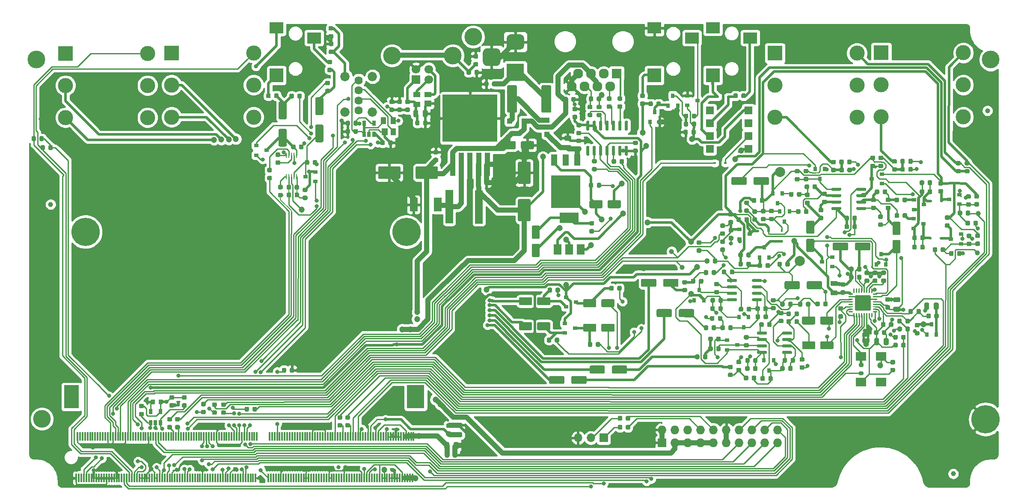
<source format=gbr>
G04 #@! TF.GenerationSoftware,KiCad,Pcbnew,5.1.7-a382d34a8~87~ubuntu20.04.1*
G04 #@! TF.CreationDate,2020-10-30T10:44:58+01:00*
G04 #@! TF.ProjectId,bottom-board,626f7474-6f6d-42d6-926f-6172642e6b69,rev?*
G04 #@! TF.SameCoordinates,Original*
G04 #@! TF.FileFunction,Copper,L1,Top*
G04 #@! TF.FilePolarity,Positive*
%FSLAX46Y46*%
G04 Gerber Fmt 4.6, Leading zero omitted, Abs format (unit mm)*
G04 Created by KiCad (PCBNEW 5.1.7-a382d34a8~87~ubuntu20.04.1) date 2020-10-30 10:44:58*
%MOMM*%
%LPD*%
G01*
G04 APERTURE LIST*
G04 #@! TA.AperFunction,EtchedComponent*
%ADD10C,0.100000*%
G04 #@! TD*
G04 #@! TA.AperFunction,SMDPad,CuDef*
%ADD11R,0.600000X0.450000*%
G04 #@! TD*
G04 #@! TA.AperFunction,SMDPad,CuDef*
%ADD12R,1.600000X1.600000*%
G04 #@! TD*
G04 #@! TA.AperFunction,ComponentPad*
%ADD13R,1.700000X1.700000*%
G04 #@! TD*
G04 #@! TA.AperFunction,ComponentPad*
%ADD14O,1.700000X1.700000*%
G04 #@! TD*
G04 #@! TA.AperFunction,ComponentPad*
%ADD15R,1.727200X1.727200*%
G04 #@! TD*
G04 #@! TA.AperFunction,ComponentPad*
%ADD16O,1.727200X1.727200*%
G04 #@! TD*
G04 #@! TA.AperFunction,SMDPad,CuDef*
%ADD17R,1.500000X6.600000*%
G04 #@! TD*
G04 #@! TA.AperFunction,SMDPad,CuDef*
%ADD18C,0.100000*%
G04 #@! TD*
G04 #@! TA.AperFunction,SMDPad,CuDef*
%ADD19C,2.000000*%
G04 #@! TD*
G04 #@! TA.AperFunction,SMDPad,CuDef*
%ADD20R,1.100000X1.100000*%
G04 #@! TD*
G04 #@! TA.AperFunction,SMDPad,CuDef*
%ADD21R,1.400000X1.200000*%
G04 #@! TD*
G04 #@! TA.AperFunction,SMDPad,CuDef*
%ADD22R,1.400000X1.000000*%
G04 #@! TD*
G04 #@! TA.AperFunction,SMDPad,CuDef*
%ADD23R,1.000000X1.400000*%
G04 #@! TD*
G04 #@! TA.AperFunction,SMDPad,CuDef*
%ADD24R,1.200000X1.400000*%
G04 #@! TD*
G04 #@! TA.AperFunction,ComponentPad*
%ADD25C,1.700000*%
G04 #@! TD*
G04 #@! TA.AperFunction,ComponentPad*
%ADD26C,3.500000*%
G04 #@! TD*
G04 #@! TA.AperFunction,SMDPad,CuDef*
%ADD27R,2.800000X2.200000*%
G04 #@! TD*
G04 #@! TA.AperFunction,SMDPad,CuDef*
%ADD28R,2.800000X2.800000*%
G04 #@! TD*
G04 #@! TA.AperFunction,SMDPad,CuDef*
%ADD29R,1.100000X4.600000*%
G04 #@! TD*
G04 #@! TA.AperFunction,SMDPad,CuDef*
%ADD30R,10.800000X9.400000*%
G04 #@! TD*
G04 #@! TA.AperFunction,SMDPad,CuDef*
%ADD31R,0.650000X1.060000*%
G04 #@! TD*
G04 #@! TA.AperFunction,SMDPad,CuDef*
%ADD32R,0.800000X0.900000*%
G04 #@! TD*
G04 #@! TA.AperFunction,SMDPad,CuDef*
%ADD33C,1.000000*%
G04 #@! TD*
G04 #@! TA.AperFunction,SMDPad,CuDef*
%ADD34R,1.500000X2.700000*%
G04 #@! TD*
G04 #@! TA.AperFunction,SMDPad,CuDef*
%ADD35R,0.450000X0.600000*%
G04 #@! TD*
G04 #@! TA.AperFunction,ComponentPad*
%ADD36C,5.600000*%
G04 #@! TD*
G04 #@! TA.AperFunction,ComponentPad*
%ADD37C,1.850000*%
G04 #@! TD*
G04 #@! TA.AperFunction,ComponentPad*
%ADD38C,1.620000*%
G04 #@! TD*
G04 #@! TA.AperFunction,ComponentPad*
%ADD39R,3.500000X3.500000*%
G04 #@! TD*
G04 #@! TA.AperFunction,ComponentPad*
%ADD40C,3.000000*%
G04 #@! TD*
G04 #@! TA.AperFunction,ComponentPad*
%ADD41R,3.000000X3.000000*%
G04 #@! TD*
G04 #@! TA.AperFunction,ComponentPad*
%ADD42R,1.960000X1.960000*%
G04 #@! TD*
G04 #@! TA.AperFunction,ComponentPad*
%ADD43C,1.960000*%
G04 #@! TD*
G04 #@! TA.AperFunction,SMDPad,CuDef*
%ADD44R,0.250000X1.100000*%
G04 #@! TD*
G04 #@! TA.AperFunction,SMDPad,CuDef*
%ADD45R,0.900000X0.800000*%
G04 #@! TD*
G04 #@! TA.AperFunction,SMDPad,CuDef*
%ADD46R,3.800000X2.000000*%
G04 #@! TD*
G04 #@! TA.AperFunction,SMDPad,CuDef*
%ADD47R,1.500000X2.000000*%
G04 #@! TD*
G04 #@! TA.AperFunction,SMDPad,CuDef*
%ADD48R,0.300000X1.750000*%
G04 #@! TD*
G04 #@! TA.AperFunction,SMDPad,CuDef*
%ADD49R,3.500000X4.600000*%
G04 #@! TD*
G04 #@! TA.AperFunction,SMDPad,CuDef*
%ADD50R,3.000000X4.600000*%
G04 #@! TD*
G04 #@! TA.AperFunction,SMDPad,CuDef*
%ADD51R,1.200000X2.200000*%
G04 #@! TD*
G04 #@! TA.AperFunction,SMDPad,CuDef*
%ADD52R,5.800000X6.400000*%
G04 #@! TD*
G04 #@! TA.AperFunction,SMDPad,CuDef*
%ADD53R,2.000000X1.800000*%
G04 #@! TD*
G04 #@! TA.AperFunction,ViaPad*
%ADD54C,1.200000*%
G04 #@! TD*
G04 #@! TA.AperFunction,ViaPad*
%ADD55C,0.800000*%
G04 #@! TD*
G04 #@! TA.AperFunction,Conductor*
%ADD56C,0.250000*%
G04 #@! TD*
G04 #@! TA.AperFunction,Conductor*
%ADD57C,0.500000*%
G04 #@! TD*
G04 #@! TA.AperFunction,Conductor*
%ADD58C,0.200000*%
G04 #@! TD*
G04 #@! TA.AperFunction,Conductor*
%ADD59C,1.000000*%
G04 #@! TD*
G04 #@! TA.AperFunction,Conductor*
%ADD60C,0.480000*%
G04 #@! TD*
G04 #@! TA.AperFunction,Conductor*
%ADD61C,0.254000*%
G04 #@! TD*
G04 #@! TA.AperFunction,Conductor*
%ADD62C,0.100000*%
G04 #@! TD*
G04 APERTURE END LIST*
D10*
G36*
X225000000Y-104900000D02*
G01*
X225000000Y-104400000D01*
X225400000Y-104400000D01*
X225400000Y-104900000D01*
X225000000Y-104900000D01*
G37*
G36*
X225800000Y-104900000D02*
G01*
X225800000Y-104400000D01*
X226200000Y-104400000D01*
X226200000Y-104900000D01*
X225800000Y-104900000D01*
G37*
D11*
X196260000Y-57020000D03*
X198360000Y-57020000D03*
D12*
X194740000Y-59690000D03*
X202360000Y-67310000D03*
X194740000Y-62230000D03*
X202360000Y-64770000D03*
X194740000Y-64770000D03*
X202360000Y-62230000D03*
X194740000Y-67310000D03*
X202360000Y-59690000D03*
D13*
X173710000Y-124490000D03*
D14*
X171170000Y-124490000D03*
X168630000Y-124490000D03*
D15*
X185280000Y-125440000D03*
D16*
X185280000Y-122900000D03*
X187820000Y-125440000D03*
X187820000Y-122900000D03*
X190360000Y-125440000D03*
X190360000Y-122900000D03*
X192900000Y-125440000D03*
X192900000Y-122900000D03*
X195440000Y-125440000D03*
X195440000Y-122900000D03*
X197980000Y-125440000D03*
X197980000Y-122900000D03*
X200520000Y-125440000D03*
X200520000Y-122900000D03*
X203060000Y-125440000D03*
X203060000Y-122900000D03*
X205600000Y-125440000D03*
X205600000Y-122900000D03*
X208140000Y-125440000D03*
X208140000Y-122900000D03*
G04 #@! TA.AperFunction,SMDPad,CuDef*
G36*
G01*
X142175000Y-126456250D02*
X142175000Y-125543750D01*
G75*
G02*
X142418750Y-125300000I243750J0D01*
G01*
X142906250Y-125300000D01*
G75*
G02*
X143150000Y-125543750I0J-243750D01*
G01*
X143150000Y-126456250D01*
G75*
G02*
X142906250Y-126700000I-243750J0D01*
G01*
X142418750Y-126700000D01*
G75*
G02*
X142175000Y-126456250I0J243750D01*
G01*
G37*
G04 #@! TD.AperFunction*
G04 #@! TA.AperFunction,SMDPad,CuDef*
G36*
G01*
X144050000Y-126456250D02*
X144050000Y-125543750D01*
G75*
G02*
X144293750Y-125300000I243750J0D01*
G01*
X144781250Y-125300000D01*
G75*
G02*
X145025000Y-125543750I0J-243750D01*
G01*
X145025000Y-126456250D01*
G75*
G02*
X144781250Y-126700000I-243750J0D01*
G01*
X144293750Y-126700000D01*
G75*
G02*
X144050000Y-126456250I0J243750D01*
G01*
G37*
G04 #@! TD.AperFunction*
G04 #@! TA.AperFunction,SMDPad,CuDef*
G36*
G01*
X94756250Y-118250000D02*
X94243750Y-118250000D01*
G75*
G02*
X94025000Y-118031250I0J218750D01*
G01*
X94025000Y-117593750D01*
G75*
G02*
X94243750Y-117375000I218750J0D01*
G01*
X94756250Y-117375000D01*
G75*
G02*
X94975000Y-117593750I0J-218750D01*
G01*
X94975000Y-118031250D01*
G75*
G02*
X94756250Y-118250000I-218750J0D01*
G01*
G37*
G04 #@! TD.AperFunction*
G04 #@! TA.AperFunction,SMDPad,CuDef*
G36*
G01*
X94756250Y-119825000D02*
X94243750Y-119825000D01*
G75*
G02*
X94025000Y-119606250I0J218750D01*
G01*
X94025000Y-119168750D01*
G75*
G02*
X94243750Y-118950000I218750J0D01*
G01*
X94756250Y-118950000D01*
G75*
G02*
X94975000Y-119168750I0J-218750D01*
G01*
X94975000Y-119606250D01*
G75*
G02*
X94756250Y-119825000I-218750J0D01*
G01*
G37*
G04 #@! TD.AperFunction*
G04 #@! TA.AperFunction,SMDPad,CuDef*
G36*
G01*
X209522500Y-110493750D02*
X209522500Y-111006250D01*
G75*
G02*
X209303750Y-111225000I-218750J0D01*
G01*
X208866250Y-111225000D01*
G75*
G02*
X208647500Y-111006250I0J218750D01*
G01*
X208647500Y-110493750D01*
G75*
G02*
X208866250Y-110275000I218750J0D01*
G01*
X209303750Y-110275000D01*
G75*
G02*
X209522500Y-110493750I0J-218750D01*
G01*
G37*
G04 #@! TD.AperFunction*
G04 #@! TA.AperFunction,SMDPad,CuDef*
G36*
G01*
X211097500Y-110493750D02*
X211097500Y-111006250D01*
G75*
G02*
X210878750Y-111225000I-218750J0D01*
G01*
X210441250Y-111225000D01*
G75*
G02*
X210222500Y-111006250I0J218750D01*
G01*
X210222500Y-110493750D01*
G75*
G02*
X210441250Y-110275000I218750J0D01*
G01*
X210878750Y-110275000D01*
G75*
G02*
X211097500Y-110493750I0J-218750D01*
G01*
G37*
G04 #@! TD.AperFunction*
G04 #@! TA.AperFunction,SMDPad,CuDef*
G36*
G01*
X212960000Y-101820000D02*
X212960000Y-100720000D01*
G75*
G02*
X213210000Y-100470000I250000J0D01*
G01*
X215310000Y-100470000D01*
G75*
G02*
X215560000Y-100720000I0J-250000D01*
G01*
X215560000Y-101820000D01*
G75*
G02*
X215310000Y-102070000I-250000J0D01*
G01*
X213210000Y-102070000D01*
G75*
G02*
X212960000Y-101820000I0J250000D01*
G01*
G37*
G04 #@! TD.AperFunction*
G04 #@! TA.AperFunction,SMDPad,CuDef*
G36*
G01*
X216560000Y-101820000D02*
X216560000Y-100720000D01*
G75*
G02*
X216810000Y-100470000I250000J0D01*
G01*
X218910000Y-100470000D01*
G75*
G02*
X219160000Y-100720000I0J-250000D01*
G01*
X219160000Y-101820000D01*
G75*
G02*
X218910000Y-102070000I-250000J0D01*
G01*
X216810000Y-102070000D01*
G75*
G02*
X216560000Y-101820000I0J250000D01*
G01*
G37*
G04 #@! TD.AperFunction*
G04 #@! TA.AperFunction,SMDPad,CuDef*
G36*
G01*
X210760000Y-99693750D02*
X210760000Y-100206250D01*
G75*
G02*
X210541250Y-100425000I-218750J0D01*
G01*
X210103750Y-100425000D01*
G75*
G02*
X209885000Y-100206250I0J218750D01*
G01*
X209885000Y-99693750D01*
G75*
G02*
X210103750Y-99475000I218750J0D01*
G01*
X210541250Y-99475000D01*
G75*
G02*
X210760000Y-99693750I0J-218750D01*
G01*
G37*
G04 #@! TD.AperFunction*
G04 #@! TA.AperFunction,SMDPad,CuDef*
G36*
G01*
X212335000Y-99693750D02*
X212335000Y-100206250D01*
G75*
G02*
X212116250Y-100425000I-218750J0D01*
G01*
X211678750Y-100425000D01*
G75*
G02*
X211460000Y-100206250I0J218750D01*
G01*
X211460000Y-99693750D01*
G75*
G02*
X211678750Y-99475000I218750J0D01*
G01*
X212116250Y-99475000D01*
G75*
G02*
X212335000Y-99693750I0J-218750D01*
G01*
G37*
G04 #@! TD.AperFunction*
D17*
X143170000Y-78750000D03*
X149037400Y-78788100D03*
G04 #@! TA.AperFunction,SMDPad,CuDef*
G36*
G01*
X163337500Y-104893750D02*
X163337500Y-105406250D01*
G75*
G02*
X163118750Y-105625000I-218750J0D01*
G01*
X162681250Y-105625000D01*
G75*
G02*
X162462500Y-105406250I0J218750D01*
G01*
X162462500Y-104893750D01*
G75*
G02*
X162681250Y-104675000I218750J0D01*
G01*
X163118750Y-104675000D01*
G75*
G02*
X163337500Y-104893750I0J-218750D01*
G01*
G37*
G04 #@! TD.AperFunction*
G04 #@! TA.AperFunction,SMDPad,CuDef*
G36*
G01*
X164912500Y-104893750D02*
X164912500Y-105406250D01*
G75*
G02*
X164693750Y-105625000I-218750J0D01*
G01*
X164256250Y-105625000D01*
G75*
G02*
X164037500Y-105406250I0J218750D01*
G01*
X164037500Y-104893750D01*
G75*
G02*
X164256250Y-104675000I218750J0D01*
G01*
X164693750Y-104675000D01*
G75*
G02*
X164912500Y-104893750I0J-218750D01*
G01*
G37*
G04 #@! TD.AperFunction*
G04 #@! TA.AperFunction,SMDPad,CuDef*
G36*
G01*
X207172500Y-112493750D02*
X207172500Y-113006250D01*
G75*
G02*
X206953750Y-113225000I-218750J0D01*
G01*
X206516250Y-113225000D01*
G75*
G02*
X206297500Y-113006250I0J218750D01*
G01*
X206297500Y-112493750D01*
G75*
G02*
X206516250Y-112275000I218750J0D01*
G01*
X206953750Y-112275000D01*
G75*
G02*
X207172500Y-112493750I0J-218750D01*
G01*
G37*
G04 #@! TD.AperFunction*
G04 #@! TA.AperFunction,SMDPad,CuDef*
G36*
G01*
X205597500Y-112493750D02*
X205597500Y-113006250D01*
G75*
G02*
X205378750Y-113225000I-218750J0D01*
G01*
X204941250Y-113225000D01*
G75*
G02*
X204722500Y-113006250I0J218750D01*
G01*
X204722500Y-112493750D01*
G75*
G02*
X204941250Y-112275000I218750J0D01*
G01*
X205378750Y-112275000D01*
G75*
G02*
X205597500Y-112493750I0J-218750D01*
G01*
G37*
G04 #@! TD.AperFunction*
G04 #@! TA.AperFunction,SMDPad,CuDef*
G36*
G01*
X210968000Y-107419000D02*
X210968000Y-107719000D01*
G75*
G02*
X210818000Y-107869000I-150000J0D01*
G01*
X209168000Y-107869000D01*
G75*
G02*
X209018000Y-107719000I0J150000D01*
G01*
X209018000Y-107419000D01*
G75*
G02*
X209168000Y-107269000I150000J0D01*
G01*
X210818000Y-107269000D01*
G75*
G02*
X210968000Y-107419000I0J-150000D01*
G01*
G37*
G04 #@! TD.AperFunction*
G04 #@! TA.AperFunction,SMDPad,CuDef*
G36*
G01*
X210968000Y-106149000D02*
X210968000Y-106449000D01*
G75*
G02*
X210818000Y-106599000I-150000J0D01*
G01*
X209168000Y-106599000D01*
G75*
G02*
X209018000Y-106449000I0J150000D01*
G01*
X209018000Y-106149000D01*
G75*
G02*
X209168000Y-105999000I150000J0D01*
G01*
X210818000Y-105999000D01*
G75*
G02*
X210968000Y-106149000I0J-150000D01*
G01*
G37*
G04 #@! TD.AperFunction*
G04 #@! TA.AperFunction,SMDPad,CuDef*
G36*
G01*
X210968000Y-104879000D02*
X210968000Y-105179000D01*
G75*
G02*
X210818000Y-105329000I-150000J0D01*
G01*
X209168000Y-105329000D01*
G75*
G02*
X209018000Y-105179000I0J150000D01*
G01*
X209018000Y-104879000D01*
G75*
G02*
X209168000Y-104729000I150000J0D01*
G01*
X210818000Y-104729000D01*
G75*
G02*
X210968000Y-104879000I0J-150000D01*
G01*
G37*
G04 #@! TD.AperFunction*
G04 #@! TA.AperFunction,SMDPad,CuDef*
G36*
G01*
X210968000Y-103609000D02*
X210968000Y-103909000D01*
G75*
G02*
X210818000Y-104059000I-150000J0D01*
G01*
X209168000Y-104059000D01*
G75*
G02*
X209018000Y-103909000I0J150000D01*
G01*
X209018000Y-103609000D01*
G75*
G02*
X209168000Y-103459000I150000J0D01*
G01*
X210818000Y-103459000D01*
G75*
G02*
X210968000Y-103609000I0J-150000D01*
G01*
G37*
G04 #@! TD.AperFunction*
G04 #@! TA.AperFunction,SMDPad,CuDef*
G36*
G01*
X206018000Y-103609000D02*
X206018000Y-103909000D01*
G75*
G02*
X205868000Y-104059000I-150000J0D01*
G01*
X204218000Y-104059000D01*
G75*
G02*
X204068000Y-103909000I0J150000D01*
G01*
X204068000Y-103609000D01*
G75*
G02*
X204218000Y-103459000I150000J0D01*
G01*
X205868000Y-103459000D01*
G75*
G02*
X206018000Y-103609000I0J-150000D01*
G01*
G37*
G04 #@! TD.AperFunction*
G04 #@! TA.AperFunction,SMDPad,CuDef*
G36*
G01*
X206018000Y-104879000D02*
X206018000Y-105179000D01*
G75*
G02*
X205868000Y-105329000I-150000J0D01*
G01*
X204218000Y-105329000D01*
G75*
G02*
X204068000Y-105179000I0J150000D01*
G01*
X204068000Y-104879000D01*
G75*
G02*
X204218000Y-104729000I150000J0D01*
G01*
X205868000Y-104729000D01*
G75*
G02*
X206018000Y-104879000I0J-150000D01*
G01*
G37*
G04 #@! TD.AperFunction*
G04 #@! TA.AperFunction,SMDPad,CuDef*
G36*
G01*
X206018000Y-106149000D02*
X206018000Y-106449000D01*
G75*
G02*
X205868000Y-106599000I-150000J0D01*
G01*
X204218000Y-106599000D01*
G75*
G02*
X204068000Y-106449000I0J150000D01*
G01*
X204068000Y-106149000D01*
G75*
G02*
X204218000Y-105999000I150000J0D01*
G01*
X205868000Y-105999000D01*
G75*
G02*
X206018000Y-106149000I0J-150000D01*
G01*
G37*
G04 #@! TD.AperFunction*
G04 #@! TA.AperFunction,SMDPad,CuDef*
G36*
G01*
X206018000Y-107419000D02*
X206018000Y-107719000D01*
G75*
G02*
X205868000Y-107869000I-150000J0D01*
G01*
X204218000Y-107869000D01*
G75*
G02*
X204068000Y-107719000I0J150000D01*
G01*
X204068000Y-107419000D01*
G75*
G02*
X204218000Y-107269000I150000J0D01*
G01*
X205868000Y-107269000D01*
G75*
G02*
X206018000Y-107419000I0J-150000D01*
G01*
G37*
G04 #@! TD.AperFunction*
G04 #@! TA.AperFunction,SMDPad,CuDef*
D18*
G36*
X224850602Y-104000000D02*
G01*
X224850602Y-103975466D01*
X224855412Y-103926635D01*
X224864984Y-103878510D01*
X224879228Y-103831555D01*
X224898005Y-103786222D01*
X224921136Y-103742949D01*
X224948396Y-103702150D01*
X224979524Y-103664221D01*
X225014221Y-103629524D01*
X225052150Y-103598396D01*
X225092949Y-103571136D01*
X225136222Y-103548005D01*
X225181555Y-103529228D01*
X225228510Y-103514984D01*
X225276635Y-103505412D01*
X225325466Y-103500602D01*
X225350000Y-103500602D01*
X225350000Y-103500000D01*
X225850000Y-103500000D01*
X225850000Y-103500602D01*
X225874534Y-103500602D01*
X225923365Y-103505412D01*
X225971490Y-103514984D01*
X226018445Y-103529228D01*
X226063778Y-103548005D01*
X226107051Y-103571136D01*
X226147850Y-103598396D01*
X226185779Y-103629524D01*
X226220476Y-103664221D01*
X226251604Y-103702150D01*
X226278864Y-103742949D01*
X226301995Y-103786222D01*
X226320772Y-103831555D01*
X226335016Y-103878510D01*
X226344588Y-103926635D01*
X226349398Y-103975466D01*
X226349398Y-104000000D01*
X226350000Y-104000000D01*
X226350000Y-104500000D01*
X224850000Y-104500000D01*
X224850000Y-104000000D01*
X224850602Y-104000000D01*
G37*
G04 #@! TD.AperFunction*
G04 #@! TA.AperFunction,SMDPad,CuDef*
G36*
X226350000Y-104800000D02*
G01*
X226350000Y-105300000D01*
X226349398Y-105300000D01*
X226349398Y-105324534D01*
X226344588Y-105373365D01*
X226335016Y-105421490D01*
X226320772Y-105468445D01*
X226301995Y-105513778D01*
X226278864Y-105557051D01*
X226251604Y-105597850D01*
X226220476Y-105635779D01*
X226185779Y-105670476D01*
X226147850Y-105701604D01*
X226107051Y-105728864D01*
X226063778Y-105751995D01*
X226018445Y-105770772D01*
X225971490Y-105785016D01*
X225923365Y-105794588D01*
X225874534Y-105799398D01*
X225850000Y-105799398D01*
X225850000Y-105800000D01*
X225350000Y-105800000D01*
X225350000Y-105799398D01*
X225325466Y-105799398D01*
X225276635Y-105794588D01*
X225228510Y-105785016D01*
X225181555Y-105770772D01*
X225136222Y-105751995D01*
X225092949Y-105728864D01*
X225052150Y-105701604D01*
X225014221Y-105670476D01*
X224979524Y-105635779D01*
X224948396Y-105597850D01*
X224921136Y-105557051D01*
X224898005Y-105513778D01*
X224879228Y-105468445D01*
X224864984Y-105421490D01*
X224855412Y-105373365D01*
X224850602Y-105324534D01*
X224850602Y-105300000D01*
X224850000Y-105300000D01*
X224850000Y-104800000D01*
X226350000Y-104800000D01*
G37*
G04 #@! TD.AperFunction*
D19*
X208600000Y-71900000D03*
G04 #@! TA.AperFunction,SMDPad,CuDef*
G36*
G01*
X214050000Y-85100000D02*
X215150000Y-85100000D01*
G75*
G02*
X215400000Y-85350000I0J-250000D01*
G01*
X215400000Y-87450000D01*
G75*
G02*
X215150000Y-87700000I-250000J0D01*
G01*
X214050000Y-87700000D01*
G75*
G02*
X213800000Y-87450000I0J250000D01*
G01*
X213800000Y-85350000D01*
G75*
G02*
X214050000Y-85100000I250000J0D01*
G01*
G37*
G04 #@! TD.AperFunction*
G04 #@! TA.AperFunction,SMDPad,CuDef*
G36*
G01*
X214050000Y-81500000D02*
X215150000Y-81500000D01*
G75*
G02*
X215400000Y-81750000I0J-250000D01*
G01*
X215400000Y-83850000D01*
G75*
G02*
X215150000Y-84100000I-250000J0D01*
G01*
X214050000Y-84100000D01*
G75*
G02*
X213800000Y-83850000I0J250000D01*
G01*
X213800000Y-81750000D01*
G75*
G02*
X214050000Y-81500000I250000J0D01*
G01*
G37*
G04 #@! TD.AperFunction*
G04 #@! TA.AperFunction,SMDPad,CuDef*
G36*
G01*
X129525000Y-66356250D02*
X129525000Y-65843750D01*
G75*
G02*
X129743750Y-65625000I218750J0D01*
G01*
X130181250Y-65625000D01*
G75*
G02*
X130400000Y-65843750I0J-218750D01*
G01*
X130400000Y-66356250D01*
G75*
G02*
X130181250Y-66575000I-218750J0D01*
G01*
X129743750Y-66575000D01*
G75*
G02*
X129525000Y-66356250I0J218750D01*
G01*
G37*
G04 #@! TD.AperFunction*
G04 #@! TA.AperFunction,SMDPad,CuDef*
G36*
G01*
X131100000Y-66356250D02*
X131100000Y-65843750D01*
G75*
G02*
X131318750Y-65625000I218750J0D01*
G01*
X131756250Y-65625000D01*
G75*
G02*
X131975000Y-65843750I0J-218750D01*
G01*
X131975000Y-66356250D01*
G75*
G02*
X131756250Y-66575000I-218750J0D01*
G01*
X131318750Y-66575000D01*
G75*
G02*
X131100000Y-66356250I0J218750D01*
G01*
G37*
G04 #@! TD.AperFunction*
G04 #@! TA.AperFunction,SMDPad,CuDef*
G36*
G01*
X140900000Y-71000000D02*
X140900000Y-73000000D01*
G75*
G02*
X140650000Y-73250000I-250000J0D01*
G01*
X136750000Y-73250000D01*
G75*
G02*
X136500000Y-73000000I0J250000D01*
G01*
X136500000Y-71000000D01*
G75*
G02*
X136750000Y-70750000I250000J0D01*
G01*
X140650000Y-70750000D01*
G75*
G02*
X140900000Y-71000000I0J-250000D01*
G01*
G37*
G04 #@! TD.AperFunction*
G04 #@! TA.AperFunction,SMDPad,CuDef*
G36*
G01*
X133500000Y-71000000D02*
X133500000Y-73000000D01*
G75*
G02*
X133250000Y-73250000I-250000J0D01*
G01*
X129350000Y-73250000D01*
G75*
G02*
X129100000Y-73000000I0J250000D01*
G01*
X129100000Y-71000000D01*
G75*
G02*
X129350000Y-70750000I250000J0D01*
G01*
X133250000Y-70750000D01*
G75*
G02*
X133500000Y-71000000I0J-250000D01*
G01*
G37*
G04 #@! TD.AperFunction*
G04 #@! TA.AperFunction,SMDPad,CuDef*
G36*
G01*
X140756250Y-69975000D02*
X140243750Y-69975000D01*
G75*
G02*
X140025000Y-69756250I0J218750D01*
G01*
X140025000Y-69318750D01*
G75*
G02*
X140243750Y-69100000I218750J0D01*
G01*
X140756250Y-69100000D01*
G75*
G02*
X140975000Y-69318750I0J-218750D01*
G01*
X140975000Y-69756250D01*
G75*
G02*
X140756250Y-69975000I-218750J0D01*
G01*
G37*
G04 #@! TD.AperFunction*
G04 #@! TA.AperFunction,SMDPad,CuDef*
G36*
G01*
X140756250Y-68400000D02*
X140243750Y-68400000D01*
G75*
G02*
X140025000Y-68181250I0J218750D01*
G01*
X140025000Y-67743750D01*
G75*
G02*
X140243750Y-67525000I218750J0D01*
G01*
X140756250Y-67525000D01*
G75*
G02*
X140975000Y-67743750I0J-218750D01*
G01*
X140975000Y-68181250D01*
G75*
G02*
X140756250Y-68400000I-218750J0D01*
G01*
G37*
G04 #@! TD.AperFunction*
G04 #@! TA.AperFunction,SMDPad,CuDef*
G36*
G01*
X150100000Y-74256250D02*
X150100000Y-73743750D01*
G75*
G02*
X150318750Y-73525000I218750J0D01*
G01*
X150756250Y-73525000D01*
G75*
G02*
X150975000Y-73743750I0J-218750D01*
G01*
X150975000Y-74256250D01*
G75*
G02*
X150756250Y-74475000I-218750J0D01*
G01*
X150318750Y-74475000D01*
G75*
G02*
X150100000Y-74256250I0J218750D01*
G01*
G37*
G04 #@! TD.AperFunction*
G04 #@! TA.AperFunction,SMDPad,CuDef*
G36*
G01*
X148525000Y-74256250D02*
X148525000Y-73743750D01*
G75*
G02*
X148743750Y-73525000I218750J0D01*
G01*
X149181250Y-73525000D01*
G75*
G02*
X149400000Y-73743750I0J-218750D01*
G01*
X149400000Y-74256250D01*
G75*
G02*
X149181250Y-74475000I-218750J0D01*
G01*
X148743750Y-74475000D01*
G75*
G02*
X148525000Y-74256250I0J218750D01*
G01*
G37*
G04 #@! TD.AperFunction*
G04 #@! TA.AperFunction,SMDPad,CuDef*
G36*
G01*
X167056250Y-65670000D02*
X166143750Y-65670000D01*
G75*
G02*
X165900000Y-65426250I0J243750D01*
G01*
X165900000Y-64938750D01*
G75*
G02*
X166143750Y-64695000I243750J0D01*
G01*
X167056250Y-64695000D01*
G75*
G02*
X167300000Y-64938750I0J-243750D01*
G01*
X167300000Y-65426250D01*
G75*
G02*
X167056250Y-65670000I-243750J0D01*
G01*
G37*
G04 #@! TD.AperFunction*
G04 #@! TA.AperFunction,SMDPad,CuDef*
G36*
G01*
X167056250Y-67545000D02*
X166143750Y-67545000D01*
G75*
G02*
X165900000Y-67301250I0J243750D01*
G01*
X165900000Y-66813750D01*
G75*
G02*
X166143750Y-66570000I243750J0D01*
G01*
X167056250Y-66570000D01*
G75*
G02*
X167300000Y-66813750I0J-243750D01*
G01*
X167300000Y-67301250D01*
G75*
G02*
X167056250Y-67545000I-243750J0D01*
G01*
G37*
G04 #@! TD.AperFunction*
G04 #@! TA.AperFunction,SMDPad,CuDef*
G36*
G01*
X169056250Y-67712500D02*
X168543750Y-67712500D01*
G75*
G02*
X168325000Y-67493750I0J218750D01*
G01*
X168325000Y-67056250D01*
G75*
G02*
X168543750Y-66837500I218750J0D01*
G01*
X169056250Y-66837500D01*
G75*
G02*
X169275000Y-67056250I0J-218750D01*
G01*
X169275000Y-67493750D01*
G75*
G02*
X169056250Y-67712500I-218750J0D01*
G01*
G37*
G04 #@! TD.AperFunction*
G04 #@! TA.AperFunction,SMDPad,CuDef*
G36*
G01*
X169056250Y-66137500D02*
X168543750Y-66137500D01*
G75*
G02*
X168325000Y-65918750I0J218750D01*
G01*
X168325000Y-65481250D01*
G75*
G02*
X168543750Y-65262500I218750J0D01*
G01*
X169056250Y-65262500D01*
G75*
G02*
X169275000Y-65481250I0J-218750D01*
G01*
X169275000Y-65918750D01*
G75*
G02*
X169056250Y-66137500I-218750J0D01*
G01*
G37*
G04 #@! TD.AperFunction*
G04 #@! TA.AperFunction,SMDPad,CuDef*
G36*
G01*
X172350000Y-74756250D02*
X172350000Y-74243750D01*
G75*
G02*
X172568750Y-74025000I218750J0D01*
G01*
X173006250Y-74025000D01*
G75*
G02*
X173225000Y-74243750I0J-218750D01*
G01*
X173225000Y-74756250D01*
G75*
G02*
X173006250Y-74975000I-218750J0D01*
G01*
X172568750Y-74975000D01*
G75*
G02*
X172350000Y-74756250I0J218750D01*
G01*
G37*
G04 #@! TD.AperFunction*
G04 #@! TA.AperFunction,SMDPad,CuDef*
G36*
G01*
X170775000Y-74756250D02*
X170775000Y-74243750D01*
G75*
G02*
X170993750Y-74025000I218750J0D01*
G01*
X171431250Y-74025000D01*
G75*
G02*
X171650000Y-74243750I0J-218750D01*
G01*
X171650000Y-74756250D01*
G75*
G02*
X171431250Y-74975000I-218750J0D01*
G01*
X170993750Y-74975000D01*
G75*
G02*
X170775000Y-74756250I0J218750D01*
G01*
G37*
G04 #@! TD.AperFunction*
G04 #@! TA.AperFunction,SMDPad,CuDef*
G36*
G01*
X237150000Y-98881250D02*
X237150000Y-97968750D01*
G75*
G02*
X237393750Y-97725000I243750J0D01*
G01*
X237881250Y-97725000D01*
G75*
G02*
X238125000Y-97968750I0J-243750D01*
G01*
X238125000Y-98881250D01*
G75*
G02*
X237881250Y-99125000I-243750J0D01*
G01*
X237393750Y-99125000D01*
G75*
G02*
X237150000Y-98881250I0J243750D01*
G01*
G37*
G04 #@! TD.AperFunction*
G04 #@! TA.AperFunction,SMDPad,CuDef*
G36*
G01*
X239025000Y-98881250D02*
X239025000Y-97968750D01*
G75*
G02*
X239268750Y-97725000I243750J0D01*
G01*
X239756250Y-97725000D01*
G75*
G02*
X240000000Y-97968750I0J-243750D01*
G01*
X240000000Y-98881250D01*
G75*
G02*
X239756250Y-99125000I-243750J0D01*
G01*
X239268750Y-99125000D01*
G75*
G02*
X239025000Y-98881250I0J243750D01*
G01*
G37*
G04 #@! TD.AperFunction*
G04 #@! TA.AperFunction,SMDPad,CuDef*
G36*
G01*
X143860000Y-128166250D02*
X143860000Y-127653750D01*
G75*
G02*
X144078750Y-127435000I218750J0D01*
G01*
X144516250Y-127435000D01*
G75*
G02*
X144735000Y-127653750I0J-218750D01*
G01*
X144735000Y-128166250D01*
G75*
G02*
X144516250Y-128385000I-218750J0D01*
G01*
X144078750Y-128385000D01*
G75*
G02*
X143860000Y-128166250I0J218750D01*
G01*
G37*
G04 #@! TD.AperFunction*
G04 #@! TA.AperFunction,SMDPad,CuDef*
G36*
G01*
X142285000Y-128166250D02*
X142285000Y-127653750D01*
G75*
G02*
X142503750Y-127435000I218750J0D01*
G01*
X142941250Y-127435000D01*
G75*
G02*
X143160000Y-127653750I0J-218750D01*
G01*
X143160000Y-128166250D01*
G75*
G02*
X142941250Y-128385000I-218750J0D01*
G01*
X142503750Y-128385000D01*
G75*
G02*
X142285000Y-128166250I0J218750D01*
G01*
G37*
G04 #@! TD.AperFunction*
G04 #@! TA.AperFunction,SMDPad,CuDef*
G36*
G01*
X132031250Y-60012500D02*
X131518750Y-60012500D01*
G75*
G02*
X131300000Y-59793750I0J218750D01*
G01*
X131300000Y-59356250D01*
G75*
G02*
X131518750Y-59137500I218750J0D01*
G01*
X132031250Y-59137500D01*
G75*
G02*
X132250000Y-59356250I0J-218750D01*
G01*
X132250000Y-59793750D01*
G75*
G02*
X132031250Y-60012500I-218750J0D01*
G01*
G37*
G04 #@! TD.AperFunction*
G04 #@! TA.AperFunction,SMDPad,CuDef*
G36*
G01*
X132031250Y-58437500D02*
X131518750Y-58437500D01*
G75*
G02*
X131300000Y-58218750I0J218750D01*
G01*
X131300000Y-57781250D01*
G75*
G02*
X131518750Y-57562500I218750J0D01*
G01*
X132031250Y-57562500D01*
G75*
G02*
X132250000Y-57781250I0J-218750D01*
G01*
X132250000Y-58218750D01*
G75*
G02*
X132031250Y-58437500I-218750J0D01*
G01*
G37*
G04 #@! TD.AperFunction*
G04 #@! TA.AperFunction,SMDPad,CuDef*
G36*
G01*
X136050000Y-60781250D02*
X136050000Y-59868750D01*
G75*
G02*
X136293750Y-59625000I243750J0D01*
G01*
X136781250Y-59625000D01*
G75*
G02*
X137025000Y-59868750I0J-243750D01*
G01*
X137025000Y-60781250D01*
G75*
G02*
X136781250Y-61025000I-243750J0D01*
G01*
X136293750Y-61025000D01*
G75*
G02*
X136050000Y-60781250I0J243750D01*
G01*
G37*
G04 #@! TD.AperFunction*
G04 #@! TA.AperFunction,SMDPad,CuDef*
G36*
G01*
X137925000Y-60781250D02*
X137925000Y-59868750D01*
G75*
G02*
X138168750Y-59625000I243750J0D01*
G01*
X138656250Y-59625000D01*
G75*
G02*
X138900000Y-59868750I0J-243750D01*
G01*
X138900000Y-60781250D01*
G75*
G02*
X138656250Y-61025000I-243750J0D01*
G01*
X138168750Y-61025000D01*
G75*
G02*
X137925000Y-60781250I0J243750D01*
G01*
G37*
G04 #@! TD.AperFunction*
G04 #@! TA.AperFunction,SMDPad,CuDef*
G36*
G01*
X138862500Y-61918750D02*
X138862500Y-62431250D01*
G75*
G02*
X138643750Y-62650000I-218750J0D01*
G01*
X138206250Y-62650000D01*
G75*
G02*
X137987500Y-62431250I0J218750D01*
G01*
X137987500Y-61918750D01*
G75*
G02*
X138206250Y-61700000I218750J0D01*
G01*
X138643750Y-61700000D01*
G75*
G02*
X138862500Y-61918750I0J-218750D01*
G01*
G37*
G04 #@! TD.AperFunction*
G04 #@! TA.AperFunction,SMDPad,CuDef*
G36*
G01*
X137287500Y-61918750D02*
X137287500Y-62431250D01*
G75*
G02*
X137068750Y-62650000I-218750J0D01*
G01*
X136631250Y-62650000D01*
G75*
G02*
X136412500Y-62431250I0J218750D01*
G01*
X136412500Y-61918750D01*
G75*
G02*
X136631250Y-61700000I218750J0D01*
G01*
X137068750Y-61700000D01*
G75*
G02*
X137287500Y-61918750I0J-218750D01*
G01*
G37*
G04 #@! TD.AperFunction*
G04 #@! TA.AperFunction,SMDPad,CuDef*
G36*
G01*
X124212500Y-64106250D02*
X124212500Y-63593750D01*
G75*
G02*
X124431250Y-63375000I218750J0D01*
G01*
X124868750Y-63375000D01*
G75*
G02*
X125087500Y-63593750I0J-218750D01*
G01*
X125087500Y-64106250D01*
G75*
G02*
X124868750Y-64325000I-218750J0D01*
G01*
X124431250Y-64325000D01*
G75*
G02*
X124212500Y-64106250I0J218750D01*
G01*
G37*
G04 #@! TD.AperFunction*
G04 #@! TA.AperFunction,SMDPad,CuDef*
G36*
G01*
X122637500Y-64106250D02*
X122637500Y-63593750D01*
G75*
G02*
X122856250Y-63375000I218750J0D01*
G01*
X123293750Y-63375000D01*
G75*
G02*
X123512500Y-63593750I0J-218750D01*
G01*
X123512500Y-64106250D01*
G75*
G02*
X123293750Y-64325000I-218750J0D01*
G01*
X122856250Y-64325000D01*
G75*
G02*
X122637500Y-64106250I0J218750D01*
G01*
G37*
G04 #@! TD.AperFunction*
G04 #@! TA.AperFunction,SMDPad,CuDef*
G36*
G01*
X168256250Y-61437500D02*
X167743750Y-61437500D01*
G75*
G02*
X167525000Y-61218750I0J218750D01*
G01*
X167525000Y-60781250D01*
G75*
G02*
X167743750Y-60562500I218750J0D01*
G01*
X168256250Y-60562500D01*
G75*
G02*
X168475000Y-60781250I0J-218750D01*
G01*
X168475000Y-61218750D01*
G75*
G02*
X168256250Y-61437500I-218750J0D01*
G01*
G37*
G04 #@! TD.AperFunction*
G04 #@! TA.AperFunction,SMDPad,CuDef*
G36*
G01*
X168256250Y-59862500D02*
X167743750Y-59862500D01*
G75*
G02*
X167525000Y-59643750I0J218750D01*
G01*
X167525000Y-59206250D01*
G75*
G02*
X167743750Y-58987500I218750J0D01*
G01*
X168256250Y-58987500D01*
G75*
G02*
X168475000Y-59206250I0J-218750D01*
G01*
X168475000Y-59643750D01*
G75*
G02*
X168256250Y-59862500I-218750J0D01*
G01*
G37*
G04 #@! TD.AperFunction*
G04 #@! TA.AperFunction,SMDPad,CuDef*
G36*
G01*
X145486250Y-122480000D02*
X144573750Y-122480000D01*
G75*
G02*
X144330000Y-122236250I0J243750D01*
G01*
X144330000Y-121748750D01*
G75*
G02*
X144573750Y-121505000I243750J0D01*
G01*
X145486250Y-121505000D01*
G75*
G02*
X145730000Y-121748750I0J-243750D01*
G01*
X145730000Y-122236250D01*
G75*
G02*
X145486250Y-122480000I-243750J0D01*
G01*
G37*
G04 #@! TD.AperFunction*
G04 #@! TA.AperFunction,SMDPad,CuDef*
G36*
G01*
X145486250Y-124355000D02*
X144573750Y-124355000D01*
G75*
G02*
X144330000Y-124111250I0J243750D01*
G01*
X144330000Y-123623750D01*
G75*
G02*
X144573750Y-123380000I243750J0D01*
G01*
X145486250Y-123380000D01*
G75*
G02*
X145730000Y-123623750I0J-243750D01*
G01*
X145730000Y-124111250D01*
G75*
G02*
X145486250Y-124355000I-243750J0D01*
G01*
G37*
G04 #@! TD.AperFunction*
G04 #@! TA.AperFunction,SMDPad,CuDef*
G36*
G01*
X143296250Y-124095000D02*
X142783750Y-124095000D01*
G75*
G02*
X142565000Y-123876250I0J218750D01*
G01*
X142565000Y-123438750D01*
G75*
G02*
X142783750Y-123220000I218750J0D01*
G01*
X143296250Y-123220000D01*
G75*
G02*
X143515000Y-123438750I0J-218750D01*
G01*
X143515000Y-123876250D01*
G75*
G02*
X143296250Y-124095000I-218750J0D01*
G01*
G37*
G04 #@! TD.AperFunction*
G04 #@! TA.AperFunction,SMDPad,CuDef*
G36*
G01*
X143296250Y-122520000D02*
X142783750Y-122520000D01*
G75*
G02*
X142565000Y-122301250I0J218750D01*
G01*
X142565000Y-121863750D01*
G75*
G02*
X142783750Y-121645000I218750J0D01*
G01*
X143296250Y-121645000D01*
G75*
G02*
X143515000Y-121863750I0J-218750D01*
G01*
X143515000Y-122301250D01*
G75*
G02*
X143296250Y-122520000I-218750J0D01*
G01*
G37*
G04 #@! TD.AperFunction*
G04 #@! TA.AperFunction,SMDPad,CuDef*
G36*
G01*
X85650000Y-117626250D02*
X85650000Y-117113750D01*
G75*
G02*
X85868750Y-116895000I218750J0D01*
G01*
X86306250Y-116895000D01*
G75*
G02*
X86525000Y-117113750I0J-218750D01*
G01*
X86525000Y-117626250D01*
G75*
G02*
X86306250Y-117845000I-218750J0D01*
G01*
X85868750Y-117845000D01*
G75*
G02*
X85650000Y-117626250I0J218750D01*
G01*
G37*
G04 #@! TD.AperFunction*
G04 #@! TA.AperFunction,SMDPad,CuDef*
G36*
G01*
X84075000Y-117626250D02*
X84075000Y-117113750D01*
G75*
G02*
X84293750Y-116895000I218750J0D01*
G01*
X84731250Y-116895000D01*
G75*
G02*
X84950000Y-117113750I0J-218750D01*
G01*
X84950000Y-117626250D01*
G75*
G02*
X84731250Y-117845000I-218750J0D01*
G01*
X84293750Y-117845000D01*
G75*
G02*
X84075000Y-117626250I0J218750D01*
G01*
G37*
G04 #@! TD.AperFunction*
D20*
X162500000Y-61600000D03*
X162500000Y-64400000D03*
X157950000Y-61825000D03*
X155150000Y-61825000D03*
D21*
X138950000Y-58295000D03*
D22*
X138950000Y-56575000D03*
X136750000Y-56575000D03*
X136750000Y-58475000D03*
D23*
X130175000Y-61725000D03*
X132075000Y-61725000D03*
X132075000Y-63925000D03*
D24*
X130355000Y-63925000D03*
D13*
X136600000Y-53560000D03*
D25*
X139100000Y-53560000D03*
X139100000Y-51560000D03*
X136600000Y-51560000D03*
D26*
X131830000Y-48850000D03*
X143870000Y-48850000D03*
D27*
X202720000Y-45340000D03*
X195320000Y-43340000D03*
D28*
X195320000Y-52740000D03*
X183750000Y-52770000D03*
D27*
X183750000Y-43370000D03*
X191150000Y-45370000D03*
G04 #@! TA.AperFunction,SMDPad,CuDef*
G36*
G01*
X134656030Y-59127540D02*
X135168530Y-59127540D01*
G75*
G02*
X135387280Y-59346290I0J-218750D01*
G01*
X135387280Y-59783790D01*
G75*
G02*
X135168530Y-60002540I-218750J0D01*
G01*
X134656030Y-60002540D01*
G75*
G02*
X134437280Y-59783790I0J218750D01*
G01*
X134437280Y-59346290D01*
G75*
G02*
X134656030Y-59127540I218750J0D01*
G01*
G37*
G04 #@! TD.AperFunction*
G04 #@! TA.AperFunction,SMDPad,CuDef*
G36*
G01*
X134656030Y-57552540D02*
X135168530Y-57552540D01*
G75*
G02*
X135387280Y-57771290I0J-218750D01*
G01*
X135387280Y-58208790D01*
G75*
G02*
X135168530Y-58427540I-218750J0D01*
G01*
X134656030Y-58427540D01*
G75*
G02*
X134437280Y-58208790I0J218750D01*
G01*
X134437280Y-57771290D01*
G75*
G02*
X134656030Y-57552540I218750J0D01*
G01*
G37*
G04 #@! TD.AperFunction*
G04 #@! TA.AperFunction,SMDPad,CuDef*
G36*
G01*
X133581250Y-60000000D02*
X133068750Y-60000000D01*
G75*
G02*
X132850000Y-59781250I0J218750D01*
G01*
X132850000Y-59343750D01*
G75*
G02*
X133068750Y-59125000I218750J0D01*
G01*
X133581250Y-59125000D01*
G75*
G02*
X133800000Y-59343750I0J-218750D01*
G01*
X133800000Y-59781250D01*
G75*
G02*
X133581250Y-60000000I-218750J0D01*
G01*
G37*
G04 #@! TD.AperFunction*
G04 #@! TA.AperFunction,SMDPad,CuDef*
G36*
G01*
X133581250Y-58425000D02*
X133068750Y-58425000D01*
G75*
G02*
X132850000Y-58206250I0J218750D01*
G01*
X132850000Y-57768750D01*
G75*
G02*
X133068750Y-57550000I218750J0D01*
G01*
X133581250Y-57550000D01*
G75*
G02*
X133800000Y-57768750I0J-218750D01*
G01*
X133800000Y-58206250D01*
G75*
G02*
X133581250Y-58425000I-218750J0D01*
G01*
G37*
G04 #@! TD.AperFunction*
G04 #@! TA.AperFunction,SMDPad,CuDef*
G36*
G01*
X123525000Y-61968750D02*
X123525000Y-62481250D01*
G75*
G02*
X123306250Y-62700000I-218750J0D01*
G01*
X122868750Y-62700000D01*
G75*
G02*
X122650000Y-62481250I0J218750D01*
G01*
X122650000Y-61968750D01*
G75*
G02*
X122868750Y-61750000I218750J0D01*
G01*
X123306250Y-61750000D01*
G75*
G02*
X123525000Y-61968750I0J-218750D01*
G01*
G37*
G04 #@! TD.AperFunction*
G04 #@! TA.AperFunction,SMDPad,CuDef*
G36*
G01*
X125100000Y-61968750D02*
X125100000Y-62481250D01*
G75*
G02*
X124881250Y-62700000I-218750J0D01*
G01*
X124443750Y-62700000D01*
G75*
G02*
X124225000Y-62481250I0J218750D01*
G01*
X124225000Y-61968750D01*
G75*
G02*
X124443750Y-61750000I218750J0D01*
G01*
X124881250Y-61750000D01*
G75*
G02*
X125100000Y-61968750I0J-218750D01*
G01*
G37*
G04 #@! TD.AperFunction*
G04 #@! TA.AperFunction,SMDPad,CuDef*
G36*
G01*
X192025000Y-62143750D02*
X192025000Y-62656250D01*
G75*
G02*
X191806250Y-62875000I-218750J0D01*
G01*
X191368750Y-62875000D01*
G75*
G02*
X191150000Y-62656250I0J218750D01*
G01*
X191150000Y-62143750D01*
G75*
G02*
X191368750Y-61925000I218750J0D01*
G01*
X191806250Y-61925000D01*
G75*
G02*
X192025000Y-62143750I0J-218750D01*
G01*
G37*
G04 #@! TD.AperFunction*
G04 #@! TA.AperFunction,SMDPad,CuDef*
G36*
G01*
X190450000Y-62143750D02*
X190450000Y-62656250D01*
G75*
G02*
X190231250Y-62875000I-218750J0D01*
G01*
X189793750Y-62875000D01*
G75*
G02*
X189575000Y-62656250I0J218750D01*
G01*
X189575000Y-62143750D01*
G75*
G02*
X189793750Y-61925000I218750J0D01*
G01*
X190231250Y-61925000D01*
G75*
G02*
X190450000Y-62143750I0J-218750D01*
G01*
G37*
G04 #@! TD.AperFunction*
G04 #@! TA.AperFunction,SMDPad,CuDef*
G36*
G01*
X184137500Y-58656250D02*
X184137500Y-58143750D01*
G75*
G02*
X184356250Y-57925000I218750J0D01*
G01*
X184793750Y-57925000D01*
G75*
G02*
X185012500Y-58143750I0J-218750D01*
G01*
X185012500Y-58656250D01*
G75*
G02*
X184793750Y-58875000I-218750J0D01*
G01*
X184356250Y-58875000D01*
G75*
G02*
X184137500Y-58656250I0J218750D01*
G01*
G37*
G04 #@! TD.AperFunction*
G04 #@! TA.AperFunction,SMDPad,CuDef*
G36*
G01*
X182562500Y-58656250D02*
X182562500Y-58143750D01*
G75*
G02*
X182781250Y-57925000I218750J0D01*
G01*
X183218750Y-57925000D01*
G75*
G02*
X183437500Y-58143750I0J-218750D01*
G01*
X183437500Y-58656250D01*
G75*
G02*
X183218750Y-58875000I-218750J0D01*
G01*
X182781250Y-58875000D01*
G75*
G02*
X182562500Y-58656250I0J218750D01*
G01*
G37*
G04 #@! TD.AperFunction*
G04 #@! TA.AperFunction,SMDPad,CuDef*
G36*
G01*
X175287500Y-70056250D02*
X175287500Y-69543750D01*
G75*
G02*
X175506250Y-69325000I218750J0D01*
G01*
X175943750Y-69325000D01*
G75*
G02*
X176162500Y-69543750I0J-218750D01*
G01*
X176162500Y-70056250D01*
G75*
G02*
X175943750Y-70275000I-218750J0D01*
G01*
X175506250Y-70275000D01*
G75*
G02*
X175287500Y-70056250I0J218750D01*
G01*
G37*
G04 #@! TD.AperFunction*
G04 #@! TA.AperFunction,SMDPad,CuDef*
G36*
G01*
X176862500Y-70056250D02*
X176862500Y-69543750D01*
G75*
G02*
X177081250Y-69325000I218750J0D01*
G01*
X177518750Y-69325000D01*
G75*
G02*
X177737500Y-69543750I0J-218750D01*
G01*
X177737500Y-70056250D01*
G75*
G02*
X177518750Y-70275000I-218750J0D01*
G01*
X177081250Y-70275000D01*
G75*
G02*
X176862500Y-70056250I0J218750D01*
G01*
G37*
G04 #@! TD.AperFunction*
G04 #@! TA.AperFunction,SMDPad,CuDef*
G36*
G01*
X171613750Y-70892500D02*
X172126250Y-70892500D01*
G75*
G02*
X172345000Y-71111250I0J-218750D01*
G01*
X172345000Y-71548750D01*
G75*
G02*
X172126250Y-71767500I-218750J0D01*
G01*
X171613750Y-71767500D01*
G75*
G02*
X171395000Y-71548750I0J218750D01*
G01*
X171395000Y-71111250D01*
G75*
G02*
X171613750Y-70892500I218750J0D01*
G01*
G37*
G04 #@! TD.AperFunction*
G04 #@! TA.AperFunction,SMDPad,CuDef*
G36*
G01*
X171613750Y-69317500D02*
X172126250Y-69317500D01*
G75*
G02*
X172345000Y-69536250I0J-218750D01*
G01*
X172345000Y-69973750D01*
G75*
G02*
X172126250Y-70192500I-218750J0D01*
G01*
X171613750Y-70192500D01*
G75*
G02*
X171395000Y-69973750I0J218750D01*
G01*
X171395000Y-69536250D01*
G75*
G02*
X171613750Y-69317500I218750J0D01*
G01*
G37*
G04 #@! TD.AperFunction*
G04 #@! TA.AperFunction,SMDPad,CuDef*
G36*
G01*
X168543750Y-63737500D02*
X169056250Y-63737500D01*
G75*
G02*
X169275000Y-63956250I0J-218750D01*
G01*
X169275000Y-64393750D01*
G75*
G02*
X169056250Y-64612500I-218750J0D01*
G01*
X168543750Y-64612500D01*
G75*
G02*
X168325000Y-64393750I0J218750D01*
G01*
X168325000Y-63956250D01*
G75*
G02*
X168543750Y-63737500I218750J0D01*
G01*
G37*
G04 #@! TD.AperFunction*
G04 #@! TA.AperFunction,SMDPad,CuDef*
G36*
G01*
X168543750Y-62162500D02*
X169056250Y-62162500D01*
G75*
G02*
X169275000Y-62381250I0J-218750D01*
G01*
X169275000Y-62818750D01*
G75*
G02*
X169056250Y-63037500I-218750J0D01*
G01*
X168543750Y-63037500D01*
G75*
G02*
X168325000Y-62818750I0J218750D01*
G01*
X168325000Y-62381250D01*
G75*
G02*
X168543750Y-62162500I218750J0D01*
G01*
G37*
G04 #@! TD.AperFunction*
G04 #@! TA.AperFunction,SMDPad,CuDef*
G36*
G01*
X179743750Y-67250000D02*
X180256250Y-67250000D01*
G75*
G02*
X180475000Y-67468750I0J-218750D01*
G01*
X180475000Y-67906250D01*
G75*
G02*
X180256250Y-68125000I-218750J0D01*
G01*
X179743750Y-68125000D01*
G75*
G02*
X179525000Y-67906250I0J218750D01*
G01*
X179525000Y-67468750D01*
G75*
G02*
X179743750Y-67250000I218750J0D01*
G01*
G37*
G04 #@! TD.AperFunction*
G04 #@! TA.AperFunction,SMDPad,CuDef*
G36*
G01*
X179743750Y-65675000D02*
X180256250Y-65675000D01*
G75*
G02*
X180475000Y-65893750I0J-218750D01*
G01*
X180475000Y-66331250D01*
G75*
G02*
X180256250Y-66550000I-218750J0D01*
G01*
X179743750Y-66550000D01*
G75*
G02*
X179525000Y-66331250I0J218750D01*
G01*
X179525000Y-65893750D01*
G75*
G02*
X179743750Y-65675000I218750J0D01*
G01*
G37*
G04 #@! TD.AperFunction*
G04 #@! TA.AperFunction,SMDPad,CuDef*
G36*
G01*
X112477500Y-110863750D02*
X112477500Y-111376250D01*
G75*
G02*
X112258750Y-111595000I-218750J0D01*
G01*
X111821250Y-111595000D01*
G75*
G02*
X111602500Y-111376250I0J218750D01*
G01*
X111602500Y-110863750D01*
G75*
G02*
X111821250Y-110645000I218750J0D01*
G01*
X112258750Y-110645000D01*
G75*
G02*
X112477500Y-110863750I0J-218750D01*
G01*
G37*
G04 #@! TD.AperFunction*
G04 #@! TA.AperFunction,SMDPad,CuDef*
G36*
G01*
X110902500Y-110863750D02*
X110902500Y-111376250D01*
G75*
G02*
X110683750Y-111595000I-218750J0D01*
G01*
X110246250Y-111595000D01*
G75*
G02*
X110027500Y-111376250I0J218750D01*
G01*
X110027500Y-110863750D01*
G75*
G02*
X110246250Y-110645000I218750J0D01*
G01*
X110683750Y-110645000D01*
G75*
G02*
X110902500Y-110863750I0J-218750D01*
G01*
G37*
G04 #@! TD.AperFunction*
D29*
X143875000Y-70375000D03*
X145575000Y-70375000D03*
X147275000Y-70375000D03*
X148975000Y-70375000D03*
X150675000Y-70375000D03*
D30*
X147275000Y-61225000D03*
D31*
X84090000Y-119290000D03*
X85990000Y-119290000D03*
X85990000Y-121490000D03*
X85040000Y-121490000D03*
X84090000Y-121490000D03*
X126330000Y-64390000D03*
X127280000Y-64390000D03*
X128230000Y-64390000D03*
X128230000Y-62190000D03*
X126330000Y-62190000D03*
G04 #@! TA.AperFunction,SMDPad,CuDef*
G36*
G01*
X170740000Y-68650000D02*
X170440000Y-68650000D01*
G75*
G02*
X170290000Y-68500000I0J150000D01*
G01*
X170290000Y-66850000D01*
G75*
G02*
X170440000Y-66700000I150000J0D01*
G01*
X170740000Y-66700000D01*
G75*
G02*
X170890000Y-66850000I0J-150000D01*
G01*
X170890000Y-68500000D01*
G75*
G02*
X170740000Y-68650000I-150000J0D01*
G01*
G37*
G04 #@! TD.AperFunction*
G04 #@! TA.AperFunction,SMDPad,CuDef*
G36*
G01*
X172010000Y-68650000D02*
X171710000Y-68650000D01*
G75*
G02*
X171560000Y-68500000I0J150000D01*
G01*
X171560000Y-66850000D01*
G75*
G02*
X171710000Y-66700000I150000J0D01*
G01*
X172010000Y-66700000D01*
G75*
G02*
X172160000Y-66850000I0J-150000D01*
G01*
X172160000Y-68500000D01*
G75*
G02*
X172010000Y-68650000I-150000J0D01*
G01*
G37*
G04 #@! TD.AperFunction*
G04 #@! TA.AperFunction,SMDPad,CuDef*
G36*
G01*
X173280000Y-68650000D02*
X172980000Y-68650000D01*
G75*
G02*
X172830000Y-68500000I0J150000D01*
G01*
X172830000Y-66850000D01*
G75*
G02*
X172980000Y-66700000I150000J0D01*
G01*
X173280000Y-66700000D01*
G75*
G02*
X173430000Y-66850000I0J-150000D01*
G01*
X173430000Y-68500000D01*
G75*
G02*
X173280000Y-68650000I-150000J0D01*
G01*
G37*
G04 #@! TD.AperFunction*
G04 #@! TA.AperFunction,SMDPad,CuDef*
G36*
G01*
X174550000Y-68650000D02*
X174250000Y-68650000D01*
G75*
G02*
X174100000Y-68500000I0J150000D01*
G01*
X174100000Y-66850000D01*
G75*
G02*
X174250000Y-66700000I150000J0D01*
G01*
X174550000Y-66700000D01*
G75*
G02*
X174700000Y-66850000I0J-150000D01*
G01*
X174700000Y-68500000D01*
G75*
G02*
X174550000Y-68650000I-150000J0D01*
G01*
G37*
G04 #@! TD.AperFunction*
G04 #@! TA.AperFunction,SMDPad,CuDef*
G36*
G01*
X175820000Y-68650000D02*
X175520000Y-68650000D01*
G75*
G02*
X175370000Y-68500000I0J150000D01*
G01*
X175370000Y-66850000D01*
G75*
G02*
X175520000Y-66700000I150000J0D01*
G01*
X175820000Y-66700000D01*
G75*
G02*
X175970000Y-66850000I0J-150000D01*
G01*
X175970000Y-68500000D01*
G75*
G02*
X175820000Y-68650000I-150000J0D01*
G01*
G37*
G04 #@! TD.AperFunction*
G04 #@! TA.AperFunction,SMDPad,CuDef*
G36*
G01*
X177090000Y-68650000D02*
X176790000Y-68650000D01*
G75*
G02*
X176640000Y-68500000I0J150000D01*
G01*
X176640000Y-66850000D01*
G75*
G02*
X176790000Y-66700000I150000J0D01*
G01*
X177090000Y-66700000D01*
G75*
G02*
X177240000Y-66850000I0J-150000D01*
G01*
X177240000Y-68500000D01*
G75*
G02*
X177090000Y-68650000I-150000J0D01*
G01*
G37*
G04 #@! TD.AperFunction*
G04 #@! TA.AperFunction,SMDPad,CuDef*
G36*
G01*
X178360000Y-68650000D02*
X178060000Y-68650000D01*
G75*
G02*
X177910000Y-68500000I0J150000D01*
G01*
X177910000Y-66850000D01*
G75*
G02*
X178060000Y-66700000I150000J0D01*
G01*
X178360000Y-66700000D01*
G75*
G02*
X178510000Y-66850000I0J-150000D01*
G01*
X178510000Y-68500000D01*
G75*
G02*
X178360000Y-68650000I-150000J0D01*
G01*
G37*
G04 #@! TD.AperFunction*
G04 #@! TA.AperFunction,SMDPad,CuDef*
G36*
G01*
X178360000Y-63700000D02*
X178060000Y-63700000D01*
G75*
G02*
X177910000Y-63550000I0J150000D01*
G01*
X177910000Y-61900000D01*
G75*
G02*
X178060000Y-61750000I150000J0D01*
G01*
X178360000Y-61750000D01*
G75*
G02*
X178510000Y-61900000I0J-150000D01*
G01*
X178510000Y-63550000D01*
G75*
G02*
X178360000Y-63700000I-150000J0D01*
G01*
G37*
G04 #@! TD.AperFunction*
G04 #@! TA.AperFunction,SMDPad,CuDef*
G36*
G01*
X177090000Y-63700000D02*
X176790000Y-63700000D01*
G75*
G02*
X176640000Y-63550000I0J150000D01*
G01*
X176640000Y-61900000D01*
G75*
G02*
X176790000Y-61750000I150000J0D01*
G01*
X177090000Y-61750000D01*
G75*
G02*
X177240000Y-61900000I0J-150000D01*
G01*
X177240000Y-63550000D01*
G75*
G02*
X177090000Y-63700000I-150000J0D01*
G01*
G37*
G04 #@! TD.AperFunction*
G04 #@! TA.AperFunction,SMDPad,CuDef*
G36*
G01*
X175820000Y-63700000D02*
X175520000Y-63700000D01*
G75*
G02*
X175370000Y-63550000I0J150000D01*
G01*
X175370000Y-61900000D01*
G75*
G02*
X175520000Y-61750000I150000J0D01*
G01*
X175820000Y-61750000D01*
G75*
G02*
X175970000Y-61900000I0J-150000D01*
G01*
X175970000Y-63550000D01*
G75*
G02*
X175820000Y-63700000I-150000J0D01*
G01*
G37*
G04 #@! TD.AperFunction*
G04 #@! TA.AperFunction,SMDPad,CuDef*
G36*
G01*
X174550000Y-63700000D02*
X174250000Y-63700000D01*
G75*
G02*
X174100000Y-63550000I0J150000D01*
G01*
X174100000Y-61900000D01*
G75*
G02*
X174250000Y-61750000I150000J0D01*
G01*
X174550000Y-61750000D01*
G75*
G02*
X174700000Y-61900000I0J-150000D01*
G01*
X174700000Y-63550000D01*
G75*
G02*
X174550000Y-63700000I-150000J0D01*
G01*
G37*
G04 #@! TD.AperFunction*
G04 #@! TA.AperFunction,SMDPad,CuDef*
G36*
G01*
X173280000Y-63700000D02*
X172980000Y-63700000D01*
G75*
G02*
X172830000Y-63550000I0J150000D01*
G01*
X172830000Y-61900000D01*
G75*
G02*
X172980000Y-61750000I150000J0D01*
G01*
X173280000Y-61750000D01*
G75*
G02*
X173430000Y-61900000I0J-150000D01*
G01*
X173430000Y-63550000D01*
G75*
G02*
X173280000Y-63700000I-150000J0D01*
G01*
G37*
G04 #@! TD.AperFunction*
G04 #@! TA.AperFunction,SMDPad,CuDef*
G36*
G01*
X172010000Y-63700000D02*
X171710000Y-63700000D01*
G75*
G02*
X171560000Y-63550000I0J150000D01*
G01*
X171560000Y-61900000D01*
G75*
G02*
X171710000Y-61750000I150000J0D01*
G01*
X172010000Y-61750000D01*
G75*
G02*
X172160000Y-61900000I0J-150000D01*
G01*
X172160000Y-63550000D01*
G75*
G02*
X172010000Y-63700000I-150000J0D01*
G01*
G37*
G04 #@! TD.AperFunction*
G04 #@! TA.AperFunction,SMDPad,CuDef*
G36*
G01*
X170740000Y-63700000D02*
X170440000Y-63700000D01*
G75*
G02*
X170290000Y-63550000I0J150000D01*
G01*
X170290000Y-61900000D01*
G75*
G02*
X170440000Y-61750000I150000J0D01*
G01*
X170740000Y-61750000D01*
G75*
G02*
X170890000Y-61900000I0J-150000D01*
G01*
X170890000Y-63550000D01*
G75*
G02*
X170740000Y-63700000I-150000J0D01*
G01*
G37*
G04 #@! TD.AperFunction*
D32*
X237650000Y-104050000D03*
X239550000Y-104050000D03*
X238600000Y-102050000D03*
D33*
X64280000Y-78300000D03*
X249650000Y-59750000D03*
X242900000Y-131600000D03*
D26*
X61475000Y-49650000D03*
X250275000Y-49650000D03*
X62575000Y-120750000D03*
G04 #@! TA.AperFunction,SMDPad,CuDef*
G36*
G01*
X163325000Y-54949999D02*
X163325000Y-59900001D01*
G75*
G02*
X163075001Y-60150000I-249999J0D01*
G01*
X161649999Y-60150000D01*
G75*
G02*
X161400000Y-59900001I0J249999D01*
G01*
X161400000Y-54949999D01*
G75*
G02*
X161649999Y-54700000I249999J0D01*
G01*
X163075001Y-54700000D01*
G75*
G02*
X163325000Y-54949999I0J-249999D01*
G01*
G37*
G04 #@! TD.AperFunction*
G04 #@! TA.AperFunction,SMDPad,CuDef*
G36*
G01*
X156550000Y-54949999D02*
X156550000Y-59900001D01*
G75*
G02*
X156300001Y-60150000I-249999J0D01*
G01*
X154874999Y-60150000D01*
G75*
G02*
X154625000Y-59900001I0J249999D01*
G01*
X154625000Y-54949999D01*
G75*
G02*
X154874999Y-54700000I249999J0D01*
G01*
X156300001Y-54700000D01*
G75*
G02*
X156550000Y-54949999I0J-249999D01*
G01*
G37*
G04 #@! TD.AperFunction*
D32*
X187400000Y-56770000D03*
X188350000Y-58770000D03*
X186450000Y-58770000D03*
X182850000Y-62000000D03*
X184750000Y-62000000D03*
X183800000Y-60000000D03*
D34*
X140910000Y-78340000D03*
X136110000Y-78340000D03*
G04 #@! TA.AperFunction,SMDPad,CuDef*
G36*
G01*
X172543750Y-58587500D02*
X173056250Y-58587500D01*
G75*
G02*
X173275000Y-58806250I0J-218750D01*
G01*
X173275000Y-59243750D01*
G75*
G02*
X173056250Y-59462500I-218750J0D01*
G01*
X172543750Y-59462500D01*
G75*
G02*
X172325000Y-59243750I0J218750D01*
G01*
X172325000Y-58806250D01*
G75*
G02*
X172543750Y-58587500I218750J0D01*
G01*
G37*
G04 #@! TD.AperFunction*
G04 #@! TA.AperFunction,SMDPad,CuDef*
G36*
G01*
X172543750Y-60162500D02*
X173056250Y-60162500D01*
G75*
G02*
X173275000Y-60381250I0J-218750D01*
G01*
X173275000Y-60818750D01*
G75*
G02*
X173056250Y-61037500I-218750J0D01*
G01*
X172543750Y-61037500D01*
G75*
G02*
X172325000Y-60818750I0J218750D01*
G01*
X172325000Y-60381250D01*
G75*
G02*
X172543750Y-60162500I218750J0D01*
G01*
G37*
G04 #@! TD.AperFunction*
G04 #@! TA.AperFunction,SMDPad,CuDef*
G36*
G01*
X170743750Y-58587500D02*
X171256250Y-58587500D01*
G75*
G02*
X171475000Y-58806250I0J-218750D01*
G01*
X171475000Y-59243750D01*
G75*
G02*
X171256250Y-59462500I-218750J0D01*
G01*
X170743750Y-59462500D01*
G75*
G02*
X170525000Y-59243750I0J218750D01*
G01*
X170525000Y-58806250D01*
G75*
G02*
X170743750Y-58587500I218750J0D01*
G01*
G37*
G04 #@! TD.AperFunction*
G04 #@! TA.AperFunction,SMDPad,CuDef*
G36*
G01*
X170743750Y-60162500D02*
X171256250Y-60162500D01*
G75*
G02*
X171475000Y-60381250I0J-218750D01*
G01*
X171475000Y-60818750D01*
G75*
G02*
X171256250Y-61037500I-218750J0D01*
G01*
X170743750Y-61037500D01*
G75*
G02*
X170525000Y-60818750I0J218750D01*
G01*
X170525000Y-60381250D01*
G75*
G02*
X170743750Y-60162500I218750J0D01*
G01*
G37*
G04 #@! TD.AperFunction*
G04 #@! TA.AperFunction,SMDPad,CuDef*
G36*
G01*
X176673750Y-56915000D02*
X177186250Y-56915000D01*
G75*
G02*
X177405000Y-57133750I0J-218750D01*
G01*
X177405000Y-57571250D01*
G75*
G02*
X177186250Y-57790000I-218750J0D01*
G01*
X176673750Y-57790000D01*
G75*
G02*
X176455000Y-57571250I0J218750D01*
G01*
X176455000Y-57133750D01*
G75*
G02*
X176673750Y-56915000I218750J0D01*
G01*
G37*
G04 #@! TD.AperFunction*
G04 #@! TA.AperFunction,SMDPad,CuDef*
G36*
G01*
X176673750Y-58490000D02*
X177186250Y-58490000D01*
G75*
G02*
X177405000Y-58708750I0J-218750D01*
G01*
X177405000Y-59146250D01*
G75*
G02*
X177186250Y-59365000I-218750J0D01*
G01*
X176673750Y-59365000D01*
G75*
G02*
X176455000Y-59146250I0J218750D01*
G01*
X176455000Y-58708750D01*
G75*
G02*
X176673750Y-58490000I218750J0D01*
G01*
G37*
G04 #@! TD.AperFunction*
G04 #@! TA.AperFunction,SMDPad,CuDef*
G36*
G01*
X174543750Y-58500000D02*
X175056250Y-58500000D01*
G75*
G02*
X175275000Y-58718750I0J-218750D01*
G01*
X175275000Y-59156250D01*
G75*
G02*
X175056250Y-59375000I-218750J0D01*
G01*
X174543750Y-59375000D01*
G75*
G02*
X174325000Y-59156250I0J218750D01*
G01*
X174325000Y-58718750D01*
G75*
G02*
X174543750Y-58500000I218750J0D01*
G01*
G37*
G04 #@! TD.AperFunction*
G04 #@! TA.AperFunction,SMDPad,CuDef*
G36*
G01*
X174543750Y-56925000D02*
X175056250Y-56925000D01*
G75*
G02*
X175275000Y-57143750I0J-218750D01*
G01*
X175275000Y-57581250D01*
G75*
G02*
X175056250Y-57800000I-218750J0D01*
G01*
X174543750Y-57800000D01*
G75*
G02*
X174325000Y-57581250I0J218750D01*
G01*
X174325000Y-57143750D01*
G75*
G02*
X174543750Y-56925000I218750J0D01*
G01*
G37*
G04 #@! TD.AperFunction*
G04 #@! TA.AperFunction,SMDPad,CuDef*
G36*
G01*
X171637500Y-57143750D02*
X171637500Y-57656250D01*
G75*
G02*
X171418750Y-57875000I-218750J0D01*
G01*
X170981250Y-57875000D01*
G75*
G02*
X170762500Y-57656250I0J218750D01*
G01*
X170762500Y-57143750D01*
G75*
G02*
X170981250Y-56925000I218750J0D01*
G01*
X171418750Y-56925000D01*
G75*
G02*
X171637500Y-57143750I0J-218750D01*
G01*
G37*
G04 #@! TD.AperFunction*
G04 #@! TA.AperFunction,SMDPad,CuDef*
G36*
G01*
X173212500Y-57143750D02*
X173212500Y-57656250D01*
G75*
G02*
X172993750Y-57875000I-218750J0D01*
G01*
X172556250Y-57875000D01*
G75*
G02*
X172337500Y-57656250I0J218750D01*
G01*
X172337500Y-57143750D01*
G75*
G02*
X172556250Y-56925000I218750J0D01*
G01*
X172993750Y-56925000D01*
G75*
G02*
X173212500Y-57143750I0J-218750D01*
G01*
G37*
G04 #@! TD.AperFunction*
G04 #@! TA.AperFunction,SMDPad,CuDef*
G36*
G01*
X181143750Y-56362500D02*
X181656250Y-56362500D01*
G75*
G02*
X181875000Y-56581250I0J-218750D01*
G01*
X181875000Y-57018750D01*
G75*
G02*
X181656250Y-57237500I-218750J0D01*
G01*
X181143750Y-57237500D01*
G75*
G02*
X180925000Y-57018750I0J218750D01*
G01*
X180925000Y-56581250D01*
G75*
G02*
X181143750Y-56362500I218750J0D01*
G01*
G37*
G04 #@! TD.AperFunction*
G04 #@! TA.AperFunction,SMDPad,CuDef*
G36*
G01*
X181143750Y-57937500D02*
X181656250Y-57937500D01*
G75*
G02*
X181875000Y-58156250I0J-218750D01*
G01*
X181875000Y-58593750D01*
G75*
G02*
X181656250Y-58812500I-218750J0D01*
G01*
X181143750Y-58812500D01*
G75*
G02*
X180925000Y-58593750I0J218750D01*
G01*
X180925000Y-58156250D01*
G75*
G02*
X181143750Y-57937500I218750J0D01*
G01*
G37*
G04 #@! TD.AperFunction*
G04 #@! TA.AperFunction,SMDPad,CuDef*
G36*
G01*
X190450000Y-60543750D02*
X190450000Y-61056250D01*
G75*
G02*
X190231250Y-61275000I-218750J0D01*
G01*
X189793750Y-61275000D01*
G75*
G02*
X189575000Y-61056250I0J218750D01*
G01*
X189575000Y-60543750D01*
G75*
G02*
X189793750Y-60325000I218750J0D01*
G01*
X190231250Y-60325000D01*
G75*
G02*
X190450000Y-60543750I0J-218750D01*
G01*
G37*
G04 #@! TD.AperFunction*
G04 #@! TA.AperFunction,SMDPad,CuDef*
G36*
G01*
X192025000Y-60543750D02*
X192025000Y-61056250D01*
G75*
G02*
X191806250Y-61275000I-218750J0D01*
G01*
X191368750Y-61275000D01*
G75*
G02*
X191150000Y-61056250I0J218750D01*
G01*
X191150000Y-60543750D01*
G75*
G02*
X191368750Y-60325000I218750J0D01*
G01*
X191806250Y-60325000D01*
G75*
G02*
X192025000Y-60543750I0J-218750D01*
G01*
G37*
G04 #@! TD.AperFunction*
G04 #@! TA.AperFunction,SMDPad,CuDef*
G36*
G01*
X201825000Y-56543750D02*
X201825000Y-57056250D01*
G75*
G02*
X201606250Y-57275000I-218750J0D01*
G01*
X201168750Y-57275000D01*
G75*
G02*
X200950000Y-57056250I0J218750D01*
G01*
X200950000Y-56543750D01*
G75*
G02*
X201168750Y-56325000I218750J0D01*
G01*
X201606250Y-56325000D01*
G75*
G02*
X201825000Y-56543750I0J-218750D01*
G01*
G37*
G04 #@! TD.AperFunction*
G04 #@! TA.AperFunction,SMDPad,CuDef*
G36*
G01*
X200250000Y-56543750D02*
X200250000Y-57056250D01*
G75*
G02*
X200031250Y-57275000I-218750J0D01*
G01*
X199593750Y-57275000D01*
G75*
G02*
X199375000Y-57056250I0J218750D01*
G01*
X199375000Y-56543750D01*
G75*
G02*
X199593750Y-56325000I218750J0D01*
G01*
X200031250Y-56325000D01*
G75*
G02*
X200250000Y-56543750I0J-218750D01*
G01*
G37*
G04 #@! TD.AperFunction*
G04 #@! TA.AperFunction,SMDPad,CuDef*
G36*
G01*
X159000000Y-74250000D02*
X157000000Y-74250000D01*
G75*
G02*
X156750000Y-74000000I0J250000D01*
G01*
X156750000Y-70100000D01*
G75*
G02*
X157000000Y-69850000I250000J0D01*
G01*
X159000000Y-69850000D01*
G75*
G02*
X159250000Y-70100000I0J-250000D01*
G01*
X159250000Y-74000000D01*
G75*
G02*
X159000000Y-74250000I-250000J0D01*
G01*
G37*
G04 #@! TD.AperFunction*
G04 #@! TA.AperFunction,SMDPad,CuDef*
G36*
G01*
X159000000Y-81650000D02*
X157000000Y-81650000D01*
G75*
G02*
X156750000Y-81400000I0J250000D01*
G01*
X156750000Y-77500000D01*
G75*
G02*
X157000000Y-77250000I250000J0D01*
G01*
X159000000Y-77250000D01*
G75*
G02*
X159250000Y-77500000I0J-250000D01*
G01*
X159250000Y-81400000D01*
G75*
G02*
X159000000Y-81650000I-250000J0D01*
G01*
G37*
G04 #@! TD.AperFunction*
G04 #@! TA.AperFunction,SMDPad,CuDef*
G36*
G01*
X152500000Y-54193750D02*
X152500000Y-54706250D01*
G75*
G02*
X152281250Y-54925000I-218750J0D01*
G01*
X151843750Y-54925000D01*
G75*
G02*
X151625000Y-54706250I0J218750D01*
G01*
X151625000Y-54193750D01*
G75*
G02*
X151843750Y-53975000I218750J0D01*
G01*
X152281250Y-53975000D01*
G75*
G02*
X152500000Y-54193750I0J-218750D01*
G01*
G37*
G04 #@! TD.AperFunction*
G04 #@! TA.AperFunction,SMDPad,CuDef*
G36*
G01*
X150925000Y-54193750D02*
X150925000Y-54706250D01*
G75*
G02*
X150706250Y-54925000I-218750J0D01*
G01*
X150268750Y-54925000D01*
G75*
G02*
X150050000Y-54706250I0J218750D01*
G01*
X150050000Y-54193750D01*
G75*
G02*
X150268750Y-53975000I218750J0D01*
G01*
X150706250Y-53975000D01*
G75*
G02*
X150925000Y-54193750I0J-218750D01*
G01*
G37*
G04 #@! TD.AperFunction*
G04 #@! TA.AperFunction,SMDPad,CuDef*
G36*
G01*
X227656250Y-93837500D02*
X227143750Y-93837500D01*
G75*
G02*
X226925000Y-93618750I0J218750D01*
G01*
X226925000Y-93181250D01*
G75*
G02*
X227143750Y-92962500I218750J0D01*
G01*
X227656250Y-92962500D01*
G75*
G02*
X227875000Y-93181250I0J-218750D01*
G01*
X227875000Y-93618750D01*
G75*
G02*
X227656250Y-93837500I-218750J0D01*
G01*
G37*
G04 #@! TD.AperFunction*
G04 #@! TA.AperFunction,SMDPad,CuDef*
G36*
G01*
X227656250Y-92262500D02*
X227143750Y-92262500D01*
G75*
G02*
X226925000Y-92043750I0J218750D01*
G01*
X226925000Y-91606250D01*
G75*
G02*
X227143750Y-91387500I218750J0D01*
G01*
X227656250Y-91387500D01*
G75*
G02*
X227875000Y-91606250I0J-218750D01*
G01*
X227875000Y-92043750D01*
G75*
G02*
X227656250Y-92262500I-218750J0D01*
G01*
G37*
G04 #@! TD.AperFunction*
G04 #@! TA.AperFunction,SMDPad,CuDef*
G36*
G01*
X229356250Y-93825000D02*
X228843750Y-93825000D01*
G75*
G02*
X228625000Y-93606250I0J218750D01*
G01*
X228625000Y-93168750D01*
G75*
G02*
X228843750Y-92950000I218750J0D01*
G01*
X229356250Y-92950000D01*
G75*
G02*
X229575000Y-93168750I0J-218750D01*
G01*
X229575000Y-93606250D01*
G75*
G02*
X229356250Y-93825000I-218750J0D01*
G01*
G37*
G04 #@! TD.AperFunction*
G04 #@! TA.AperFunction,SMDPad,CuDef*
G36*
G01*
X229356250Y-92250000D02*
X228843750Y-92250000D01*
G75*
G02*
X228625000Y-92031250I0J218750D01*
G01*
X228625000Y-91593750D01*
G75*
G02*
X228843750Y-91375000I218750J0D01*
G01*
X229356250Y-91375000D01*
G75*
G02*
X229575000Y-91593750I0J-218750D01*
G01*
X229575000Y-92031250D01*
G75*
G02*
X229356250Y-92250000I-218750J0D01*
G01*
G37*
G04 #@! TD.AperFunction*
G04 #@! TA.AperFunction,SMDPad,CuDef*
G36*
G01*
X223150000Y-90843750D02*
X223150000Y-91356250D01*
G75*
G02*
X222931250Y-91575000I-218750J0D01*
G01*
X222493750Y-91575000D01*
G75*
G02*
X222275000Y-91356250I0J218750D01*
G01*
X222275000Y-90843750D01*
G75*
G02*
X222493750Y-90625000I218750J0D01*
G01*
X222931250Y-90625000D01*
G75*
G02*
X223150000Y-90843750I0J-218750D01*
G01*
G37*
G04 #@! TD.AperFunction*
G04 #@! TA.AperFunction,SMDPad,CuDef*
G36*
G01*
X224725000Y-90843750D02*
X224725000Y-91356250D01*
G75*
G02*
X224506250Y-91575000I-218750J0D01*
G01*
X224068750Y-91575000D01*
G75*
G02*
X223850000Y-91356250I0J218750D01*
G01*
X223850000Y-90843750D01*
G75*
G02*
X224068750Y-90625000I218750J0D01*
G01*
X224506250Y-90625000D01*
G75*
G02*
X224725000Y-90843750I0J-218750D01*
G01*
G37*
G04 #@! TD.AperFunction*
G04 #@! TA.AperFunction,SMDPad,CuDef*
G36*
G01*
X226458000Y-86064000D02*
X226458000Y-87164000D01*
G75*
G02*
X226208000Y-87414000I-250000J0D01*
G01*
X223708000Y-87414000D01*
G75*
G02*
X223458000Y-87164000I0J250000D01*
G01*
X223458000Y-86064000D01*
G75*
G02*
X223708000Y-85814000I250000J0D01*
G01*
X226208000Y-85814000D01*
G75*
G02*
X226458000Y-86064000I0J-250000D01*
G01*
G37*
G04 #@! TD.AperFunction*
G04 #@! TA.AperFunction,SMDPad,CuDef*
G36*
G01*
X222058000Y-86064000D02*
X222058000Y-87164000D01*
G75*
G02*
X221808000Y-87414000I-250000J0D01*
G01*
X219308000Y-87414000D01*
G75*
G02*
X219058000Y-87164000I0J250000D01*
G01*
X219058000Y-86064000D01*
G75*
G02*
X219308000Y-85814000I250000J0D01*
G01*
X221808000Y-85814000D01*
G75*
G02*
X222058000Y-86064000I0J-250000D01*
G01*
G37*
G04 #@! TD.AperFunction*
G04 #@! TA.AperFunction,SMDPad,CuDef*
G36*
G01*
X226056250Y-93837500D02*
X225543750Y-93837500D01*
G75*
G02*
X225325000Y-93618750I0J218750D01*
G01*
X225325000Y-93181250D01*
G75*
G02*
X225543750Y-92962500I218750J0D01*
G01*
X226056250Y-92962500D01*
G75*
G02*
X226275000Y-93181250I0J-218750D01*
G01*
X226275000Y-93618750D01*
G75*
G02*
X226056250Y-93837500I-218750J0D01*
G01*
G37*
G04 #@! TD.AperFunction*
G04 #@! TA.AperFunction,SMDPad,CuDef*
G36*
G01*
X226056250Y-92262500D02*
X225543750Y-92262500D01*
G75*
G02*
X225325000Y-92043750I0J218750D01*
G01*
X225325000Y-91606250D01*
G75*
G02*
X225543750Y-91387500I218750J0D01*
G01*
X226056250Y-91387500D01*
G75*
G02*
X226275000Y-91606250I0J-218750D01*
G01*
X226275000Y-92043750D01*
G75*
G02*
X226056250Y-92262500I-218750J0D01*
G01*
G37*
G04 #@! TD.AperFunction*
G04 #@! TA.AperFunction,SMDPad,CuDef*
G36*
G01*
X223850000Y-92956250D02*
X223850000Y-92443750D01*
G75*
G02*
X224068750Y-92225000I218750J0D01*
G01*
X224506250Y-92225000D01*
G75*
G02*
X224725000Y-92443750I0J-218750D01*
G01*
X224725000Y-92956250D01*
G75*
G02*
X224506250Y-93175000I-218750J0D01*
G01*
X224068750Y-93175000D01*
G75*
G02*
X223850000Y-92956250I0J218750D01*
G01*
G37*
G04 #@! TD.AperFunction*
G04 #@! TA.AperFunction,SMDPad,CuDef*
G36*
G01*
X222275000Y-92956250D02*
X222275000Y-92443750D01*
G75*
G02*
X222493750Y-92225000I218750J0D01*
G01*
X222931250Y-92225000D01*
G75*
G02*
X223150000Y-92443750I0J-218750D01*
G01*
X223150000Y-92956250D01*
G75*
G02*
X222931250Y-93175000I-218750J0D01*
G01*
X222493750Y-93175000D01*
G75*
G02*
X222275000Y-92956250I0J218750D01*
G01*
G37*
G04 #@! TD.AperFunction*
G04 #@! TA.AperFunction,SMDPad,CuDef*
G36*
G01*
X220332500Y-70146250D02*
X220332500Y-69633750D01*
G75*
G02*
X220551250Y-69415000I218750J0D01*
G01*
X220988750Y-69415000D01*
G75*
G02*
X221207500Y-69633750I0J-218750D01*
G01*
X221207500Y-70146250D01*
G75*
G02*
X220988750Y-70365000I-218750J0D01*
G01*
X220551250Y-70365000D01*
G75*
G02*
X220332500Y-70146250I0J218750D01*
G01*
G37*
G04 #@! TD.AperFunction*
G04 #@! TA.AperFunction,SMDPad,CuDef*
G36*
G01*
X221907500Y-70146250D02*
X221907500Y-69633750D01*
G75*
G02*
X222126250Y-69415000I218750J0D01*
G01*
X222563750Y-69415000D01*
G75*
G02*
X222782500Y-69633750I0J-218750D01*
G01*
X222782500Y-70146250D01*
G75*
G02*
X222563750Y-70365000I-218750J0D01*
G01*
X222126250Y-70365000D01*
G75*
G02*
X221907500Y-70146250I0J218750D01*
G01*
G37*
G04 #@! TD.AperFunction*
G04 #@! TA.AperFunction,SMDPad,CuDef*
G36*
G01*
X232412500Y-70016250D02*
X232412500Y-69503750D01*
G75*
G02*
X232631250Y-69285000I218750J0D01*
G01*
X233068750Y-69285000D01*
G75*
G02*
X233287500Y-69503750I0J-218750D01*
G01*
X233287500Y-70016250D01*
G75*
G02*
X233068750Y-70235000I-218750J0D01*
G01*
X232631250Y-70235000D01*
G75*
G02*
X232412500Y-70016250I0J218750D01*
G01*
G37*
G04 #@! TD.AperFunction*
G04 #@! TA.AperFunction,SMDPad,CuDef*
G36*
G01*
X233987500Y-70016250D02*
X233987500Y-69503750D01*
G75*
G02*
X234206250Y-69285000I218750J0D01*
G01*
X234643750Y-69285000D01*
G75*
G02*
X234862500Y-69503750I0J-218750D01*
G01*
X234862500Y-70016250D01*
G75*
G02*
X234643750Y-70235000I-218750J0D01*
G01*
X234206250Y-70235000D01*
G75*
G02*
X233987500Y-70016250I0J218750D01*
G01*
G37*
G04 #@! TD.AperFunction*
G04 #@! TA.AperFunction,SMDPad,CuDef*
G36*
G01*
X217143750Y-77362500D02*
X217656250Y-77362500D01*
G75*
G02*
X217875000Y-77581250I0J-218750D01*
G01*
X217875000Y-78018750D01*
G75*
G02*
X217656250Y-78237500I-218750J0D01*
G01*
X217143750Y-78237500D01*
G75*
G02*
X216925000Y-78018750I0J218750D01*
G01*
X216925000Y-77581250D01*
G75*
G02*
X217143750Y-77362500I218750J0D01*
G01*
G37*
G04 #@! TD.AperFunction*
G04 #@! TA.AperFunction,SMDPad,CuDef*
G36*
G01*
X217143750Y-75787500D02*
X217656250Y-75787500D01*
G75*
G02*
X217875000Y-76006250I0J-218750D01*
G01*
X217875000Y-76443750D01*
G75*
G02*
X217656250Y-76662500I-218750J0D01*
G01*
X217143750Y-76662500D01*
G75*
G02*
X216925000Y-76443750I0J218750D01*
G01*
X216925000Y-76006250D01*
G75*
G02*
X217143750Y-75787500I218750J0D01*
G01*
G37*
G04 #@! TD.AperFunction*
G04 #@! TA.AperFunction,SMDPad,CuDef*
G36*
G01*
X226843750Y-78550000D02*
X227356250Y-78550000D01*
G75*
G02*
X227575000Y-78768750I0J-218750D01*
G01*
X227575000Y-79206250D01*
G75*
G02*
X227356250Y-79425000I-218750J0D01*
G01*
X226843750Y-79425000D01*
G75*
G02*
X226625000Y-79206250I0J218750D01*
G01*
X226625000Y-78768750D01*
G75*
G02*
X226843750Y-78550000I218750J0D01*
G01*
G37*
G04 #@! TD.AperFunction*
G04 #@! TA.AperFunction,SMDPad,CuDef*
G36*
G01*
X226843750Y-76975000D02*
X227356250Y-76975000D01*
G75*
G02*
X227575000Y-77193750I0J-218750D01*
G01*
X227575000Y-77631250D01*
G75*
G02*
X227356250Y-77850000I-218750J0D01*
G01*
X226843750Y-77850000D01*
G75*
G02*
X226625000Y-77631250I0J218750D01*
G01*
X226625000Y-77193750D01*
G75*
G02*
X226843750Y-76975000I218750J0D01*
G01*
G37*
G04 #@! TD.AperFunction*
G04 #@! TA.AperFunction,SMDPad,CuDef*
G36*
G01*
X231098000Y-85336000D02*
X232198000Y-85336000D01*
G75*
G02*
X232448000Y-85586000I0J-250000D01*
G01*
X232448000Y-87686000D01*
G75*
G02*
X232198000Y-87936000I-250000J0D01*
G01*
X231098000Y-87936000D01*
G75*
G02*
X230848000Y-87686000I0J250000D01*
G01*
X230848000Y-85586000D01*
G75*
G02*
X231098000Y-85336000I250000J0D01*
G01*
G37*
G04 #@! TD.AperFunction*
G04 #@! TA.AperFunction,SMDPad,CuDef*
G36*
G01*
X231098000Y-81736000D02*
X232198000Y-81736000D01*
G75*
G02*
X232448000Y-81986000I0J-250000D01*
G01*
X232448000Y-84086000D01*
G75*
G02*
X232198000Y-84336000I-250000J0D01*
G01*
X231098000Y-84336000D01*
G75*
G02*
X230848000Y-84086000I0J250000D01*
G01*
X230848000Y-81986000D01*
G75*
G02*
X231098000Y-81736000I250000J0D01*
G01*
G37*
G04 #@! TD.AperFunction*
G04 #@! TA.AperFunction,SMDPad,CuDef*
G36*
G01*
X221362500Y-81256250D02*
X221362500Y-80743750D01*
G75*
G02*
X221581250Y-80525000I218750J0D01*
G01*
X222018750Y-80525000D01*
G75*
G02*
X222237500Y-80743750I0J-218750D01*
G01*
X222237500Y-81256250D01*
G75*
G02*
X222018750Y-81475000I-218750J0D01*
G01*
X221581250Y-81475000D01*
G75*
G02*
X221362500Y-81256250I0J218750D01*
G01*
G37*
G04 #@! TD.AperFunction*
G04 #@! TA.AperFunction,SMDPad,CuDef*
G36*
G01*
X222937500Y-81256250D02*
X222937500Y-80743750D01*
G75*
G02*
X223156250Y-80525000I218750J0D01*
G01*
X223593750Y-80525000D01*
G75*
G02*
X223812500Y-80743750I0J-218750D01*
G01*
X223812500Y-81256250D01*
G75*
G02*
X223593750Y-81475000I-218750J0D01*
G01*
X223156250Y-81475000D01*
G75*
G02*
X222937500Y-81256250I0J218750D01*
G01*
G37*
G04 #@! TD.AperFunction*
G04 #@! TA.AperFunction,SMDPad,CuDef*
G36*
G01*
X223812500Y-82443750D02*
X223812500Y-82956250D01*
G75*
G02*
X223593750Y-83175000I-218750J0D01*
G01*
X223156250Y-83175000D01*
G75*
G02*
X222937500Y-82956250I0J218750D01*
G01*
X222937500Y-82443750D01*
G75*
G02*
X223156250Y-82225000I218750J0D01*
G01*
X223593750Y-82225000D01*
G75*
G02*
X223812500Y-82443750I0J-218750D01*
G01*
G37*
G04 #@! TD.AperFunction*
G04 #@! TA.AperFunction,SMDPad,CuDef*
G36*
G01*
X222237500Y-82443750D02*
X222237500Y-82956250D01*
G75*
G02*
X222018750Y-83175000I-218750J0D01*
G01*
X221581250Y-83175000D01*
G75*
G02*
X221362500Y-82956250I0J218750D01*
G01*
X221362500Y-82443750D01*
G75*
G02*
X221581250Y-82225000I218750J0D01*
G01*
X222018750Y-82225000D01*
G75*
G02*
X222237500Y-82443750I0J-218750D01*
G01*
G37*
G04 #@! TD.AperFunction*
G04 #@! TA.AperFunction,SMDPad,CuDef*
G36*
G01*
X197297500Y-97018750D02*
X197297500Y-97531250D01*
G75*
G02*
X197078750Y-97750000I-218750J0D01*
G01*
X196641250Y-97750000D01*
G75*
G02*
X196422500Y-97531250I0J218750D01*
G01*
X196422500Y-97018750D01*
G75*
G02*
X196641250Y-96800000I218750J0D01*
G01*
X197078750Y-96800000D01*
G75*
G02*
X197297500Y-97018750I0J-218750D01*
G01*
G37*
G04 #@! TD.AperFunction*
G04 #@! TA.AperFunction,SMDPad,CuDef*
G36*
G01*
X195722500Y-97018750D02*
X195722500Y-97531250D01*
G75*
G02*
X195503750Y-97750000I-218750J0D01*
G01*
X195066250Y-97750000D01*
G75*
G02*
X194847500Y-97531250I0J218750D01*
G01*
X194847500Y-97018750D01*
G75*
G02*
X195066250Y-96800000I218750J0D01*
G01*
X195503750Y-96800000D01*
G75*
G02*
X195722500Y-97018750I0J-218750D01*
G01*
G37*
G04 #@! TD.AperFunction*
G04 #@! TA.AperFunction,SMDPad,CuDef*
G36*
G01*
X196397500Y-99156250D02*
X196397500Y-98643750D01*
G75*
G02*
X196616250Y-98425000I218750J0D01*
G01*
X197053750Y-98425000D01*
G75*
G02*
X197272500Y-98643750I0J-218750D01*
G01*
X197272500Y-99156250D01*
G75*
G02*
X197053750Y-99375000I-218750J0D01*
G01*
X196616250Y-99375000D01*
G75*
G02*
X196397500Y-99156250I0J218750D01*
G01*
G37*
G04 #@! TD.AperFunction*
G04 #@! TA.AperFunction,SMDPad,CuDef*
G36*
G01*
X194822500Y-99156250D02*
X194822500Y-98643750D01*
G75*
G02*
X195041250Y-98425000I218750J0D01*
G01*
X195478750Y-98425000D01*
G75*
G02*
X195697500Y-98643750I0J-218750D01*
G01*
X195697500Y-99156250D01*
G75*
G02*
X195478750Y-99375000I-218750J0D01*
G01*
X195041250Y-99375000D01*
G75*
G02*
X194822500Y-99156250I0J218750D01*
G01*
G37*
G04 #@! TD.AperFunction*
G04 #@! TA.AperFunction,SMDPad,CuDef*
G36*
G01*
X204172500Y-108918750D02*
X204172500Y-109431250D01*
G75*
G02*
X203953750Y-109650000I-218750J0D01*
G01*
X203516250Y-109650000D01*
G75*
G02*
X203297500Y-109431250I0J218750D01*
G01*
X203297500Y-108918750D01*
G75*
G02*
X203516250Y-108700000I218750J0D01*
G01*
X203953750Y-108700000D01*
G75*
G02*
X204172500Y-108918750I0J-218750D01*
G01*
G37*
G04 #@! TD.AperFunction*
G04 #@! TA.AperFunction,SMDPad,CuDef*
G36*
G01*
X202597500Y-108918750D02*
X202597500Y-109431250D01*
G75*
G02*
X202378750Y-109650000I-218750J0D01*
G01*
X201941250Y-109650000D01*
G75*
G02*
X201722500Y-109431250I0J218750D01*
G01*
X201722500Y-108918750D01*
G75*
G02*
X201941250Y-108700000I218750J0D01*
G01*
X202378750Y-108700000D01*
G75*
G02*
X202597500Y-108918750I0J-218750D01*
G01*
G37*
G04 #@! TD.AperFunction*
G04 #@! TA.AperFunction,SMDPad,CuDef*
G36*
G01*
X203272500Y-111031250D02*
X203272500Y-110518750D01*
G75*
G02*
X203491250Y-110300000I218750J0D01*
G01*
X203928750Y-110300000D01*
G75*
G02*
X204147500Y-110518750I0J-218750D01*
G01*
X204147500Y-111031250D01*
G75*
G02*
X203928750Y-111250000I-218750J0D01*
G01*
X203491250Y-111250000D01*
G75*
G02*
X203272500Y-111031250I0J218750D01*
G01*
G37*
G04 #@! TD.AperFunction*
G04 #@! TA.AperFunction,SMDPad,CuDef*
G36*
G01*
X201697500Y-111031250D02*
X201697500Y-110518750D01*
G75*
G02*
X201916250Y-110300000I218750J0D01*
G01*
X202353750Y-110300000D01*
G75*
G02*
X202572500Y-110518750I0J-218750D01*
G01*
X202572500Y-111031250D01*
G75*
G02*
X202353750Y-111250000I-218750J0D01*
G01*
X201916250Y-111250000D01*
G75*
G02*
X201697500Y-111031250I0J218750D01*
G01*
G37*
G04 #@! TD.AperFunction*
G04 #@! TA.AperFunction,SMDPad,CuDef*
G36*
G01*
X210697500Y-109406250D02*
X210697500Y-108893750D01*
G75*
G02*
X210916250Y-108675000I218750J0D01*
G01*
X211353750Y-108675000D01*
G75*
G02*
X211572500Y-108893750I0J-218750D01*
G01*
X211572500Y-109406250D01*
G75*
G02*
X211353750Y-109625000I-218750J0D01*
G01*
X210916250Y-109625000D01*
G75*
G02*
X210697500Y-109406250I0J218750D01*
G01*
G37*
G04 #@! TD.AperFunction*
G04 #@! TA.AperFunction,SMDPad,CuDef*
G36*
G01*
X209122500Y-109406250D02*
X209122500Y-108893750D01*
G75*
G02*
X209341250Y-108675000I218750J0D01*
G01*
X209778750Y-108675000D01*
G75*
G02*
X209997500Y-108893750I0J-218750D01*
G01*
X209997500Y-109406250D01*
G75*
G02*
X209778750Y-109625000I-218750J0D01*
G01*
X209341250Y-109625000D01*
G75*
G02*
X209122500Y-109406250I0J218750D01*
G01*
G37*
G04 #@! TD.AperFunction*
G04 #@! TA.AperFunction,SMDPad,CuDef*
G36*
G01*
X167312500Y-57756250D02*
X167312500Y-57243750D01*
G75*
G02*
X167531250Y-57025000I218750J0D01*
G01*
X167968750Y-57025000D01*
G75*
G02*
X168187500Y-57243750I0J-218750D01*
G01*
X168187500Y-57756250D01*
G75*
G02*
X167968750Y-57975000I-218750J0D01*
G01*
X167531250Y-57975000D01*
G75*
G02*
X167312500Y-57756250I0J218750D01*
G01*
G37*
G04 #@! TD.AperFunction*
G04 #@! TA.AperFunction,SMDPad,CuDef*
G36*
G01*
X165737500Y-57756250D02*
X165737500Y-57243750D01*
G75*
G02*
X165956250Y-57025000I218750J0D01*
G01*
X166393750Y-57025000D01*
G75*
G02*
X166612500Y-57243750I0J-218750D01*
G01*
X166612500Y-57756250D01*
G75*
G02*
X166393750Y-57975000I-218750J0D01*
G01*
X165956250Y-57975000D01*
G75*
G02*
X165737500Y-57756250I0J218750D01*
G01*
G37*
G04 #@! TD.AperFunction*
G04 #@! TA.AperFunction,SMDPad,CuDef*
G36*
G01*
X175850000Y-102150000D02*
X175850000Y-103250000D01*
G75*
G02*
X175600000Y-103500000I-250000J0D01*
G01*
X173500000Y-103500000D01*
G75*
G02*
X173250000Y-103250000I0J250000D01*
G01*
X173250000Y-102150000D01*
G75*
G02*
X173500000Y-101900000I250000J0D01*
G01*
X175600000Y-101900000D01*
G75*
G02*
X175850000Y-102150000I0J-250000D01*
G01*
G37*
G04 #@! TD.AperFunction*
G04 #@! TA.AperFunction,SMDPad,CuDef*
G36*
G01*
X172250000Y-102150000D02*
X172250000Y-103250000D01*
G75*
G02*
X172000000Y-103500000I-250000J0D01*
G01*
X169900000Y-103500000D01*
G75*
G02*
X169650000Y-103250000I0J250000D01*
G01*
X169650000Y-102150000D01*
G75*
G02*
X169900000Y-101900000I250000J0D01*
G01*
X172000000Y-101900000D01*
G75*
G02*
X172250000Y-102150000I0J-250000D01*
G01*
G37*
G04 #@! TD.AperFunction*
G04 #@! TA.AperFunction,SMDPad,CuDef*
G36*
G01*
X172250000Y-97300000D02*
X172250000Y-98400000D01*
G75*
G02*
X172000000Y-98650000I-250000J0D01*
G01*
X169900000Y-98650000D01*
G75*
G02*
X169650000Y-98400000I0J250000D01*
G01*
X169650000Y-97300000D01*
G75*
G02*
X169900000Y-97050000I250000J0D01*
G01*
X172000000Y-97050000D01*
G75*
G02*
X172250000Y-97300000I0J-250000D01*
G01*
G37*
G04 #@! TD.AperFunction*
G04 #@! TA.AperFunction,SMDPad,CuDef*
G36*
G01*
X175850000Y-97300000D02*
X175850000Y-98400000D01*
G75*
G02*
X175600000Y-98650000I-250000J0D01*
G01*
X173500000Y-98650000D01*
G75*
G02*
X173250000Y-98400000I0J250000D01*
G01*
X173250000Y-97300000D01*
G75*
G02*
X173500000Y-97050000I250000J0D01*
G01*
X175600000Y-97050000D01*
G75*
G02*
X175850000Y-97300000I0J-250000D01*
G01*
G37*
G04 #@! TD.AperFunction*
G04 #@! TA.AperFunction,SMDPad,CuDef*
G36*
G01*
X159550000Y-101850000D02*
X159550000Y-102950000D01*
G75*
G02*
X159300000Y-103200000I-250000J0D01*
G01*
X157200000Y-103200000D01*
G75*
G02*
X156950000Y-102950000I0J250000D01*
G01*
X156950000Y-101850000D01*
G75*
G02*
X157200000Y-101600000I250000J0D01*
G01*
X159300000Y-101600000D01*
G75*
G02*
X159550000Y-101850000I0J-250000D01*
G01*
G37*
G04 #@! TD.AperFunction*
G04 #@! TA.AperFunction,SMDPad,CuDef*
G36*
G01*
X163150000Y-101850000D02*
X163150000Y-102950000D01*
G75*
G02*
X162900000Y-103200000I-250000J0D01*
G01*
X160800000Y-103200000D01*
G75*
G02*
X160550000Y-102950000I0J250000D01*
G01*
X160550000Y-101850000D01*
G75*
G02*
X160800000Y-101600000I250000J0D01*
G01*
X162900000Y-101600000D01*
G75*
G02*
X163150000Y-101850000I0J-250000D01*
G01*
G37*
G04 #@! TD.AperFunction*
G04 #@! TA.AperFunction,SMDPad,CuDef*
G36*
G01*
X163150000Y-96900000D02*
X163150000Y-98000000D01*
G75*
G02*
X162900000Y-98250000I-250000J0D01*
G01*
X160800000Y-98250000D01*
G75*
G02*
X160550000Y-98000000I0J250000D01*
G01*
X160550000Y-96900000D01*
G75*
G02*
X160800000Y-96650000I250000J0D01*
G01*
X162900000Y-96650000D01*
G75*
G02*
X163150000Y-96900000I0J-250000D01*
G01*
G37*
G04 #@! TD.AperFunction*
G04 #@! TA.AperFunction,SMDPad,CuDef*
G36*
G01*
X159550000Y-96900000D02*
X159550000Y-98000000D01*
G75*
G02*
X159300000Y-98250000I-250000J0D01*
G01*
X157200000Y-98250000D01*
G75*
G02*
X156950000Y-98000000I0J250000D01*
G01*
X156950000Y-96900000D01*
G75*
G02*
X157200000Y-96650000I250000J0D01*
G01*
X159300000Y-96650000D01*
G75*
G02*
X159550000Y-96900000I0J-250000D01*
G01*
G37*
G04 #@! TD.AperFunction*
G04 #@! TA.AperFunction,SMDPad,CuDef*
G36*
G01*
X112575000Y-76681250D02*
X112575000Y-76168750D01*
G75*
G02*
X112793750Y-75950000I218750J0D01*
G01*
X113231250Y-75950000D01*
G75*
G02*
X113450000Y-76168750I0J-218750D01*
G01*
X113450000Y-76681250D01*
G75*
G02*
X113231250Y-76900000I-218750J0D01*
G01*
X112793750Y-76900000D01*
G75*
G02*
X112575000Y-76681250I0J218750D01*
G01*
G37*
G04 #@! TD.AperFunction*
G04 #@! TA.AperFunction,SMDPad,CuDef*
G36*
G01*
X111000000Y-76681250D02*
X111000000Y-76168750D01*
G75*
G02*
X111218750Y-75950000I218750J0D01*
G01*
X111656250Y-75950000D01*
G75*
G02*
X111875000Y-76168750I0J-218750D01*
G01*
X111875000Y-76681250D01*
G75*
G02*
X111656250Y-76900000I-218750J0D01*
G01*
X111218750Y-76900000D01*
G75*
G02*
X111000000Y-76681250I0J218750D01*
G01*
G37*
G04 #@! TD.AperFunction*
G04 #@! TA.AperFunction,SMDPad,CuDef*
G36*
G01*
X111862500Y-74643750D02*
X111862500Y-75156250D01*
G75*
G02*
X111643750Y-75375000I-218750J0D01*
G01*
X111206250Y-75375000D01*
G75*
G02*
X110987500Y-75156250I0J218750D01*
G01*
X110987500Y-74643750D01*
G75*
G02*
X111206250Y-74425000I218750J0D01*
G01*
X111643750Y-74425000D01*
G75*
G02*
X111862500Y-74643750I0J-218750D01*
G01*
G37*
G04 #@! TD.AperFunction*
G04 #@! TA.AperFunction,SMDPad,CuDef*
G36*
G01*
X113437500Y-74643750D02*
X113437500Y-75156250D01*
G75*
G02*
X113218750Y-75375000I-218750J0D01*
G01*
X112781250Y-75375000D01*
G75*
G02*
X112562500Y-75156250I0J218750D01*
G01*
X112562500Y-74643750D01*
G75*
G02*
X112781250Y-74425000I218750J0D01*
G01*
X113218750Y-74425000D01*
G75*
G02*
X113437500Y-74643750I0J-218750D01*
G01*
G37*
G04 #@! TD.AperFunction*
G04 #@! TA.AperFunction,SMDPad,CuDef*
G36*
G01*
X109506250Y-70462500D02*
X108993750Y-70462500D01*
G75*
G02*
X108775000Y-70243750I0J218750D01*
G01*
X108775000Y-69806250D01*
G75*
G02*
X108993750Y-69587500I218750J0D01*
G01*
X109506250Y-69587500D01*
G75*
G02*
X109725000Y-69806250I0J-218750D01*
G01*
X109725000Y-70243750D01*
G75*
G02*
X109506250Y-70462500I-218750J0D01*
G01*
G37*
G04 #@! TD.AperFunction*
G04 #@! TA.AperFunction,SMDPad,CuDef*
G36*
G01*
X109506250Y-68887500D02*
X108993750Y-68887500D01*
G75*
G02*
X108775000Y-68668750I0J218750D01*
G01*
X108775000Y-68231250D01*
G75*
G02*
X108993750Y-68012500I218750J0D01*
G01*
X109506250Y-68012500D01*
G75*
G02*
X109725000Y-68231250I0J-218750D01*
G01*
X109725000Y-68668750D01*
G75*
G02*
X109506250Y-68887500I-218750J0D01*
G01*
G37*
G04 #@! TD.AperFunction*
G04 #@! TA.AperFunction,SMDPad,CuDef*
G36*
G01*
X110750000Y-61450000D02*
X109650000Y-61450000D01*
G75*
G02*
X109400000Y-61200000I0J250000D01*
G01*
X109400000Y-58200000D01*
G75*
G02*
X109650000Y-57950000I250000J0D01*
G01*
X110750000Y-57950000D01*
G75*
G02*
X111000000Y-58200000I0J-250000D01*
G01*
X111000000Y-61200000D01*
G75*
G02*
X110750000Y-61450000I-250000J0D01*
G01*
G37*
G04 #@! TD.AperFunction*
G04 #@! TA.AperFunction,SMDPad,CuDef*
G36*
G01*
X110750000Y-66850000D02*
X109650000Y-66850000D01*
G75*
G02*
X109400000Y-66600000I0J250000D01*
G01*
X109400000Y-63600000D01*
G75*
G02*
X109650000Y-63350000I250000J0D01*
G01*
X110750000Y-63350000D01*
G75*
G02*
X111000000Y-63600000I0J-250000D01*
G01*
X111000000Y-66600000D01*
G75*
G02*
X110750000Y-66850000I-250000J0D01*
G01*
G37*
G04 #@! TD.AperFunction*
G04 #@! TA.AperFunction,SMDPad,CuDef*
G36*
G01*
X118000000Y-66000000D02*
X116900000Y-66000000D01*
G75*
G02*
X116650000Y-65750000I0J250000D01*
G01*
X116650000Y-62750000D01*
G75*
G02*
X116900000Y-62500000I250000J0D01*
G01*
X118000000Y-62500000D01*
G75*
G02*
X118250000Y-62750000I0J-250000D01*
G01*
X118250000Y-65750000D01*
G75*
G02*
X118000000Y-66000000I-250000J0D01*
G01*
G37*
G04 #@! TD.AperFunction*
G04 #@! TA.AperFunction,SMDPad,CuDef*
G36*
G01*
X118000000Y-60600000D02*
X116900000Y-60600000D01*
G75*
G02*
X116650000Y-60350000I0J250000D01*
G01*
X116650000Y-57350000D01*
G75*
G02*
X116900000Y-57100000I250000J0D01*
G01*
X118000000Y-57100000D01*
G75*
G02*
X118250000Y-57350000I0J-250000D01*
G01*
X118250000Y-60350000D01*
G75*
G02*
X118000000Y-60600000I-250000J0D01*
G01*
G37*
G04 #@! TD.AperFunction*
D11*
X204250000Y-83600000D03*
X206350000Y-83600000D03*
X238350000Y-85000000D03*
X240450000Y-85000000D03*
D35*
X209000000Y-83500000D03*
X209000000Y-85600000D03*
D11*
X240550000Y-77600000D03*
X238450000Y-77600000D03*
G04 #@! TA.AperFunction,SMDPad,CuDef*
G36*
G01*
X237550000Y-100631250D02*
X237550000Y-100118750D01*
G75*
G02*
X237768750Y-99900000I218750J0D01*
G01*
X238206250Y-99900000D01*
G75*
G02*
X238425000Y-100118750I0J-218750D01*
G01*
X238425000Y-100631250D01*
G75*
G02*
X238206250Y-100850000I-218750J0D01*
G01*
X237768750Y-100850000D01*
G75*
G02*
X237550000Y-100631250I0J218750D01*
G01*
G37*
G04 #@! TD.AperFunction*
G04 #@! TA.AperFunction,SMDPad,CuDef*
G36*
G01*
X239125000Y-100631250D02*
X239125000Y-100118750D01*
G75*
G02*
X239343750Y-99900000I218750J0D01*
G01*
X239781250Y-99900000D01*
G75*
G02*
X240000000Y-100118750I0J-218750D01*
G01*
X240000000Y-100631250D01*
G75*
G02*
X239781250Y-100850000I-218750J0D01*
G01*
X239343750Y-100850000D01*
G75*
G02*
X239125000Y-100631250I0J218750D01*
G01*
G37*
G04 #@! TD.AperFunction*
G04 #@! TA.AperFunction,SMDPad,CuDef*
G36*
G01*
X114373750Y-74985000D02*
X114886250Y-74985000D01*
G75*
G02*
X115105000Y-75203750I0J-218750D01*
G01*
X115105000Y-75641250D01*
G75*
G02*
X114886250Y-75860000I-218750J0D01*
G01*
X114373750Y-75860000D01*
G75*
G02*
X114155000Y-75641250I0J218750D01*
G01*
X114155000Y-75203750D01*
G75*
G02*
X114373750Y-74985000I218750J0D01*
G01*
G37*
G04 #@! TD.AperFunction*
G04 #@! TA.AperFunction,SMDPad,CuDef*
G36*
G01*
X114373750Y-76560000D02*
X114886250Y-76560000D01*
G75*
G02*
X115105000Y-76778750I0J-218750D01*
G01*
X115105000Y-77216250D01*
G75*
G02*
X114886250Y-77435000I-218750J0D01*
G01*
X114373750Y-77435000D01*
G75*
G02*
X114155000Y-77216250I0J218750D01*
G01*
X114155000Y-76778750D01*
G75*
G02*
X114373750Y-76560000I218750J0D01*
G01*
G37*
G04 #@! TD.AperFunction*
D36*
X249275000Y-120800000D03*
D37*
X122530000Y-60000000D03*
X122530000Y-53000000D03*
X127970000Y-60000000D03*
D38*
X125250000Y-59730000D03*
D37*
X127970000Y-53000000D03*
D38*
X125250000Y-57730000D03*
X125250000Y-55730000D03*
X125250000Y-53730000D03*
D39*
X156250000Y-52150000D03*
G04 #@! TA.AperFunction,ComponentPad*
G36*
G01*
X155250000Y-44650000D02*
X157250000Y-44650000D01*
G75*
G02*
X158000000Y-45400000I0J-750000D01*
G01*
X158000000Y-46900000D01*
G75*
G02*
X157250000Y-47650000I-750000J0D01*
G01*
X155250000Y-47650000D01*
G75*
G02*
X154500000Y-46900000I0J750000D01*
G01*
X154500000Y-45400000D01*
G75*
G02*
X155250000Y-44650000I750000J0D01*
G01*
G37*
G04 #@! TD.AperFunction*
G04 #@! TA.AperFunction,ComponentPad*
G36*
G01*
X150675000Y-47400000D02*
X152425000Y-47400000D01*
G75*
G02*
X153300000Y-48275000I0J-875000D01*
G01*
X153300000Y-50025000D01*
G75*
G02*
X152425000Y-50900000I-875000J0D01*
G01*
X150675000Y-50900000D01*
G75*
G02*
X149800000Y-50025000I0J875000D01*
G01*
X149800000Y-48275000D01*
G75*
G02*
X150675000Y-47400000I875000J0D01*
G01*
G37*
G04 #@! TD.AperFunction*
D40*
X244870000Y-54640000D03*
X244870000Y-60990000D03*
X244870000Y-48290000D03*
X228640000Y-54640000D03*
X228640000Y-60990000D03*
D41*
X228640000Y-48290000D03*
D40*
X223820000Y-54730000D03*
X223820000Y-61080000D03*
X223820000Y-48380000D03*
X207590000Y-54730000D03*
X207590000Y-61080000D03*
D41*
X207590000Y-48380000D03*
D40*
X104450000Y-54660000D03*
X104450000Y-61010000D03*
X104450000Y-48310000D03*
X88220000Y-54660000D03*
X88220000Y-61010000D03*
D41*
X88220000Y-48310000D03*
D40*
X83460000Y-54760000D03*
X83460000Y-61110000D03*
X83460000Y-48410000D03*
X67230000Y-54760000D03*
X67230000Y-61110000D03*
D41*
X67230000Y-48410000D03*
D42*
X176250000Y-52400000D03*
D43*
X174980000Y-54940000D03*
X173710000Y-52400000D03*
X172440000Y-54940000D03*
X171170000Y-52400000D03*
X169900000Y-54940000D03*
X168630000Y-52400000D03*
X167360000Y-54940000D03*
D27*
X116400000Y-45350000D03*
X109000000Y-43350000D03*
D28*
X109000000Y-52750000D03*
G04 #@! TA.AperFunction,SMDPad,CuDef*
G36*
G01*
X234025000Y-99736250D02*
X234025000Y-99223750D01*
G75*
G02*
X234243750Y-99005000I218750J0D01*
G01*
X234681250Y-99005000D01*
G75*
G02*
X234900000Y-99223750I0J-218750D01*
G01*
X234900000Y-99736250D01*
G75*
G02*
X234681250Y-99955000I-218750J0D01*
G01*
X234243750Y-99955000D01*
G75*
G02*
X234025000Y-99736250I0J218750D01*
G01*
G37*
G04 #@! TD.AperFunction*
G04 #@! TA.AperFunction,SMDPad,CuDef*
G36*
G01*
X235600000Y-99736250D02*
X235600000Y-99223750D01*
G75*
G02*
X235818750Y-99005000I218750J0D01*
G01*
X236256250Y-99005000D01*
G75*
G02*
X236475000Y-99223750I0J-218750D01*
G01*
X236475000Y-99736250D01*
G75*
G02*
X236256250Y-99955000I-218750J0D01*
G01*
X235818750Y-99955000D01*
G75*
G02*
X235600000Y-99736250I0J218750D01*
G01*
G37*
G04 #@! TD.AperFunction*
G04 #@! TA.AperFunction,SMDPad,CuDef*
G36*
G01*
X177380000Y-122133750D02*
X177380000Y-122646250D01*
G75*
G02*
X177161250Y-122865000I-218750J0D01*
G01*
X176723750Y-122865000D01*
G75*
G02*
X176505000Y-122646250I0J218750D01*
G01*
X176505000Y-122133750D01*
G75*
G02*
X176723750Y-121915000I218750J0D01*
G01*
X177161250Y-121915000D01*
G75*
G02*
X177380000Y-122133750I0J-218750D01*
G01*
G37*
G04 #@! TD.AperFunction*
G04 #@! TA.AperFunction,SMDPad,CuDef*
G36*
G01*
X178955000Y-122133750D02*
X178955000Y-122646250D01*
G75*
G02*
X178736250Y-122865000I-218750J0D01*
G01*
X178298750Y-122865000D01*
G75*
G02*
X178080000Y-122646250I0J218750D01*
G01*
X178080000Y-122133750D01*
G75*
G02*
X178298750Y-121915000I218750J0D01*
G01*
X178736250Y-121915000D01*
G75*
G02*
X178955000Y-122133750I0J-218750D01*
G01*
G37*
G04 #@! TD.AperFunction*
G04 #@! TA.AperFunction,SMDPad,CuDef*
G36*
G01*
X178955000Y-120363750D02*
X178955000Y-120876250D01*
G75*
G02*
X178736250Y-121095000I-218750J0D01*
G01*
X178298750Y-121095000D01*
G75*
G02*
X178080000Y-120876250I0J218750D01*
G01*
X178080000Y-120363750D01*
G75*
G02*
X178298750Y-120145000I218750J0D01*
G01*
X178736250Y-120145000D01*
G75*
G02*
X178955000Y-120363750I0J-218750D01*
G01*
G37*
G04 #@! TD.AperFunction*
G04 #@! TA.AperFunction,SMDPad,CuDef*
G36*
G01*
X177380000Y-120363750D02*
X177380000Y-120876250D01*
G75*
G02*
X177161250Y-121095000I-218750J0D01*
G01*
X176723750Y-121095000D01*
G75*
G02*
X176505000Y-120876250I0J218750D01*
G01*
X176505000Y-120363750D01*
G75*
G02*
X176723750Y-120145000I218750J0D01*
G01*
X177161250Y-120145000D01*
G75*
G02*
X177380000Y-120363750I0J-218750D01*
G01*
G37*
G04 #@! TD.AperFunction*
G04 #@! TA.AperFunction,SMDPad,CuDef*
G36*
G01*
X245876250Y-70582500D02*
X245363750Y-70582500D01*
G75*
G02*
X245145000Y-70363750I0J218750D01*
G01*
X245145000Y-69926250D01*
G75*
G02*
X245363750Y-69707500I218750J0D01*
G01*
X245876250Y-69707500D01*
G75*
G02*
X246095000Y-69926250I0J-218750D01*
G01*
X246095000Y-70363750D01*
G75*
G02*
X245876250Y-70582500I-218750J0D01*
G01*
G37*
G04 #@! TD.AperFunction*
G04 #@! TA.AperFunction,SMDPad,CuDef*
G36*
G01*
X245876250Y-72157500D02*
X245363750Y-72157500D01*
G75*
G02*
X245145000Y-71938750I0J218750D01*
G01*
X245145000Y-71501250D01*
G75*
G02*
X245363750Y-71282500I218750J0D01*
G01*
X245876250Y-71282500D01*
G75*
G02*
X246095000Y-71501250I0J-218750D01*
G01*
X246095000Y-71938750D01*
G75*
G02*
X245876250Y-72157500I-218750J0D01*
G01*
G37*
G04 #@! TD.AperFunction*
G04 #@! TA.AperFunction,SMDPad,CuDef*
G36*
G01*
X244126250Y-72145000D02*
X243613750Y-72145000D01*
G75*
G02*
X243395000Y-71926250I0J218750D01*
G01*
X243395000Y-71488750D01*
G75*
G02*
X243613750Y-71270000I218750J0D01*
G01*
X244126250Y-71270000D01*
G75*
G02*
X244345000Y-71488750I0J-218750D01*
G01*
X244345000Y-71926250D01*
G75*
G02*
X244126250Y-72145000I-218750J0D01*
G01*
G37*
G04 #@! TD.AperFunction*
G04 #@! TA.AperFunction,SMDPad,CuDef*
G36*
G01*
X244126250Y-70570000D02*
X243613750Y-70570000D01*
G75*
G02*
X243395000Y-70351250I0J218750D01*
G01*
X243395000Y-69913750D01*
G75*
G02*
X243613750Y-69695000I218750J0D01*
G01*
X244126250Y-69695000D01*
G75*
G02*
X244345000Y-69913750I0J-218750D01*
G01*
X244345000Y-70351250D01*
G75*
G02*
X244126250Y-70570000I-218750J0D01*
G01*
G37*
G04 #@! TD.AperFunction*
G04 #@! TA.AperFunction,SMDPad,CuDef*
G36*
G01*
X219426250Y-71927500D02*
X218913750Y-71927500D01*
G75*
G02*
X218695000Y-71708750I0J218750D01*
G01*
X218695000Y-71271250D01*
G75*
G02*
X218913750Y-71052500I218750J0D01*
G01*
X219426250Y-71052500D01*
G75*
G02*
X219645000Y-71271250I0J-218750D01*
G01*
X219645000Y-71708750D01*
G75*
G02*
X219426250Y-71927500I-218750J0D01*
G01*
G37*
G04 #@! TD.AperFunction*
G04 #@! TA.AperFunction,SMDPad,CuDef*
G36*
G01*
X219426250Y-70352500D02*
X218913750Y-70352500D01*
G75*
G02*
X218695000Y-70133750I0J218750D01*
G01*
X218695000Y-69696250D01*
G75*
G02*
X218913750Y-69477500I218750J0D01*
G01*
X219426250Y-69477500D01*
G75*
G02*
X219645000Y-69696250I0J-218750D01*
G01*
X219645000Y-70133750D01*
G75*
G02*
X219426250Y-70352500I-218750J0D01*
G01*
G37*
G04 #@! TD.AperFunction*
G04 #@! TA.AperFunction,SMDPad,CuDef*
G36*
G01*
X231506250Y-70222500D02*
X230993750Y-70222500D01*
G75*
G02*
X230775000Y-70003750I0J218750D01*
G01*
X230775000Y-69566250D01*
G75*
G02*
X230993750Y-69347500I218750J0D01*
G01*
X231506250Y-69347500D01*
G75*
G02*
X231725000Y-69566250I0J-218750D01*
G01*
X231725000Y-70003750D01*
G75*
G02*
X231506250Y-70222500I-218750J0D01*
G01*
G37*
G04 #@! TD.AperFunction*
G04 #@! TA.AperFunction,SMDPad,CuDef*
G36*
G01*
X231506250Y-71797500D02*
X230993750Y-71797500D01*
G75*
G02*
X230775000Y-71578750I0J218750D01*
G01*
X230775000Y-71141250D01*
G75*
G02*
X230993750Y-70922500I218750J0D01*
G01*
X231506250Y-70922500D01*
G75*
G02*
X231725000Y-71141250I0J-218750D01*
G01*
X231725000Y-71578750D01*
G75*
G02*
X231506250Y-71797500I-218750J0D01*
G01*
G37*
G04 #@! TD.AperFunction*
G04 #@! TA.AperFunction,SMDPad,CuDef*
G36*
G01*
X199156250Y-85412500D02*
X198643750Y-85412500D01*
G75*
G02*
X198425000Y-85193750I0J218750D01*
G01*
X198425000Y-84756250D01*
G75*
G02*
X198643750Y-84537500I218750J0D01*
G01*
X199156250Y-84537500D01*
G75*
G02*
X199375000Y-84756250I0J-218750D01*
G01*
X199375000Y-85193750D01*
G75*
G02*
X199156250Y-85412500I-218750J0D01*
G01*
G37*
G04 #@! TD.AperFunction*
G04 #@! TA.AperFunction,SMDPad,CuDef*
G36*
G01*
X199156250Y-83837500D02*
X198643750Y-83837500D01*
G75*
G02*
X198425000Y-83618750I0J218750D01*
G01*
X198425000Y-83181250D01*
G75*
G02*
X198643750Y-82962500I218750J0D01*
G01*
X199156250Y-82962500D01*
G75*
G02*
X199375000Y-83181250I0J-218750D01*
G01*
X199375000Y-83618750D01*
G75*
G02*
X199156250Y-83837500I-218750J0D01*
G01*
G37*
G04 #@! TD.AperFunction*
G04 #@! TA.AperFunction,SMDPad,CuDef*
G36*
G01*
X245743750Y-84087500D02*
X246256250Y-84087500D01*
G75*
G02*
X246475000Y-84306250I0J-218750D01*
G01*
X246475000Y-84743750D01*
G75*
G02*
X246256250Y-84962500I-218750J0D01*
G01*
X245743750Y-84962500D01*
G75*
G02*
X245525000Y-84743750I0J218750D01*
G01*
X245525000Y-84306250D01*
G75*
G02*
X245743750Y-84087500I218750J0D01*
G01*
G37*
G04 #@! TD.AperFunction*
G04 #@! TA.AperFunction,SMDPad,CuDef*
G36*
G01*
X245743750Y-85662500D02*
X246256250Y-85662500D01*
G75*
G02*
X246475000Y-85881250I0J-218750D01*
G01*
X246475000Y-86318750D01*
G75*
G02*
X246256250Y-86537500I-218750J0D01*
G01*
X245743750Y-86537500D01*
G75*
G02*
X245525000Y-86318750I0J218750D01*
G01*
X245525000Y-85881250D01*
G75*
G02*
X245743750Y-85662500I218750J0D01*
G01*
G37*
G04 #@! TD.AperFunction*
G04 #@! TA.AperFunction,SMDPad,CuDef*
G36*
G01*
X221232500Y-71233750D02*
X221232500Y-71746250D01*
G75*
G02*
X221013750Y-71965000I-218750J0D01*
G01*
X220576250Y-71965000D01*
G75*
G02*
X220357500Y-71746250I0J218750D01*
G01*
X220357500Y-71233750D01*
G75*
G02*
X220576250Y-71015000I218750J0D01*
G01*
X221013750Y-71015000D01*
G75*
G02*
X221232500Y-71233750I0J-218750D01*
G01*
G37*
G04 #@! TD.AperFunction*
G04 #@! TA.AperFunction,SMDPad,CuDef*
G36*
G01*
X222807500Y-71233750D02*
X222807500Y-71746250D01*
G75*
G02*
X222588750Y-71965000I-218750J0D01*
G01*
X222151250Y-71965000D01*
G75*
G02*
X221932500Y-71746250I0J218750D01*
G01*
X221932500Y-71233750D01*
G75*
G02*
X222151250Y-71015000I218750J0D01*
G01*
X222588750Y-71015000D01*
G75*
G02*
X222807500Y-71233750I0J-218750D01*
G01*
G37*
G04 #@! TD.AperFunction*
G04 #@! TA.AperFunction,SMDPad,CuDef*
G36*
G01*
X234862500Y-71103750D02*
X234862500Y-71616250D01*
G75*
G02*
X234643750Y-71835000I-218750J0D01*
G01*
X234206250Y-71835000D01*
G75*
G02*
X233987500Y-71616250I0J218750D01*
G01*
X233987500Y-71103750D01*
G75*
G02*
X234206250Y-70885000I218750J0D01*
G01*
X234643750Y-70885000D01*
G75*
G02*
X234862500Y-71103750I0J-218750D01*
G01*
G37*
G04 #@! TD.AperFunction*
G04 #@! TA.AperFunction,SMDPad,CuDef*
G36*
G01*
X233287500Y-71103750D02*
X233287500Y-71616250D01*
G75*
G02*
X233068750Y-71835000I-218750J0D01*
G01*
X232631250Y-71835000D01*
G75*
G02*
X232412500Y-71616250I0J218750D01*
G01*
X232412500Y-71103750D01*
G75*
G02*
X232631250Y-70885000I218750J0D01*
G01*
X233068750Y-70885000D01*
G75*
G02*
X233287500Y-71103750I0J-218750D01*
G01*
G37*
G04 #@! TD.AperFunction*
G04 #@! TA.AperFunction,SMDPad,CuDef*
G36*
G01*
X200862500Y-81043750D02*
X200862500Y-81556250D01*
G75*
G02*
X200643750Y-81775000I-218750J0D01*
G01*
X200206250Y-81775000D01*
G75*
G02*
X199987500Y-81556250I0J218750D01*
G01*
X199987500Y-81043750D01*
G75*
G02*
X200206250Y-80825000I218750J0D01*
G01*
X200643750Y-80825000D01*
G75*
G02*
X200862500Y-81043750I0J-218750D01*
G01*
G37*
G04 #@! TD.AperFunction*
G04 #@! TA.AperFunction,SMDPad,CuDef*
G36*
G01*
X202437500Y-81043750D02*
X202437500Y-81556250D01*
G75*
G02*
X202218750Y-81775000I-218750J0D01*
G01*
X201781250Y-81775000D01*
G75*
G02*
X201562500Y-81556250I0J218750D01*
G01*
X201562500Y-81043750D01*
G75*
G02*
X201781250Y-80825000I218750J0D01*
G01*
X202218750Y-80825000D01*
G75*
G02*
X202437500Y-81043750I0J-218750D01*
G01*
G37*
G04 #@! TD.AperFunction*
G04 #@! TA.AperFunction,SMDPad,CuDef*
G36*
G01*
X241956250Y-81337500D02*
X241443750Y-81337500D01*
G75*
G02*
X241225000Y-81118750I0J218750D01*
G01*
X241225000Y-80681250D01*
G75*
G02*
X241443750Y-80462500I218750J0D01*
G01*
X241956250Y-80462500D01*
G75*
G02*
X242175000Y-80681250I0J-218750D01*
G01*
X242175000Y-81118750D01*
G75*
G02*
X241956250Y-81337500I-218750J0D01*
G01*
G37*
G04 #@! TD.AperFunction*
G04 #@! TA.AperFunction,SMDPad,CuDef*
G36*
G01*
X241956250Y-82912500D02*
X241443750Y-82912500D01*
G75*
G02*
X241225000Y-82693750I0J218750D01*
G01*
X241225000Y-82256250D01*
G75*
G02*
X241443750Y-82037500I218750J0D01*
G01*
X241956250Y-82037500D01*
G75*
G02*
X242175000Y-82256250I0J-218750D01*
G01*
X242175000Y-82693750D01*
G75*
G02*
X241956250Y-82912500I-218750J0D01*
G01*
G37*
G04 #@! TD.AperFunction*
G04 #@! TA.AperFunction,SMDPad,CuDef*
G36*
G01*
X203343750Y-79275000D02*
X203856250Y-79275000D01*
G75*
G02*
X204075000Y-79493750I0J-218750D01*
G01*
X204075000Y-79931250D01*
G75*
G02*
X203856250Y-80150000I-218750J0D01*
G01*
X203343750Y-80150000D01*
G75*
G02*
X203125000Y-79931250I0J218750D01*
G01*
X203125000Y-79493750D01*
G75*
G02*
X203343750Y-79275000I218750J0D01*
G01*
G37*
G04 #@! TD.AperFunction*
G04 #@! TA.AperFunction,SMDPad,CuDef*
G36*
G01*
X203343750Y-80850000D02*
X203856250Y-80850000D01*
G75*
G02*
X204075000Y-81068750I0J-218750D01*
G01*
X204075000Y-81506250D01*
G75*
G02*
X203856250Y-81725000I-218750J0D01*
G01*
X203343750Y-81725000D01*
G75*
G02*
X203125000Y-81506250I0J218750D01*
G01*
X203125000Y-81068750D01*
G75*
G02*
X203343750Y-80850000I218750J0D01*
G01*
G37*
G04 #@! TD.AperFunction*
G04 #@! TA.AperFunction,SMDPad,CuDef*
G36*
G01*
X211743750Y-72860000D02*
X212256250Y-72860000D01*
G75*
G02*
X212475000Y-73078750I0J-218750D01*
G01*
X212475000Y-73516250D01*
G75*
G02*
X212256250Y-73735000I-218750J0D01*
G01*
X211743750Y-73735000D01*
G75*
G02*
X211525000Y-73516250I0J218750D01*
G01*
X211525000Y-73078750D01*
G75*
G02*
X211743750Y-72860000I218750J0D01*
G01*
G37*
G04 #@! TD.AperFunction*
G04 #@! TA.AperFunction,SMDPad,CuDef*
G36*
G01*
X211743750Y-71285000D02*
X212256250Y-71285000D01*
G75*
G02*
X212475000Y-71503750I0J-218750D01*
G01*
X212475000Y-71941250D01*
G75*
G02*
X212256250Y-72160000I-218750J0D01*
G01*
X211743750Y-72160000D01*
G75*
G02*
X211525000Y-71941250I0J218750D01*
G01*
X211525000Y-71503750D01*
G75*
G02*
X211743750Y-71285000I218750J0D01*
G01*
G37*
G04 #@! TD.AperFunction*
G04 #@! TA.AperFunction,SMDPad,CuDef*
G36*
G01*
X226693750Y-70237500D02*
X227206250Y-70237500D01*
G75*
G02*
X227425000Y-70456250I0J-218750D01*
G01*
X227425000Y-70893750D01*
G75*
G02*
X227206250Y-71112500I-218750J0D01*
G01*
X226693750Y-71112500D01*
G75*
G02*
X226475000Y-70893750I0J218750D01*
G01*
X226475000Y-70456250D01*
G75*
G02*
X226693750Y-70237500I218750J0D01*
G01*
G37*
G04 #@! TD.AperFunction*
G04 #@! TA.AperFunction,SMDPad,CuDef*
G36*
G01*
X226693750Y-68662500D02*
X227206250Y-68662500D01*
G75*
G02*
X227425000Y-68881250I0J-218750D01*
G01*
X227425000Y-69318750D01*
G75*
G02*
X227206250Y-69537500I-218750J0D01*
G01*
X226693750Y-69537500D01*
G75*
G02*
X226475000Y-69318750I0J218750D01*
G01*
X226475000Y-68881250D01*
G75*
G02*
X226693750Y-68662500I218750J0D01*
G01*
G37*
G04 #@! TD.AperFunction*
G04 #@! TA.AperFunction,SMDPad,CuDef*
G36*
G01*
X213350000Y-79956250D02*
X213350000Y-79443750D01*
G75*
G02*
X213568750Y-79225000I218750J0D01*
G01*
X214006250Y-79225000D01*
G75*
G02*
X214225000Y-79443750I0J-218750D01*
G01*
X214225000Y-79956250D01*
G75*
G02*
X214006250Y-80175000I-218750J0D01*
G01*
X213568750Y-80175000D01*
G75*
G02*
X213350000Y-79956250I0J218750D01*
G01*
G37*
G04 #@! TD.AperFunction*
G04 #@! TA.AperFunction,SMDPad,CuDef*
G36*
G01*
X211775000Y-79956250D02*
X211775000Y-79443750D01*
G75*
G02*
X211993750Y-79225000I218750J0D01*
G01*
X212431250Y-79225000D01*
G75*
G02*
X212650000Y-79443750I0J-218750D01*
G01*
X212650000Y-79956250D01*
G75*
G02*
X212431250Y-80175000I-218750J0D01*
G01*
X211993750Y-80175000D01*
G75*
G02*
X211775000Y-79956250I0J218750D01*
G01*
G37*
G04 #@! TD.AperFunction*
G04 #@! TA.AperFunction,SMDPad,CuDef*
G36*
G01*
X233737500Y-80243750D02*
X233737500Y-80756250D01*
G75*
G02*
X233518750Y-80975000I-218750J0D01*
G01*
X233081250Y-80975000D01*
G75*
G02*
X232862500Y-80756250I0J218750D01*
G01*
X232862500Y-80243750D01*
G75*
G02*
X233081250Y-80025000I218750J0D01*
G01*
X233518750Y-80025000D01*
G75*
G02*
X233737500Y-80243750I0J-218750D01*
G01*
G37*
G04 #@! TD.AperFunction*
G04 #@! TA.AperFunction,SMDPad,CuDef*
G36*
G01*
X232162500Y-80243750D02*
X232162500Y-80756250D01*
G75*
G02*
X231943750Y-80975000I-218750J0D01*
G01*
X231506250Y-80975000D01*
G75*
G02*
X231287500Y-80756250I0J218750D01*
G01*
X231287500Y-80243750D01*
G75*
G02*
X231506250Y-80025000I218750J0D01*
G01*
X231943750Y-80025000D01*
G75*
G02*
X232162500Y-80243750I0J-218750D01*
G01*
G37*
G04 #@! TD.AperFunction*
G04 #@! TA.AperFunction,SMDPad,CuDef*
G36*
G01*
X213487500Y-75056250D02*
X213487500Y-74543750D01*
G75*
G02*
X213706250Y-74325000I218750J0D01*
G01*
X214143750Y-74325000D01*
G75*
G02*
X214362500Y-74543750I0J-218750D01*
G01*
X214362500Y-75056250D01*
G75*
G02*
X214143750Y-75275000I-218750J0D01*
G01*
X213706250Y-75275000D01*
G75*
G02*
X213487500Y-75056250I0J218750D01*
G01*
G37*
G04 #@! TD.AperFunction*
G04 #@! TA.AperFunction,SMDPad,CuDef*
G36*
G01*
X215062500Y-75056250D02*
X215062500Y-74543750D01*
G75*
G02*
X215281250Y-74325000I218750J0D01*
G01*
X215718750Y-74325000D01*
G75*
G02*
X215937500Y-74543750I0J-218750D01*
G01*
X215937500Y-75056250D01*
G75*
G02*
X215718750Y-75275000I-218750J0D01*
G01*
X215281250Y-75275000D01*
G75*
G02*
X215062500Y-75056250I0J218750D01*
G01*
G37*
G04 #@! TD.AperFunction*
G04 #@! TA.AperFunction,SMDPad,CuDef*
G36*
G01*
X228237500Y-75543750D02*
X228237500Y-76056250D01*
G75*
G02*
X228018750Y-76275000I-218750J0D01*
G01*
X227581250Y-76275000D01*
G75*
G02*
X227362500Y-76056250I0J218750D01*
G01*
X227362500Y-75543750D01*
G75*
G02*
X227581250Y-75325000I218750J0D01*
G01*
X228018750Y-75325000D01*
G75*
G02*
X228237500Y-75543750I0J-218750D01*
G01*
G37*
G04 #@! TD.AperFunction*
G04 #@! TA.AperFunction,SMDPad,CuDef*
G36*
G01*
X229812500Y-75543750D02*
X229812500Y-76056250D01*
G75*
G02*
X229593750Y-76275000I-218750J0D01*
G01*
X229156250Y-76275000D01*
G75*
G02*
X228937500Y-76056250I0J218750D01*
G01*
X228937500Y-75543750D01*
G75*
G02*
X229156250Y-75325000I218750J0D01*
G01*
X229593750Y-75325000D01*
G75*
G02*
X229812500Y-75543750I0J-218750D01*
G01*
G37*
G04 #@! TD.AperFunction*
G04 #@! TA.AperFunction,SMDPad,CuDef*
G36*
G01*
X211962500Y-76556250D02*
X211962500Y-76043750D01*
G75*
G02*
X212181250Y-75825000I218750J0D01*
G01*
X212618750Y-75825000D01*
G75*
G02*
X212837500Y-76043750I0J-218750D01*
G01*
X212837500Y-76556250D01*
G75*
G02*
X212618750Y-76775000I-218750J0D01*
G01*
X212181250Y-76775000D01*
G75*
G02*
X211962500Y-76556250I0J218750D01*
G01*
G37*
G04 #@! TD.AperFunction*
G04 #@! TA.AperFunction,SMDPad,CuDef*
G36*
G01*
X210387500Y-76556250D02*
X210387500Y-76043750D01*
G75*
G02*
X210606250Y-75825000I218750J0D01*
G01*
X211043750Y-75825000D01*
G75*
G02*
X211262500Y-76043750I0J-218750D01*
G01*
X211262500Y-76556250D01*
G75*
G02*
X211043750Y-76775000I-218750J0D01*
G01*
X210606250Y-76775000D01*
G75*
G02*
X210387500Y-76556250I0J218750D01*
G01*
G37*
G04 #@! TD.AperFunction*
G04 #@! TA.AperFunction,SMDPad,CuDef*
G36*
G01*
X233712500Y-77143750D02*
X233712500Y-77656250D01*
G75*
G02*
X233493750Y-77875000I-218750J0D01*
G01*
X233056250Y-77875000D01*
G75*
G02*
X232837500Y-77656250I0J218750D01*
G01*
X232837500Y-77143750D01*
G75*
G02*
X233056250Y-76925000I218750J0D01*
G01*
X233493750Y-76925000D01*
G75*
G02*
X233712500Y-77143750I0J-218750D01*
G01*
G37*
G04 #@! TD.AperFunction*
G04 #@! TA.AperFunction,SMDPad,CuDef*
G36*
G01*
X232137500Y-77143750D02*
X232137500Y-77656250D01*
G75*
G02*
X231918750Y-77875000I-218750J0D01*
G01*
X231481250Y-77875000D01*
G75*
G02*
X231262500Y-77656250I0J218750D01*
G01*
X231262500Y-77143750D01*
G75*
G02*
X231481250Y-76925000I218750J0D01*
G01*
X231918750Y-76925000D01*
G75*
G02*
X232137500Y-77143750I0J-218750D01*
G01*
G37*
G04 #@! TD.AperFunction*
G04 #@! TA.AperFunction,SMDPad,CuDef*
G36*
G01*
X214256250Y-78412500D02*
X213743750Y-78412500D01*
G75*
G02*
X213525000Y-78193750I0J218750D01*
G01*
X213525000Y-77756250D01*
G75*
G02*
X213743750Y-77537500I218750J0D01*
G01*
X214256250Y-77537500D01*
G75*
G02*
X214475000Y-77756250I0J-218750D01*
G01*
X214475000Y-78193750D01*
G75*
G02*
X214256250Y-78412500I-218750J0D01*
G01*
G37*
G04 #@! TD.AperFunction*
G04 #@! TA.AperFunction,SMDPad,CuDef*
G36*
G01*
X214256250Y-76837500D02*
X213743750Y-76837500D01*
G75*
G02*
X213525000Y-76618750I0J218750D01*
G01*
X213525000Y-76181250D01*
G75*
G02*
X213743750Y-75962500I218750J0D01*
G01*
X214256250Y-75962500D01*
G75*
G02*
X214475000Y-76181250I0J-218750D01*
G01*
X214475000Y-76618750D01*
G75*
G02*
X214256250Y-76837500I-218750J0D01*
G01*
G37*
G04 #@! TD.AperFunction*
G04 #@! TA.AperFunction,SMDPad,CuDef*
G36*
G01*
X230256250Y-79412500D02*
X229743750Y-79412500D01*
G75*
G02*
X229525000Y-79193750I0J218750D01*
G01*
X229525000Y-78756250D01*
G75*
G02*
X229743750Y-78537500I218750J0D01*
G01*
X230256250Y-78537500D01*
G75*
G02*
X230475000Y-78756250I0J-218750D01*
G01*
X230475000Y-79193750D01*
G75*
G02*
X230256250Y-79412500I-218750J0D01*
G01*
G37*
G04 #@! TD.AperFunction*
G04 #@! TA.AperFunction,SMDPad,CuDef*
G36*
G01*
X230256250Y-77837500D02*
X229743750Y-77837500D01*
G75*
G02*
X229525000Y-77618750I0J218750D01*
G01*
X229525000Y-77181250D01*
G75*
G02*
X229743750Y-76962500I218750J0D01*
G01*
X230256250Y-76962500D01*
G75*
G02*
X230475000Y-77181250I0J-218750D01*
G01*
X230475000Y-77618750D01*
G75*
G02*
X230256250Y-77837500I-218750J0D01*
G01*
G37*
G04 #@! TD.AperFunction*
G04 #@! TA.AperFunction,SMDPad,CuDef*
G36*
G01*
X205043750Y-80762500D02*
X205556250Y-80762500D01*
G75*
G02*
X205775000Y-80981250I0J-218750D01*
G01*
X205775000Y-81418750D01*
G75*
G02*
X205556250Y-81637500I-218750J0D01*
G01*
X205043750Y-81637500D01*
G75*
G02*
X204825000Y-81418750I0J218750D01*
G01*
X204825000Y-80981250D01*
G75*
G02*
X205043750Y-80762500I218750J0D01*
G01*
G37*
G04 #@! TD.AperFunction*
G04 #@! TA.AperFunction,SMDPad,CuDef*
G36*
G01*
X205043750Y-79187500D02*
X205556250Y-79187500D01*
G75*
G02*
X205775000Y-79406250I0J-218750D01*
G01*
X205775000Y-79843750D01*
G75*
G02*
X205556250Y-80062500I-218750J0D01*
G01*
X205043750Y-80062500D01*
G75*
G02*
X204825000Y-79843750I0J218750D01*
G01*
X204825000Y-79406250D01*
G75*
G02*
X205043750Y-79187500I218750J0D01*
G01*
G37*
G04 #@! TD.AperFunction*
G04 #@! TA.AperFunction,SMDPad,CuDef*
G36*
G01*
X216956250Y-79837500D02*
X216443750Y-79837500D01*
G75*
G02*
X216225000Y-79618750I0J218750D01*
G01*
X216225000Y-79181250D01*
G75*
G02*
X216443750Y-78962500I218750J0D01*
G01*
X216956250Y-78962500D01*
G75*
G02*
X217175000Y-79181250I0J-218750D01*
G01*
X217175000Y-79618750D01*
G75*
G02*
X216956250Y-79837500I-218750J0D01*
G01*
G37*
G04 #@! TD.AperFunction*
G04 #@! TA.AperFunction,SMDPad,CuDef*
G36*
G01*
X216956250Y-81412500D02*
X216443750Y-81412500D01*
G75*
G02*
X216225000Y-81193750I0J218750D01*
G01*
X216225000Y-80756250D01*
G75*
G02*
X216443750Y-80537500I218750J0D01*
G01*
X216956250Y-80537500D01*
G75*
G02*
X217175000Y-80756250I0J-218750D01*
G01*
X217175000Y-81193750D01*
G75*
G02*
X216956250Y-81412500I-218750J0D01*
G01*
G37*
G04 #@! TD.AperFunction*
G04 #@! TA.AperFunction,SMDPad,CuDef*
G36*
G01*
X236262500Y-76056250D02*
X236262500Y-75543750D01*
G75*
G02*
X236481250Y-75325000I218750J0D01*
G01*
X236918750Y-75325000D01*
G75*
G02*
X237137500Y-75543750I0J-218750D01*
G01*
X237137500Y-76056250D01*
G75*
G02*
X236918750Y-76275000I-218750J0D01*
G01*
X236481250Y-76275000D01*
G75*
G02*
X236262500Y-76056250I0J218750D01*
G01*
G37*
G04 #@! TD.AperFunction*
G04 #@! TA.AperFunction,SMDPad,CuDef*
G36*
G01*
X237837500Y-76056250D02*
X237837500Y-75543750D01*
G75*
G02*
X238056250Y-75325000I218750J0D01*
G01*
X238493750Y-75325000D01*
G75*
G02*
X238712500Y-75543750I0J-218750D01*
G01*
X238712500Y-76056250D01*
G75*
G02*
X238493750Y-76275000I-218750J0D01*
G01*
X238056250Y-76275000D01*
G75*
G02*
X237837500Y-76056250I0J218750D01*
G01*
G37*
G04 #@! TD.AperFunction*
G04 #@! TA.AperFunction,SMDPad,CuDef*
G36*
G01*
X228756250Y-81162500D02*
X228243750Y-81162500D01*
G75*
G02*
X228025000Y-80943750I0J218750D01*
G01*
X228025000Y-80506250D01*
G75*
G02*
X228243750Y-80287500I218750J0D01*
G01*
X228756250Y-80287500D01*
G75*
G02*
X228975000Y-80506250I0J-218750D01*
G01*
X228975000Y-80943750D01*
G75*
G02*
X228756250Y-81162500I-218750J0D01*
G01*
G37*
G04 #@! TD.AperFunction*
G04 #@! TA.AperFunction,SMDPad,CuDef*
G36*
G01*
X228756250Y-82737500D02*
X228243750Y-82737500D01*
G75*
G02*
X228025000Y-82518750I0J218750D01*
G01*
X228025000Y-82081250D01*
G75*
G02*
X228243750Y-81862500I218750J0D01*
G01*
X228756250Y-81862500D01*
G75*
G02*
X228975000Y-82081250I0J-218750D01*
G01*
X228975000Y-82518750D01*
G75*
G02*
X228756250Y-82737500I-218750J0D01*
G01*
G37*
G04 #@! TD.AperFunction*
G04 #@! TA.AperFunction,SMDPad,CuDef*
G36*
G01*
X202812500Y-88043750D02*
X202812500Y-88556250D01*
G75*
G02*
X202593750Y-88775000I-218750J0D01*
G01*
X202156250Y-88775000D01*
G75*
G02*
X201937500Y-88556250I0J218750D01*
G01*
X201937500Y-88043750D01*
G75*
G02*
X202156250Y-87825000I218750J0D01*
G01*
X202593750Y-87825000D01*
G75*
G02*
X202812500Y-88043750I0J-218750D01*
G01*
G37*
G04 #@! TD.AperFunction*
G04 #@! TA.AperFunction,SMDPad,CuDef*
G36*
G01*
X201237500Y-88043750D02*
X201237500Y-88556250D01*
G75*
G02*
X201018750Y-88775000I-218750J0D01*
G01*
X200581250Y-88775000D01*
G75*
G02*
X200362500Y-88556250I0J218750D01*
G01*
X200362500Y-88043750D01*
G75*
G02*
X200581250Y-87825000I218750J0D01*
G01*
X201018750Y-87825000D01*
G75*
G02*
X201237500Y-88043750I0J-218750D01*
G01*
G37*
G04 #@! TD.AperFunction*
G04 #@! TA.AperFunction,SMDPad,CuDef*
G36*
G01*
X240656250Y-74562500D02*
X240143750Y-74562500D01*
G75*
G02*
X239925000Y-74343750I0J218750D01*
G01*
X239925000Y-73906250D01*
G75*
G02*
X240143750Y-73687500I218750J0D01*
G01*
X240656250Y-73687500D01*
G75*
G02*
X240875000Y-73906250I0J-218750D01*
G01*
X240875000Y-74343750D01*
G75*
G02*
X240656250Y-74562500I-218750J0D01*
G01*
G37*
G04 #@! TD.AperFunction*
G04 #@! TA.AperFunction,SMDPad,CuDef*
G36*
G01*
X240656250Y-76137500D02*
X240143750Y-76137500D01*
G75*
G02*
X239925000Y-75918750I0J218750D01*
G01*
X239925000Y-75481250D01*
G75*
G02*
X240143750Y-75262500I218750J0D01*
G01*
X240656250Y-75262500D01*
G75*
G02*
X240875000Y-75481250I0J-218750D01*
G01*
X240875000Y-75918750D01*
G75*
G02*
X240656250Y-76137500I-218750J0D01*
G01*
G37*
G04 #@! TD.AperFunction*
G04 #@! TA.AperFunction,SMDPad,CuDef*
G36*
G01*
X205037500Y-90143750D02*
X205037500Y-90656250D01*
G75*
G02*
X204818750Y-90875000I-218750J0D01*
G01*
X204381250Y-90875000D01*
G75*
G02*
X204162500Y-90656250I0J218750D01*
G01*
X204162500Y-90143750D01*
G75*
G02*
X204381250Y-89925000I218750J0D01*
G01*
X204818750Y-89925000D01*
G75*
G02*
X205037500Y-90143750I0J-218750D01*
G01*
G37*
G04 #@! TD.AperFunction*
G04 #@! TA.AperFunction,SMDPad,CuDef*
G36*
G01*
X206612500Y-90143750D02*
X206612500Y-90656250D01*
G75*
G02*
X206393750Y-90875000I-218750J0D01*
G01*
X205956250Y-90875000D01*
G75*
G02*
X205737500Y-90656250I0J218750D01*
G01*
X205737500Y-90143750D01*
G75*
G02*
X205956250Y-89925000I218750J0D01*
G01*
X206393750Y-89925000D01*
G75*
G02*
X206612500Y-90143750I0J-218750D01*
G01*
G37*
G04 #@! TD.AperFunction*
G04 #@! TA.AperFunction,SMDPad,CuDef*
G36*
G01*
X245643750Y-77862500D02*
X246156250Y-77862500D01*
G75*
G02*
X246375000Y-78081250I0J-218750D01*
G01*
X246375000Y-78518750D01*
G75*
G02*
X246156250Y-78737500I-218750J0D01*
G01*
X245643750Y-78737500D01*
G75*
G02*
X245425000Y-78518750I0J218750D01*
G01*
X245425000Y-78081250D01*
G75*
G02*
X245643750Y-77862500I218750J0D01*
G01*
G37*
G04 #@! TD.AperFunction*
G04 #@! TA.AperFunction,SMDPad,CuDef*
G36*
G01*
X245643750Y-76287500D02*
X246156250Y-76287500D01*
G75*
G02*
X246375000Y-76506250I0J-218750D01*
G01*
X246375000Y-76943750D01*
G75*
G02*
X246156250Y-77162500I-218750J0D01*
G01*
X245643750Y-77162500D01*
G75*
G02*
X245425000Y-76943750I0J218750D01*
G01*
X245425000Y-76506250D01*
G75*
G02*
X245643750Y-76287500I218750J0D01*
G01*
G37*
G04 #@! TD.AperFunction*
G04 #@! TA.AperFunction,SMDPad,CuDef*
G36*
G01*
X63850000Y-67312250D02*
X63850000Y-66799750D01*
G75*
G02*
X64068750Y-66581000I218750J0D01*
G01*
X64506250Y-66581000D01*
G75*
G02*
X64725000Y-66799750I0J-218750D01*
G01*
X64725000Y-67312250D01*
G75*
G02*
X64506250Y-67531000I-218750J0D01*
G01*
X64068750Y-67531000D01*
G75*
G02*
X63850000Y-67312250I0J218750D01*
G01*
G37*
G04 #@! TD.AperFunction*
G04 #@! TA.AperFunction,SMDPad,CuDef*
G36*
G01*
X62275000Y-67312250D02*
X62275000Y-66799750D01*
G75*
G02*
X62493750Y-66581000I218750J0D01*
G01*
X62931250Y-66581000D01*
G75*
G02*
X63150000Y-66799750I0J-218750D01*
G01*
X63150000Y-67312250D01*
G75*
G02*
X62931250Y-67531000I-218750J0D01*
G01*
X62493750Y-67531000D01*
G75*
G02*
X62275000Y-67312250I0J218750D01*
G01*
G37*
G04 #@! TD.AperFunction*
G04 #@! TA.AperFunction,SMDPad,CuDef*
G36*
G01*
X62072000Y-65534250D02*
X62072000Y-65021750D01*
G75*
G02*
X62290750Y-64803000I218750J0D01*
G01*
X62728250Y-64803000D01*
G75*
G02*
X62947000Y-65021750I0J-218750D01*
G01*
X62947000Y-65534250D01*
G75*
G02*
X62728250Y-65753000I-218750J0D01*
G01*
X62290750Y-65753000D01*
G75*
G02*
X62072000Y-65534250I0J218750D01*
G01*
G37*
G04 #@! TD.AperFunction*
G04 #@! TA.AperFunction,SMDPad,CuDef*
G36*
G01*
X60497000Y-65534250D02*
X60497000Y-65021750D01*
G75*
G02*
X60715750Y-64803000I218750J0D01*
G01*
X61153250Y-64803000D01*
G75*
G02*
X61372000Y-65021750I0J-218750D01*
G01*
X61372000Y-65534250D01*
G75*
G02*
X61153250Y-65753000I-218750J0D01*
G01*
X60715750Y-65753000D01*
G75*
G02*
X60497000Y-65534250I0J218750D01*
G01*
G37*
G04 #@! TD.AperFunction*
G04 #@! TA.AperFunction,SMDPad,CuDef*
G36*
G01*
X171450000Y-105743750D02*
X171450000Y-106256250D01*
G75*
G02*
X171231250Y-106475000I-218750J0D01*
G01*
X170793750Y-106475000D01*
G75*
G02*
X170575000Y-106256250I0J218750D01*
G01*
X170575000Y-105743750D01*
G75*
G02*
X170793750Y-105525000I218750J0D01*
G01*
X171231250Y-105525000D01*
G75*
G02*
X171450000Y-105743750I0J-218750D01*
G01*
G37*
G04 #@! TD.AperFunction*
G04 #@! TA.AperFunction,SMDPad,CuDef*
G36*
G01*
X173025000Y-105743750D02*
X173025000Y-106256250D01*
G75*
G02*
X172806250Y-106475000I-218750J0D01*
G01*
X172368750Y-106475000D01*
G75*
G02*
X172150000Y-106256250I0J218750D01*
G01*
X172150000Y-105743750D01*
G75*
G02*
X172368750Y-105525000I218750J0D01*
G01*
X172806250Y-105525000D01*
G75*
G02*
X173025000Y-105743750I0J-218750D01*
G01*
G37*
G04 #@! TD.AperFunction*
G04 #@! TA.AperFunction,SMDPad,CuDef*
G36*
G01*
X177267500Y-94643750D02*
X177267500Y-95156250D01*
G75*
G02*
X177048750Y-95375000I-218750J0D01*
G01*
X176611250Y-95375000D01*
G75*
G02*
X176392500Y-95156250I0J218750D01*
G01*
X176392500Y-94643750D01*
G75*
G02*
X176611250Y-94425000I218750J0D01*
G01*
X177048750Y-94425000D01*
G75*
G02*
X177267500Y-94643750I0J-218750D01*
G01*
G37*
G04 #@! TD.AperFunction*
G04 #@! TA.AperFunction,SMDPad,CuDef*
G36*
G01*
X175692500Y-94643750D02*
X175692500Y-95156250D01*
G75*
G02*
X175473750Y-95375000I-218750J0D01*
G01*
X175036250Y-95375000D01*
G75*
G02*
X174817500Y-95156250I0J218750D01*
G01*
X174817500Y-94643750D01*
G75*
G02*
X175036250Y-94425000I218750J0D01*
G01*
X175473750Y-94425000D01*
G75*
G02*
X175692500Y-94643750I0J-218750D01*
G01*
G37*
G04 #@! TD.AperFunction*
G04 #@! TA.AperFunction,SMDPad,CuDef*
G36*
G01*
X163487500Y-94993750D02*
X163487500Y-95506250D01*
G75*
G02*
X163268750Y-95725000I-218750J0D01*
G01*
X162831250Y-95725000D01*
G75*
G02*
X162612500Y-95506250I0J218750D01*
G01*
X162612500Y-94993750D01*
G75*
G02*
X162831250Y-94775000I218750J0D01*
G01*
X163268750Y-94775000D01*
G75*
G02*
X163487500Y-94993750I0J-218750D01*
G01*
G37*
G04 #@! TD.AperFunction*
G04 #@! TA.AperFunction,SMDPad,CuDef*
G36*
G01*
X165062500Y-94993750D02*
X165062500Y-95506250D01*
G75*
G02*
X164843750Y-95725000I-218750J0D01*
G01*
X164406250Y-95725000D01*
G75*
G02*
X164187500Y-95506250I0J218750D01*
G01*
X164187500Y-94993750D01*
G75*
G02*
X164406250Y-94775000I218750J0D01*
G01*
X164843750Y-94775000D01*
G75*
G02*
X165062500Y-94993750I0J-218750D01*
G01*
G37*
G04 #@! TD.AperFunction*
G04 #@! TA.AperFunction,SMDPad,CuDef*
G36*
G01*
X110006250Y-75312500D02*
X109493750Y-75312500D01*
G75*
G02*
X109275000Y-75093750I0J218750D01*
G01*
X109275000Y-74656250D01*
G75*
G02*
X109493750Y-74437500I218750J0D01*
G01*
X110006250Y-74437500D01*
G75*
G02*
X110225000Y-74656250I0J-218750D01*
G01*
X110225000Y-75093750D01*
G75*
G02*
X110006250Y-75312500I-218750J0D01*
G01*
G37*
G04 #@! TD.AperFunction*
G04 #@! TA.AperFunction,SMDPad,CuDef*
G36*
G01*
X110006250Y-76887500D02*
X109493750Y-76887500D01*
G75*
G02*
X109275000Y-76668750I0J218750D01*
G01*
X109275000Y-76231250D01*
G75*
G02*
X109493750Y-76012500I218750J0D01*
G01*
X110006250Y-76012500D01*
G75*
G02*
X110225000Y-76231250I0J-218750D01*
G01*
X110225000Y-76668750D01*
G75*
G02*
X110006250Y-76887500I-218750J0D01*
G01*
G37*
G04 #@! TD.AperFunction*
G04 #@! TA.AperFunction,SMDPad,CuDef*
G36*
G01*
X107856250Y-73525000D02*
X107343750Y-73525000D01*
G75*
G02*
X107125000Y-73306250I0J218750D01*
G01*
X107125000Y-72868750D01*
G75*
G02*
X107343750Y-72650000I218750J0D01*
G01*
X107856250Y-72650000D01*
G75*
G02*
X108075000Y-72868750I0J-218750D01*
G01*
X108075000Y-73306250D01*
G75*
G02*
X107856250Y-73525000I-218750J0D01*
G01*
G37*
G04 #@! TD.AperFunction*
G04 #@! TA.AperFunction,SMDPad,CuDef*
G36*
G01*
X107856250Y-71950000D02*
X107343750Y-71950000D01*
G75*
G02*
X107125000Y-71731250I0J218750D01*
G01*
X107125000Y-71293750D01*
G75*
G02*
X107343750Y-71075000I218750J0D01*
G01*
X107856250Y-71075000D01*
G75*
G02*
X108075000Y-71293750I0J-218750D01*
G01*
X108075000Y-71731250D01*
G75*
G02*
X107856250Y-71950000I-218750J0D01*
G01*
G37*
G04 #@! TD.AperFunction*
G04 #@! TA.AperFunction,SMDPad,CuDef*
G36*
G01*
X113987500Y-56593750D02*
X113987500Y-57106250D01*
G75*
G02*
X113768750Y-57325000I-218750J0D01*
G01*
X113331250Y-57325000D01*
G75*
G02*
X113112500Y-57106250I0J218750D01*
G01*
X113112500Y-56593750D01*
G75*
G02*
X113331250Y-56375000I218750J0D01*
G01*
X113768750Y-56375000D01*
G75*
G02*
X113987500Y-56593750I0J-218750D01*
G01*
G37*
G04 #@! TD.AperFunction*
G04 #@! TA.AperFunction,SMDPad,CuDef*
G36*
G01*
X112412500Y-56593750D02*
X112412500Y-57106250D01*
G75*
G02*
X112193750Y-57325000I-218750J0D01*
G01*
X111756250Y-57325000D01*
G75*
G02*
X111537500Y-57106250I0J218750D01*
G01*
X111537500Y-56593750D01*
G75*
G02*
X111756250Y-56375000I218750J0D01*
G01*
X112193750Y-56375000D01*
G75*
G02*
X112412500Y-56593750I0J-218750D01*
G01*
G37*
G04 #@! TD.AperFunction*
G04 #@! TA.AperFunction,SMDPad,CuDef*
G36*
G01*
X118843750Y-55412500D02*
X119356250Y-55412500D01*
G75*
G02*
X119575000Y-55631250I0J-218750D01*
G01*
X119575000Y-56068750D01*
G75*
G02*
X119356250Y-56287500I-218750J0D01*
G01*
X118843750Y-56287500D01*
G75*
G02*
X118625000Y-56068750I0J218750D01*
G01*
X118625000Y-55631250D01*
G75*
G02*
X118843750Y-55412500I218750J0D01*
G01*
G37*
G04 #@! TD.AperFunction*
G04 #@! TA.AperFunction,SMDPad,CuDef*
G36*
G01*
X118843750Y-53837500D02*
X119356250Y-53837500D01*
G75*
G02*
X119575000Y-54056250I0J-218750D01*
G01*
X119575000Y-54493750D01*
G75*
G02*
X119356250Y-54712500I-218750J0D01*
G01*
X118843750Y-54712500D01*
G75*
G02*
X118625000Y-54493750I0J218750D01*
G01*
X118625000Y-54056250D01*
G75*
G02*
X118843750Y-53837500I218750J0D01*
G01*
G37*
G04 #@! TD.AperFunction*
D44*
X112950000Y-68550000D03*
X112450000Y-68550000D03*
X111950000Y-68550000D03*
X111450000Y-68550000D03*
X110950000Y-68550000D03*
X110950000Y-72850000D03*
X111450000Y-72850000D03*
X111950000Y-72850000D03*
X112450000Y-72850000D03*
X112950000Y-72850000D03*
D45*
X200600000Y-83250000D03*
X200600000Y-85150000D03*
X202600000Y-84200000D03*
X242400000Y-85150000D03*
X244400000Y-84200000D03*
X244400000Y-86100000D03*
D32*
X209500000Y-81700000D03*
X208550000Y-79700000D03*
X210450000Y-79700000D03*
D45*
X235000000Y-81150000D03*
X235000000Y-83050000D03*
X237000000Y-82100000D03*
D32*
X209050000Y-76100000D03*
X207150000Y-76100000D03*
X208100000Y-78100000D03*
D45*
X237100000Y-78350000D03*
X235100000Y-79300000D03*
X235100000Y-77400000D03*
D32*
X204550000Y-88800000D03*
X206450000Y-88800000D03*
X205500000Y-86800000D03*
D45*
X244100000Y-78250000D03*
X244100000Y-76350000D03*
X242100000Y-77300000D03*
X168050000Y-102800000D03*
X166050000Y-103750000D03*
X166050000Y-101850000D03*
X168250000Y-97600000D03*
X166250000Y-98550000D03*
X166250000Y-96650000D03*
D19*
X212500000Y-89525000D03*
G04 #@! TA.AperFunction,SMDPad,CuDef*
G36*
G01*
X220700000Y-78955000D02*
X220700000Y-79255000D01*
G75*
G02*
X220550000Y-79405000I-150000J0D01*
G01*
X218900000Y-79405000D01*
G75*
G02*
X218750000Y-79255000I0J150000D01*
G01*
X218750000Y-78955000D01*
G75*
G02*
X218900000Y-78805000I150000J0D01*
G01*
X220550000Y-78805000D01*
G75*
G02*
X220700000Y-78955000I0J-150000D01*
G01*
G37*
G04 #@! TD.AperFunction*
G04 #@! TA.AperFunction,SMDPad,CuDef*
G36*
G01*
X220700000Y-77685000D02*
X220700000Y-77985000D01*
G75*
G02*
X220550000Y-78135000I-150000J0D01*
G01*
X218900000Y-78135000D01*
G75*
G02*
X218750000Y-77985000I0J150000D01*
G01*
X218750000Y-77685000D01*
G75*
G02*
X218900000Y-77535000I150000J0D01*
G01*
X220550000Y-77535000D01*
G75*
G02*
X220700000Y-77685000I0J-150000D01*
G01*
G37*
G04 #@! TD.AperFunction*
G04 #@! TA.AperFunction,SMDPad,CuDef*
G36*
G01*
X220700000Y-76415000D02*
X220700000Y-76715000D01*
G75*
G02*
X220550000Y-76865000I-150000J0D01*
G01*
X218900000Y-76865000D01*
G75*
G02*
X218750000Y-76715000I0J150000D01*
G01*
X218750000Y-76415000D01*
G75*
G02*
X218900000Y-76265000I150000J0D01*
G01*
X220550000Y-76265000D01*
G75*
G02*
X220700000Y-76415000I0J-150000D01*
G01*
G37*
G04 #@! TD.AperFunction*
G04 #@! TA.AperFunction,SMDPad,CuDef*
G36*
G01*
X220700000Y-75145000D02*
X220700000Y-75445000D01*
G75*
G02*
X220550000Y-75595000I-150000J0D01*
G01*
X218900000Y-75595000D01*
G75*
G02*
X218750000Y-75445000I0J150000D01*
G01*
X218750000Y-75145000D01*
G75*
G02*
X218900000Y-74995000I150000J0D01*
G01*
X220550000Y-74995000D01*
G75*
G02*
X220700000Y-75145000I0J-150000D01*
G01*
G37*
G04 #@! TD.AperFunction*
G04 #@! TA.AperFunction,SMDPad,CuDef*
G36*
G01*
X225650000Y-75145000D02*
X225650000Y-75445000D01*
G75*
G02*
X225500000Y-75595000I-150000J0D01*
G01*
X223850000Y-75595000D01*
G75*
G02*
X223700000Y-75445000I0J150000D01*
G01*
X223700000Y-75145000D01*
G75*
G02*
X223850000Y-74995000I150000J0D01*
G01*
X225500000Y-74995000D01*
G75*
G02*
X225650000Y-75145000I0J-150000D01*
G01*
G37*
G04 #@! TD.AperFunction*
G04 #@! TA.AperFunction,SMDPad,CuDef*
G36*
G01*
X225650000Y-76415000D02*
X225650000Y-76715000D01*
G75*
G02*
X225500000Y-76865000I-150000J0D01*
G01*
X223850000Y-76865000D01*
G75*
G02*
X223700000Y-76715000I0J150000D01*
G01*
X223700000Y-76415000D01*
G75*
G02*
X223850000Y-76265000I150000J0D01*
G01*
X225500000Y-76265000D01*
G75*
G02*
X225650000Y-76415000I0J-150000D01*
G01*
G37*
G04 #@! TD.AperFunction*
G04 #@! TA.AperFunction,SMDPad,CuDef*
G36*
G01*
X225650000Y-77685000D02*
X225650000Y-77985000D01*
G75*
G02*
X225500000Y-78135000I-150000J0D01*
G01*
X223850000Y-78135000D01*
G75*
G02*
X223700000Y-77985000I0J150000D01*
G01*
X223700000Y-77685000D01*
G75*
G02*
X223850000Y-77535000I150000J0D01*
G01*
X225500000Y-77535000D01*
G75*
G02*
X225650000Y-77685000I0J-150000D01*
G01*
G37*
G04 #@! TD.AperFunction*
G04 #@! TA.AperFunction,SMDPad,CuDef*
G36*
G01*
X225650000Y-78955000D02*
X225650000Y-79255000D01*
G75*
G02*
X225500000Y-79405000I-150000J0D01*
G01*
X223850000Y-79405000D01*
G75*
G02*
X223700000Y-79255000I0J150000D01*
G01*
X223700000Y-78955000D01*
G75*
G02*
X223850000Y-78805000I150000J0D01*
G01*
X225500000Y-78805000D01*
G75*
G02*
X225650000Y-78955000I0J-150000D01*
G01*
G37*
G04 #@! TD.AperFunction*
G04 #@! TA.AperFunction,SMDPad,CuDef*
G36*
G01*
X205010000Y-97005000D02*
X205010000Y-97305000D01*
G75*
G02*
X204860000Y-97455000I-150000J0D01*
G01*
X203210000Y-97455000D01*
G75*
G02*
X203060000Y-97305000I0J150000D01*
G01*
X203060000Y-97005000D01*
G75*
G02*
X203210000Y-96855000I150000J0D01*
G01*
X204860000Y-96855000D01*
G75*
G02*
X205010000Y-97005000I0J-150000D01*
G01*
G37*
G04 #@! TD.AperFunction*
G04 #@! TA.AperFunction,SMDPad,CuDef*
G36*
G01*
X205010000Y-95735000D02*
X205010000Y-96035000D01*
G75*
G02*
X204860000Y-96185000I-150000J0D01*
G01*
X203210000Y-96185000D01*
G75*
G02*
X203060000Y-96035000I0J150000D01*
G01*
X203060000Y-95735000D01*
G75*
G02*
X203210000Y-95585000I150000J0D01*
G01*
X204860000Y-95585000D01*
G75*
G02*
X205010000Y-95735000I0J-150000D01*
G01*
G37*
G04 #@! TD.AperFunction*
G04 #@! TA.AperFunction,SMDPad,CuDef*
G36*
G01*
X205010000Y-94465000D02*
X205010000Y-94765000D01*
G75*
G02*
X204860000Y-94915000I-150000J0D01*
G01*
X203210000Y-94915000D01*
G75*
G02*
X203060000Y-94765000I0J150000D01*
G01*
X203060000Y-94465000D01*
G75*
G02*
X203210000Y-94315000I150000J0D01*
G01*
X204860000Y-94315000D01*
G75*
G02*
X205010000Y-94465000I0J-150000D01*
G01*
G37*
G04 #@! TD.AperFunction*
G04 #@! TA.AperFunction,SMDPad,CuDef*
G36*
G01*
X205010000Y-93195000D02*
X205010000Y-93495000D01*
G75*
G02*
X204860000Y-93645000I-150000J0D01*
G01*
X203210000Y-93645000D01*
G75*
G02*
X203060000Y-93495000I0J150000D01*
G01*
X203060000Y-93195000D01*
G75*
G02*
X203210000Y-93045000I150000J0D01*
G01*
X204860000Y-93045000D01*
G75*
G02*
X205010000Y-93195000I0J-150000D01*
G01*
G37*
G04 #@! TD.AperFunction*
G04 #@! TA.AperFunction,SMDPad,CuDef*
G36*
G01*
X200060000Y-93195000D02*
X200060000Y-93495000D01*
G75*
G02*
X199910000Y-93645000I-150000J0D01*
G01*
X198260000Y-93645000D01*
G75*
G02*
X198110000Y-93495000I0J150000D01*
G01*
X198110000Y-93195000D01*
G75*
G02*
X198260000Y-93045000I150000J0D01*
G01*
X199910000Y-93045000D01*
G75*
G02*
X200060000Y-93195000I0J-150000D01*
G01*
G37*
G04 #@! TD.AperFunction*
G04 #@! TA.AperFunction,SMDPad,CuDef*
G36*
G01*
X200060000Y-94465000D02*
X200060000Y-94765000D01*
G75*
G02*
X199910000Y-94915000I-150000J0D01*
G01*
X198260000Y-94915000D01*
G75*
G02*
X198110000Y-94765000I0J150000D01*
G01*
X198110000Y-94465000D01*
G75*
G02*
X198260000Y-94315000I150000J0D01*
G01*
X199910000Y-94315000D01*
G75*
G02*
X200060000Y-94465000I0J-150000D01*
G01*
G37*
G04 #@! TD.AperFunction*
G04 #@! TA.AperFunction,SMDPad,CuDef*
G36*
G01*
X200060000Y-95735000D02*
X200060000Y-96035000D01*
G75*
G02*
X199910000Y-96185000I-150000J0D01*
G01*
X198260000Y-96185000D01*
G75*
G02*
X198110000Y-96035000I0J150000D01*
G01*
X198110000Y-95735000D01*
G75*
G02*
X198260000Y-95585000I150000J0D01*
G01*
X199910000Y-95585000D01*
G75*
G02*
X200060000Y-95735000I0J-150000D01*
G01*
G37*
G04 #@! TD.AperFunction*
G04 #@! TA.AperFunction,SMDPad,CuDef*
G36*
G01*
X200060000Y-97005000D02*
X200060000Y-97305000D01*
G75*
G02*
X199910000Y-97455000I-150000J0D01*
G01*
X198260000Y-97455000D01*
G75*
G02*
X198110000Y-97305000I0J150000D01*
G01*
X198110000Y-97005000D01*
G75*
G02*
X198260000Y-96855000I150000J0D01*
G01*
X199910000Y-96855000D01*
G75*
G02*
X200060000Y-97005000I0J-150000D01*
G01*
G37*
G04 #@! TD.AperFunction*
G04 #@! TA.AperFunction,SMDPad,CuDef*
G36*
G01*
X212335000Y-101233750D02*
X212335000Y-101746250D01*
G75*
G02*
X212116250Y-101965000I-218750J0D01*
G01*
X211678750Y-101965000D01*
G75*
G02*
X211460000Y-101746250I0J218750D01*
G01*
X211460000Y-101233750D01*
G75*
G02*
X211678750Y-101015000I218750J0D01*
G01*
X212116250Y-101015000D01*
G75*
G02*
X212335000Y-101233750I0J-218750D01*
G01*
G37*
G04 #@! TD.AperFunction*
G04 #@! TA.AperFunction,SMDPad,CuDef*
G36*
G01*
X210760000Y-101233750D02*
X210760000Y-101746250D01*
G75*
G02*
X210541250Y-101965000I-218750J0D01*
G01*
X210103750Y-101965000D01*
G75*
G02*
X209885000Y-101746250I0J218750D01*
G01*
X209885000Y-101233750D01*
G75*
G02*
X210103750Y-101015000I218750J0D01*
G01*
X210541250Y-101015000D01*
G75*
G02*
X210760000Y-101233750I0J-218750D01*
G01*
G37*
G04 #@! TD.AperFunction*
G04 #@! TA.AperFunction,SMDPad,CuDef*
G36*
G01*
X205372500Y-101818750D02*
X205372500Y-102331250D01*
G75*
G02*
X205153750Y-102550000I-218750J0D01*
G01*
X204716250Y-102550000D01*
G75*
G02*
X204497500Y-102331250I0J218750D01*
G01*
X204497500Y-101818750D01*
G75*
G02*
X204716250Y-101600000I218750J0D01*
G01*
X205153750Y-101600000D01*
G75*
G02*
X205372500Y-101818750I0J-218750D01*
G01*
G37*
G04 #@! TD.AperFunction*
G04 #@! TA.AperFunction,SMDPad,CuDef*
G36*
G01*
X206947500Y-101818750D02*
X206947500Y-102331250D01*
G75*
G02*
X206728750Y-102550000I-218750J0D01*
G01*
X206291250Y-102550000D01*
G75*
G02*
X206072500Y-102331250I0J218750D01*
G01*
X206072500Y-101818750D01*
G75*
G02*
X206291250Y-101600000I218750J0D01*
G01*
X206728750Y-101600000D01*
G75*
G02*
X206947500Y-101818750I0J-218750D01*
G01*
G37*
G04 #@! TD.AperFunction*
G04 #@! TA.AperFunction,SMDPad,CuDef*
G36*
G01*
X199106250Y-80687500D02*
X198593750Y-80687500D01*
G75*
G02*
X198375000Y-80468750I0J218750D01*
G01*
X198375000Y-80031250D01*
G75*
G02*
X198593750Y-79812500I218750J0D01*
G01*
X199106250Y-79812500D01*
G75*
G02*
X199325000Y-80031250I0J-218750D01*
G01*
X199325000Y-80468750D01*
G75*
G02*
X199106250Y-80687500I-218750J0D01*
G01*
G37*
G04 #@! TD.AperFunction*
G04 #@! TA.AperFunction,SMDPad,CuDef*
G36*
G01*
X199106250Y-82262500D02*
X198593750Y-82262500D01*
G75*
G02*
X198375000Y-82043750I0J218750D01*
G01*
X198375000Y-81606250D01*
G75*
G02*
X198593750Y-81387500I218750J0D01*
G01*
X199106250Y-81387500D01*
G75*
G02*
X199325000Y-81606250I0J-218750D01*
G01*
X199325000Y-82043750D01*
G75*
G02*
X199106250Y-82262500I-218750J0D01*
G01*
G37*
G04 #@! TD.AperFunction*
G04 #@! TA.AperFunction,SMDPad,CuDef*
G36*
G01*
X226550000Y-96499999D02*
X226550000Y-99100001D01*
G75*
G02*
X226300001Y-99350000I-249999J0D01*
G01*
X223699999Y-99350000D01*
G75*
G02*
X223450000Y-99100001I0J249999D01*
G01*
X223450000Y-96499999D01*
G75*
G02*
X223699999Y-96250000I249999J0D01*
G01*
X226300001Y-96250000D01*
G75*
G02*
X226550000Y-96499999I0J-249999D01*
G01*
G37*
G04 #@! TD.AperFunction*
G04 #@! TA.AperFunction,SMDPad,CuDef*
G36*
G01*
X227875000Y-99487500D02*
X227875000Y-99612500D01*
G75*
G02*
X227812500Y-99675000I-62500J0D01*
G01*
X227062500Y-99675000D01*
G75*
G02*
X227000000Y-99612500I0J62500D01*
G01*
X227000000Y-99487500D01*
G75*
G02*
X227062500Y-99425000I62500J0D01*
G01*
X227812500Y-99425000D01*
G75*
G02*
X227875000Y-99487500I0J-62500D01*
G01*
G37*
G04 #@! TD.AperFunction*
G04 #@! TA.AperFunction,SMDPad,CuDef*
G36*
G01*
X227875000Y-98987500D02*
X227875000Y-99112500D01*
G75*
G02*
X227812500Y-99175000I-62500J0D01*
G01*
X227062500Y-99175000D01*
G75*
G02*
X227000000Y-99112500I0J62500D01*
G01*
X227000000Y-98987500D01*
G75*
G02*
X227062500Y-98925000I62500J0D01*
G01*
X227812500Y-98925000D01*
G75*
G02*
X227875000Y-98987500I0J-62500D01*
G01*
G37*
G04 #@! TD.AperFunction*
G04 #@! TA.AperFunction,SMDPad,CuDef*
G36*
G01*
X227875000Y-98487500D02*
X227875000Y-98612500D01*
G75*
G02*
X227812500Y-98675000I-62500J0D01*
G01*
X227062500Y-98675000D01*
G75*
G02*
X227000000Y-98612500I0J62500D01*
G01*
X227000000Y-98487500D01*
G75*
G02*
X227062500Y-98425000I62500J0D01*
G01*
X227812500Y-98425000D01*
G75*
G02*
X227875000Y-98487500I0J-62500D01*
G01*
G37*
G04 #@! TD.AperFunction*
G04 #@! TA.AperFunction,SMDPad,CuDef*
G36*
G01*
X227875000Y-97987500D02*
X227875000Y-98112500D01*
G75*
G02*
X227812500Y-98175000I-62500J0D01*
G01*
X227062500Y-98175000D01*
G75*
G02*
X227000000Y-98112500I0J62500D01*
G01*
X227000000Y-97987500D01*
G75*
G02*
X227062500Y-97925000I62500J0D01*
G01*
X227812500Y-97925000D01*
G75*
G02*
X227875000Y-97987500I0J-62500D01*
G01*
G37*
G04 #@! TD.AperFunction*
G04 #@! TA.AperFunction,SMDPad,CuDef*
G36*
G01*
X227875000Y-97487500D02*
X227875000Y-97612500D01*
G75*
G02*
X227812500Y-97675000I-62500J0D01*
G01*
X227062500Y-97675000D01*
G75*
G02*
X227000000Y-97612500I0J62500D01*
G01*
X227000000Y-97487500D01*
G75*
G02*
X227062500Y-97425000I62500J0D01*
G01*
X227812500Y-97425000D01*
G75*
G02*
X227875000Y-97487500I0J-62500D01*
G01*
G37*
G04 #@! TD.AperFunction*
G04 #@! TA.AperFunction,SMDPad,CuDef*
G36*
G01*
X227875000Y-96987500D02*
X227875000Y-97112500D01*
G75*
G02*
X227812500Y-97175000I-62500J0D01*
G01*
X227062500Y-97175000D01*
G75*
G02*
X227000000Y-97112500I0J62500D01*
G01*
X227000000Y-96987500D01*
G75*
G02*
X227062500Y-96925000I62500J0D01*
G01*
X227812500Y-96925000D01*
G75*
G02*
X227875000Y-96987500I0J-62500D01*
G01*
G37*
G04 #@! TD.AperFunction*
G04 #@! TA.AperFunction,SMDPad,CuDef*
G36*
G01*
X227875000Y-96487500D02*
X227875000Y-96612500D01*
G75*
G02*
X227812500Y-96675000I-62500J0D01*
G01*
X227062500Y-96675000D01*
G75*
G02*
X227000000Y-96612500I0J62500D01*
G01*
X227000000Y-96487500D01*
G75*
G02*
X227062500Y-96425000I62500J0D01*
G01*
X227812500Y-96425000D01*
G75*
G02*
X227875000Y-96487500I0J-62500D01*
G01*
G37*
G04 #@! TD.AperFunction*
G04 #@! TA.AperFunction,SMDPad,CuDef*
G36*
G01*
X227875000Y-95987500D02*
X227875000Y-96112500D01*
G75*
G02*
X227812500Y-96175000I-62500J0D01*
G01*
X227062500Y-96175000D01*
G75*
G02*
X227000000Y-96112500I0J62500D01*
G01*
X227000000Y-95987500D01*
G75*
G02*
X227062500Y-95925000I62500J0D01*
G01*
X227812500Y-95925000D01*
G75*
G02*
X227875000Y-95987500I0J-62500D01*
G01*
G37*
G04 #@! TD.AperFunction*
G04 #@! TA.AperFunction,SMDPad,CuDef*
G36*
G01*
X226875000Y-94987500D02*
X226875000Y-95737500D01*
G75*
G02*
X226812500Y-95800000I-62500J0D01*
G01*
X226687500Y-95800000D01*
G75*
G02*
X226625000Y-95737500I0J62500D01*
G01*
X226625000Y-94987500D01*
G75*
G02*
X226687500Y-94925000I62500J0D01*
G01*
X226812500Y-94925000D01*
G75*
G02*
X226875000Y-94987500I0J-62500D01*
G01*
G37*
G04 #@! TD.AperFunction*
G04 #@! TA.AperFunction,SMDPad,CuDef*
G36*
G01*
X226375000Y-94987500D02*
X226375000Y-95737500D01*
G75*
G02*
X226312500Y-95800000I-62500J0D01*
G01*
X226187500Y-95800000D01*
G75*
G02*
X226125000Y-95737500I0J62500D01*
G01*
X226125000Y-94987500D01*
G75*
G02*
X226187500Y-94925000I62500J0D01*
G01*
X226312500Y-94925000D01*
G75*
G02*
X226375000Y-94987500I0J-62500D01*
G01*
G37*
G04 #@! TD.AperFunction*
G04 #@! TA.AperFunction,SMDPad,CuDef*
G36*
G01*
X225875000Y-94987500D02*
X225875000Y-95737500D01*
G75*
G02*
X225812500Y-95800000I-62500J0D01*
G01*
X225687500Y-95800000D01*
G75*
G02*
X225625000Y-95737500I0J62500D01*
G01*
X225625000Y-94987500D01*
G75*
G02*
X225687500Y-94925000I62500J0D01*
G01*
X225812500Y-94925000D01*
G75*
G02*
X225875000Y-94987500I0J-62500D01*
G01*
G37*
G04 #@! TD.AperFunction*
G04 #@! TA.AperFunction,SMDPad,CuDef*
G36*
G01*
X225375000Y-94987500D02*
X225375000Y-95737500D01*
G75*
G02*
X225312500Y-95800000I-62500J0D01*
G01*
X225187500Y-95800000D01*
G75*
G02*
X225125000Y-95737500I0J62500D01*
G01*
X225125000Y-94987500D01*
G75*
G02*
X225187500Y-94925000I62500J0D01*
G01*
X225312500Y-94925000D01*
G75*
G02*
X225375000Y-94987500I0J-62500D01*
G01*
G37*
G04 #@! TD.AperFunction*
G04 #@! TA.AperFunction,SMDPad,CuDef*
G36*
G01*
X224875000Y-94987500D02*
X224875000Y-95737500D01*
G75*
G02*
X224812500Y-95800000I-62500J0D01*
G01*
X224687500Y-95800000D01*
G75*
G02*
X224625000Y-95737500I0J62500D01*
G01*
X224625000Y-94987500D01*
G75*
G02*
X224687500Y-94925000I62500J0D01*
G01*
X224812500Y-94925000D01*
G75*
G02*
X224875000Y-94987500I0J-62500D01*
G01*
G37*
G04 #@! TD.AperFunction*
G04 #@! TA.AperFunction,SMDPad,CuDef*
G36*
G01*
X224375000Y-94987500D02*
X224375000Y-95737500D01*
G75*
G02*
X224312500Y-95800000I-62500J0D01*
G01*
X224187500Y-95800000D01*
G75*
G02*
X224125000Y-95737500I0J62500D01*
G01*
X224125000Y-94987500D01*
G75*
G02*
X224187500Y-94925000I62500J0D01*
G01*
X224312500Y-94925000D01*
G75*
G02*
X224375000Y-94987500I0J-62500D01*
G01*
G37*
G04 #@! TD.AperFunction*
G04 #@! TA.AperFunction,SMDPad,CuDef*
G36*
G01*
X223875000Y-94987500D02*
X223875000Y-95737500D01*
G75*
G02*
X223812500Y-95800000I-62500J0D01*
G01*
X223687500Y-95800000D01*
G75*
G02*
X223625000Y-95737500I0J62500D01*
G01*
X223625000Y-94987500D01*
G75*
G02*
X223687500Y-94925000I62500J0D01*
G01*
X223812500Y-94925000D01*
G75*
G02*
X223875000Y-94987500I0J-62500D01*
G01*
G37*
G04 #@! TD.AperFunction*
G04 #@! TA.AperFunction,SMDPad,CuDef*
G36*
G01*
X223375000Y-94987500D02*
X223375000Y-95737500D01*
G75*
G02*
X223312500Y-95800000I-62500J0D01*
G01*
X223187500Y-95800000D01*
G75*
G02*
X223125000Y-95737500I0J62500D01*
G01*
X223125000Y-94987500D01*
G75*
G02*
X223187500Y-94925000I62500J0D01*
G01*
X223312500Y-94925000D01*
G75*
G02*
X223375000Y-94987500I0J-62500D01*
G01*
G37*
G04 #@! TD.AperFunction*
G04 #@! TA.AperFunction,SMDPad,CuDef*
G36*
G01*
X223000000Y-95987500D02*
X223000000Y-96112500D01*
G75*
G02*
X222937500Y-96175000I-62500J0D01*
G01*
X222187500Y-96175000D01*
G75*
G02*
X222125000Y-96112500I0J62500D01*
G01*
X222125000Y-95987500D01*
G75*
G02*
X222187500Y-95925000I62500J0D01*
G01*
X222937500Y-95925000D01*
G75*
G02*
X223000000Y-95987500I0J-62500D01*
G01*
G37*
G04 #@! TD.AperFunction*
G04 #@! TA.AperFunction,SMDPad,CuDef*
G36*
G01*
X223000000Y-96487500D02*
X223000000Y-96612500D01*
G75*
G02*
X222937500Y-96675000I-62500J0D01*
G01*
X222187500Y-96675000D01*
G75*
G02*
X222125000Y-96612500I0J62500D01*
G01*
X222125000Y-96487500D01*
G75*
G02*
X222187500Y-96425000I62500J0D01*
G01*
X222937500Y-96425000D01*
G75*
G02*
X223000000Y-96487500I0J-62500D01*
G01*
G37*
G04 #@! TD.AperFunction*
G04 #@! TA.AperFunction,SMDPad,CuDef*
G36*
G01*
X223000000Y-96987500D02*
X223000000Y-97112500D01*
G75*
G02*
X222937500Y-97175000I-62500J0D01*
G01*
X222187500Y-97175000D01*
G75*
G02*
X222125000Y-97112500I0J62500D01*
G01*
X222125000Y-96987500D01*
G75*
G02*
X222187500Y-96925000I62500J0D01*
G01*
X222937500Y-96925000D01*
G75*
G02*
X223000000Y-96987500I0J-62500D01*
G01*
G37*
G04 #@! TD.AperFunction*
G04 #@! TA.AperFunction,SMDPad,CuDef*
G36*
G01*
X223000000Y-97487500D02*
X223000000Y-97612500D01*
G75*
G02*
X222937500Y-97675000I-62500J0D01*
G01*
X222187500Y-97675000D01*
G75*
G02*
X222125000Y-97612500I0J62500D01*
G01*
X222125000Y-97487500D01*
G75*
G02*
X222187500Y-97425000I62500J0D01*
G01*
X222937500Y-97425000D01*
G75*
G02*
X223000000Y-97487500I0J-62500D01*
G01*
G37*
G04 #@! TD.AperFunction*
G04 #@! TA.AperFunction,SMDPad,CuDef*
G36*
G01*
X223000000Y-97987500D02*
X223000000Y-98112500D01*
G75*
G02*
X222937500Y-98175000I-62500J0D01*
G01*
X222187500Y-98175000D01*
G75*
G02*
X222125000Y-98112500I0J62500D01*
G01*
X222125000Y-97987500D01*
G75*
G02*
X222187500Y-97925000I62500J0D01*
G01*
X222937500Y-97925000D01*
G75*
G02*
X223000000Y-97987500I0J-62500D01*
G01*
G37*
G04 #@! TD.AperFunction*
G04 #@! TA.AperFunction,SMDPad,CuDef*
G36*
G01*
X223000000Y-98487500D02*
X223000000Y-98612500D01*
G75*
G02*
X222937500Y-98675000I-62500J0D01*
G01*
X222187500Y-98675000D01*
G75*
G02*
X222125000Y-98612500I0J62500D01*
G01*
X222125000Y-98487500D01*
G75*
G02*
X222187500Y-98425000I62500J0D01*
G01*
X222937500Y-98425000D01*
G75*
G02*
X223000000Y-98487500I0J-62500D01*
G01*
G37*
G04 #@! TD.AperFunction*
G04 #@! TA.AperFunction,SMDPad,CuDef*
G36*
G01*
X223000000Y-98987500D02*
X223000000Y-99112500D01*
G75*
G02*
X222937500Y-99175000I-62500J0D01*
G01*
X222187500Y-99175000D01*
G75*
G02*
X222125000Y-99112500I0J62500D01*
G01*
X222125000Y-98987500D01*
G75*
G02*
X222187500Y-98925000I62500J0D01*
G01*
X222937500Y-98925000D01*
G75*
G02*
X223000000Y-98987500I0J-62500D01*
G01*
G37*
G04 #@! TD.AperFunction*
G04 #@! TA.AperFunction,SMDPad,CuDef*
G36*
G01*
X223000000Y-99487500D02*
X223000000Y-99612500D01*
G75*
G02*
X222937500Y-99675000I-62500J0D01*
G01*
X222187500Y-99675000D01*
G75*
G02*
X222125000Y-99612500I0J62500D01*
G01*
X222125000Y-99487500D01*
G75*
G02*
X222187500Y-99425000I62500J0D01*
G01*
X222937500Y-99425000D01*
G75*
G02*
X223000000Y-99487500I0J-62500D01*
G01*
G37*
G04 #@! TD.AperFunction*
G04 #@! TA.AperFunction,SMDPad,CuDef*
G36*
G01*
X223375000Y-99862500D02*
X223375000Y-100612500D01*
G75*
G02*
X223312500Y-100675000I-62500J0D01*
G01*
X223187500Y-100675000D01*
G75*
G02*
X223125000Y-100612500I0J62500D01*
G01*
X223125000Y-99862500D01*
G75*
G02*
X223187500Y-99800000I62500J0D01*
G01*
X223312500Y-99800000D01*
G75*
G02*
X223375000Y-99862500I0J-62500D01*
G01*
G37*
G04 #@! TD.AperFunction*
G04 #@! TA.AperFunction,SMDPad,CuDef*
G36*
G01*
X223875000Y-99862500D02*
X223875000Y-100612500D01*
G75*
G02*
X223812500Y-100675000I-62500J0D01*
G01*
X223687500Y-100675000D01*
G75*
G02*
X223625000Y-100612500I0J62500D01*
G01*
X223625000Y-99862500D01*
G75*
G02*
X223687500Y-99800000I62500J0D01*
G01*
X223812500Y-99800000D01*
G75*
G02*
X223875000Y-99862500I0J-62500D01*
G01*
G37*
G04 #@! TD.AperFunction*
G04 #@! TA.AperFunction,SMDPad,CuDef*
G36*
G01*
X224375000Y-99862500D02*
X224375000Y-100612500D01*
G75*
G02*
X224312500Y-100675000I-62500J0D01*
G01*
X224187500Y-100675000D01*
G75*
G02*
X224125000Y-100612500I0J62500D01*
G01*
X224125000Y-99862500D01*
G75*
G02*
X224187500Y-99800000I62500J0D01*
G01*
X224312500Y-99800000D01*
G75*
G02*
X224375000Y-99862500I0J-62500D01*
G01*
G37*
G04 #@! TD.AperFunction*
G04 #@! TA.AperFunction,SMDPad,CuDef*
G36*
G01*
X224875000Y-99862500D02*
X224875000Y-100612500D01*
G75*
G02*
X224812500Y-100675000I-62500J0D01*
G01*
X224687500Y-100675000D01*
G75*
G02*
X224625000Y-100612500I0J62500D01*
G01*
X224625000Y-99862500D01*
G75*
G02*
X224687500Y-99800000I62500J0D01*
G01*
X224812500Y-99800000D01*
G75*
G02*
X224875000Y-99862500I0J-62500D01*
G01*
G37*
G04 #@! TD.AperFunction*
G04 #@! TA.AperFunction,SMDPad,CuDef*
G36*
G01*
X225375000Y-99862500D02*
X225375000Y-100612500D01*
G75*
G02*
X225312500Y-100675000I-62500J0D01*
G01*
X225187500Y-100675000D01*
G75*
G02*
X225125000Y-100612500I0J62500D01*
G01*
X225125000Y-99862500D01*
G75*
G02*
X225187500Y-99800000I62500J0D01*
G01*
X225312500Y-99800000D01*
G75*
G02*
X225375000Y-99862500I0J-62500D01*
G01*
G37*
G04 #@! TD.AperFunction*
G04 #@! TA.AperFunction,SMDPad,CuDef*
G36*
G01*
X225875000Y-99862500D02*
X225875000Y-100612500D01*
G75*
G02*
X225812500Y-100675000I-62500J0D01*
G01*
X225687500Y-100675000D01*
G75*
G02*
X225625000Y-100612500I0J62500D01*
G01*
X225625000Y-99862500D01*
G75*
G02*
X225687500Y-99800000I62500J0D01*
G01*
X225812500Y-99800000D01*
G75*
G02*
X225875000Y-99862500I0J-62500D01*
G01*
G37*
G04 #@! TD.AperFunction*
G04 #@! TA.AperFunction,SMDPad,CuDef*
G36*
G01*
X226375000Y-99862500D02*
X226375000Y-100612500D01*
G75*
G02*
X226312500Y-100675000I-62500J0D01*
G01*
X226187500Y-100675000D01*
G75*
G02*
X226125000Y-100612500I0J62500D01*
G01*
X226125000Y-99862500D01*
G75*
G02*
X226187500Y-99800000I62500J0D01*
G01*
X226312500Y-99800000D01*
G75*
G02*
X226375000Y-99862500I0J-62500D01*
G01*
G37*
G04 #@! TD.AperFunction*
G04 #@! TA.AperFunction,SMDPad,CuDef*
G36*
G01*
X226875000Y-99862500D02*
X226875000Y-100612500D01*
G75*
G02*
X226812500Y-100675000I-62500J0D01*
G01*
X226687500Y-100675000D01*
G75*
G02*
X226625000Y-100612500I0J62500D01*
G01*
X226625000Y-99862500D01*
G75*
G02*
X226687500Y-99800000I62500J0D01*
G01*
X226812500Y-99800000D01*
G75*
G02*
X226875000Y-99862500I0J-62500D01*
G01*
G37*
G04 #@! TD.AperFunction*
G04 #@! TA.AperFunction,SMDPad,CuDef*
G36*
G01*
X247956250Y-86512500D02*
X247443750Y-86512500D01*
G75*
G02*
X247225000Y-86293750I0J218750D01*
G01*
X247225000Y-85856250D01*
G75*
G02*
X247443750Y-85637500I218750J0D01*
G01*
X247956250Y-85637500D01*
G75*
G02*
X248175000Y-85856250I0J-218750D01*
G01*
X248175000Y-86293750D01*
G75*
G02*
X247956250Y-86512500I-218750J0D01*
G01*
G37*
G04 #@! TD.AperFunction*
G04 #@! TA.AperFunction,SMDPad,CuDef*
G36*
G01*
X247956250Y-84937500D02*
X247443750Y-84937500D01*
G75*
G02*
X247225000Y-84718750I0J218750D01*
G01*
X247225000Y-84281250D01*
G75*
G02*
X247443750Y-84062500I218750J0D01*
G01*
X247956250Y-84062500D01*
G75*
G02*
X248175000Y-84281250I0J-218750D01*
G01*
X248175000Y-84718750D01*
G75*
G02*
X247956250Y-84937500I-218750J0D01*
G01*
G37*
G04 #@! TD.AperFunction*
G04 #@! TA.AperFunction,SMDPad,CuDef*
G36*
G01*
X201250000Y-89843750D02*
X201250000Y-90356250D01*
G75*
G02*
X201031250Y-90575000I-218750J0D01*
G01*
X200593750Y-90575000D01*
G75*
G02*
X200375000Y-90356250I0J218750D01*
G01*
X200375000Y-89843750D01*
G75*
G02*
X200593750Y-89625000I218750J0D01*
G01*
X201031250Y-89625000D01*
G75*
G02*
X201250000Y-89843750I0J-218750D01*
G01*
G37*
G04 #@! TD.AperFunction*
G04 #@! TA.AperFunction,SMDPad,CuDef*
G36*
G01*
X202825000Y-89843750D02*
X202825000Y-90356250D01*
G75*
G02*
X202606250Y-90575000I-218750J0D01*
G01*
X202168750Y-90575000D01*
G75*
G02*
X201950000Y-90356250I0J218750D01*
G01*
X201950000Y-89843750D01*
G75*
G02*
X202168750Y-89625000I218750J0D01*
G01*
X202606250Y-89625000D01*
G75*
G02*
X202825000Y-89843750I0J-218750D01*
G01*
G37*
G04 #@! TD.AperFunction*
G04 #@! TA.AperFunction,SMDPad,CuDef*
G36*
G01*
X247756250Y-77137500D02*
X247243750Y-77137500D01*
G75*
G02*
X247025000Y-76918750I0J218750D01*
G01*
X247025000Y-76481250D01*
G75*
G02*
X247243750Y-76262500I218750J0D01*
G01*
X247756250Y-76262500D01*
G75*
G02*
X247975000Y-76481250I0J-218750D01*
G01*
X247975000Y-76918750D01*
G75*
G02*
X247756250Y-77137500I-218750J0D01*
G01*
G37*
G04 #@! TD.AperFunction*
G04 #@! TA.AperFunction,SMDPad,CuDef*
G36*
G01*
X247756250Y-78712500D02*
X247243750Y-78712500D01*
G75*
G02*
X247025000Y-78493750I0J218750D01*
G01*
X247025000Y-78056250D01*
G75*
G02*
X247243750Y-77837500I218750J0D01*
G01*
X247756250Y-77837500D01*
G75*
G02*
X247975000Y-78056250I0J-218750D01*
G01*
X247975000Y-78493750D01*
G75*
G02*
X247756250Y-78712500I-218750J0D01*
G01*
G37*
G04 #@! TD.AperFunction*
G04 #@! TA.AperFunction,SMDPad,CuDef*
G36*
G01*
X232695000Y-101123750D02*
X232695000Y-101636250D01*
G75*
G02*
X232476250Y-101855000I-218750J0D01*
G01*
X232038750Y-101855000D01*
G75*
G02*
X231820000Y-101636250I0J218750D01*
G01*
X231820000Y-101123750D01*
G75*
G02*
X232038750Y-100905000I218750J0D01*
G01*
X232476250Y-100905000D01*
G75*
G02*
X232695000Y-101123750I0J-218750D01*
G01*
G37*
G04 #@! TD.AperFunction*
G04 #@! TA.AperFunction,SMDPad,CuDef*
G36*
G01*
X234270000Y-101123750D02*
X234270000Y-101636250D01*
G75*
G02*
X234051250Y-101855000I-218750J0D01*
G01*
X233613750Y-101855000D01*
G75*
G02*
X233395000Y-101636250I0J218750D01*
G01*
X233395000Y-101123750D01*
G75*
G02*
X233613750Y-100905000I218750J0D01*
G01*
X234051250Y-100905000D01*
G75*
G02*
X234270000Y-101123750I0J-218750D01*
G01*
G37*
G04 #@! TD.AperFunction*
G04 #@! TA.AperFunction,SMDPad,CuDef*
G36*
G01*
X233465000Y-105888750D02*
X233465000Y-106401250D01*
G75*
G02*
X233246250Y-106620000I-218750J0D01*
G01*
X232808750Y-106620000D01*
G75*
G02*
X232590000Y-106401250I0J218750D01*
G01*
X232590000Y-105888750D01*
G75*
G02*
X232808750Y-105670000I218750J0D01*
G01*
X233246250Y-105670000D01*
G75*
G02*
X233465000Y-105888750I0J-218750D01*
G01*
G37*
G04 #@! TD.AperFunction*
G04 #@! TA.AperFunction,SMDPad,CuDef*
G36*
G01*
X231890000Y-105888750D02*
X231890000Y-106401250D01*
G75*
G02*
X231671250Y-106620000I-218750J0D01*
G01*
X231233750Y-106620000D01*
G75*
G02*
X231015000Y-106401250I0J218750D01*
G01*
X231015000Y-105888750D01*
G75*
G02*
X231233750Y-105670000I218750J0D01*
G01*
X231671250Y-105670000D01*
G75*
G02*
X231890000Y-105888750I0J-218750D01*
G01*
G37*
G04 #@! TD.AperFunction*
G04 #@! TA.AperFunction,SMDPad,CuDef*
G36*
G01*
X105112500Y-118543750D02*
X105112500Y-119056250D01*
G75*
G02*
X104893750Y-119275000I-218750J0D01*
G01*
X104456250Y-119275000D01*
G75*
G02*
X104237500Y-119056250I0J218750D01*
G01*
X104237500Y-118543750D01*
G75*
G02*
X104456250Y-118325000I218750J0D01*
G01*
X104893750Y-118325000D01*
G75*
G02*
X105112500Y-118543750I0J-218750D01*
G01*
G37*
G04 #@! TD.AperFunction*
G04 #@! TA.AperFunction,SMDPad,CuDef*
G36*
G01*
X103537500Y-118543750D02*
X103537500Y-119056250D01*
G75*
G02*
X103318750Y-119275000I-218750J0D01*
G01*
X102881250Y-119275000D01*
G75*
G02*
X102662500Y-119056250I0J218750D01*
G01*
X102662500Y-118543750D01*
G75*
G02*
X102881250Y-118325000I218750J0D01*
G01*
X103318750Y-118325000D01*
G75*
G02*
X103537500Y-118543750I0J-218750D01*
G01*
G37*
G04 #@! TD.AperFunction*
G04 #@! TA.AperFunction,SMDPad,CuDef*
G36*
G01*
X96443750Y-119050000D02*
X96956250Y-119050000D01*
G75*
G02*
X97175000Y-119268750I0J-218750D01*
G01*
X97175000Y-119706250D01*
G75*
G02*
X96956250Y-119925000I-218750J0D01*
G01*
X96443750Y-119925000D01*
G75*
G02*
X96225000Y-119706250I0J218750D01*
G01*
X96225000Y-119268750D01*
G75*
G02*
X96443750Y-119050000I218750J0D01*
G01*
G37*
G04 #@! TD.AperFunction*
G04 #@! TA.AperFunction,SMDPad,CuDef*
G36*
G01*
X96443750Y-117475000D02*
X96956250Y-117475000D01*
G75*
G02*
X97175000Y-117693750I0J-218750D01*
G01*
X97175000Y-118131250D01*
G75*
G02*
X96956250Y-118350000I-218750J0D01*
G01*
X96443750Y-118350000D01*
G75*
G02*
X96225000Y-118131250I0J218750D01*
G01*
X96225000Y-117693750D01*
G75*
G02*
X96443750Y-117475000I218750J0D01*
G01*
G37*
G04 #@! TD.AperFunction*
G04 #@! TA.AperFunction,SMDPad,CuDef*
G36*
G01*
X98243750Y-117475000D02*
X98756250Y-117475000D01*
G75*
G02*
X98975000Y-117693750I0J-218750D01*
G01*
X98975000Y-118131250D01*
G75*
G02*
X98756250Y-118350000I-218750J0D01*
G01*
X98243750Y-118350000D01*
G75*
G02*
X98025000Y-118131250I0J218750D01*
G01*
X98025000Y-117693750D01*
G75*
G02*
X98243750Y-117475000I218750J0D01*
G01*
G37*
G04 #@! TD.AperFunction*
G04 #@! TA.AperFunction,SMDPad,CuDef*
G36*
G01*
X98243750Y-119050000D02*
X98756250Y-119050000D01*
G75*
G02*
X98975000Y-119268750I0J-218750D01*
G01*
X98975000Y-119706250D01*
G75*
G02*
X98756250Y-119925000I-218750J0D01*
G01*
X98243750Y-119925000D01*
G75*
G02*
X98025000Y-119706250I0J218750D01*
G01*
X98025000Y-119268750D01*
G75*
G02*
X98243750Y-119050000I218750J0D01*
G01*
G37*
G04 #@! TD.AperFunction*
G04 #@! TA.AperFunction,SMDPad,CuDef*
G36*
G01*
X231012500Y-104831250D02*
X231012500Y-104318750D01*
G75*
G02*
X231231250Y-104100000I218750J0D01*
G01*
X231668750Y-104100000D01*
G75*
G02*
X231887500Y-104318750I0J-218750D01*
G01*
X231887500Y-104831250D01*
G75*
G02*
X231668750Y-105050000I-218750J0D01*
G01*
X231231250Y-105050000D01*
G75*
G02*
X231012500Y-104831250I0J218750D01*
G01*
G37*
G04 #@! TD.AperFunction*
G04 #@! TA.AperFunction,SMDPad,CuDef*
G36*
G01*
X232587500Y-104831250D02*
X232587500Y-104318750D01*
G75*
G02*
X232806250Y-104100000I218750J0D01*
G01*
X233243750Y-104100000D01*
G75*
G02*
X233462500Y-104318750I0J-218750D01*
G01*
X233462500Y-104831250D01*
G75*
G02*
X233243750Y-105050000I-218750J0D01*
G01*
X232806250Y-105050000D01*
G75*
G02*
X232587500Y-104831250I0J218750D01*
G01*
G37*
G04 #@! TD.AperFunction*
G04 #@! TA.AperFunction,SMDPad,CuDef*
G36*
G01*
X233425000Y-103206250D02*
X233425000Y-102693750D01*
G75*
G02*
X233643750Y-102475000I218750J0D01*
G01*
X234081250Y-102475000D01*
G75*
G02*
X234300000Y-102693750I0J-218750D01*
G01*
X234300000Y-103206250D01*
G75*
G02*
X234081250Y-103425000I-218750J0D01*
G01*
X233643750Y-103425000D01*
G75*
G02*
X233425000Y-103206250I0J218750D01*
G01*
G37*
G04 #@! TD.AperFunction*
G04 #@! TA.AperFunction,SMDPad,CuDef*
G36*
G01*
X231850000Y-103206250D02*
X231850000Y-102693750D01*
G75*
G02*
X232068750Y-102475000I218750J0D01*
G01*
X232506250Y-102475000D01*
G75*
G02*
X232725000Y-102693750I0J-218750D01*
G01*
X232725000Y-103206250D01*
G75*
G02*
X232506250Y-103425000I-218750J0D01*
G01*
X232068750Y-103425000D01*
G75*
G02*
X231850000Y-103206250I0J218750D01*
G01*
G37*
G04 #@! TD.AperFunction*
G04 #@! TA.AperFunction,SMDPad,CuDef*
G36*
G01*
X214006250Y-73725000D02*
X213493750Y-73725000D01*
G75*
G02*
X213275000Y-73506250I0J218750D01*
G01*
X213275000Y-73068750D01*
G75*
G02*
X213493750Y-72850000I218750J0D01*
G01*
X214006250Y-72850000D01*
G75*
G02*
X214225000Y-73068750I0J-218750D01*
G01*
X214225000Y-73506250D01*
G75*
G02*
X214006250Y-73725000I-218750J0D01*
G01*
G37*
G04 #@! TD.AperFunction*
G04 #@! TA.AperFunction,SMDPad,CuDef*
G36*
G01*
X214006250Y-72150000D02*
X213493750Y-72150000D01*
G75*
G02*
X213275000Y-71931250I0J218750D01*
G01*
X213275000Y-71493750D01*
G75*
G02*
X213493750Y-71275000I218750J0D01*
G01*
X214006250Y-71275000D01*
G75*
G02*
X214225000Y-71493750I0J-218750D01*
G01*
X214225000Y-71931250D01*
G75*
G02*
X214006250Y-72150000I-218750J0D01*
G01*
G37*
G04 #@! TD.AperFunction*
G04 #@! TA.AperFunction,SMDPad,CuDef*
G36*
G01*
X228806250Y-69537500D02*
X228293750Y-69537500D01*
G75*
G02*
X228075000Y-69318750I0J218750D01*
G01*
X228075000Y-68881250D01*
G75*
G02*
X228293750Y-68662500I218750J0D01*
G01*
X228806250Y-68662500D01*
G75*
G02*
X229025000Y-68881250I0J-218750D01*
G01*
X229025000Y-69318750D01*
G75*
G02*
X228806250Y-69537500I-218750J0D01*
G01*
G37*
G04 #@! TD.AperFunction*
G04 #@! TA.AperFunction,SMDPad,CuDef*
G36*
G01*
X228806250Y-71112500D02*
X228293750Y-71112500D01*
G75*
G02*
X228075000Y-70893750I0J218750D01*
G01*
X228075000Y-70456250D01*
G75*
G02*
X228293750Y-70237500I218750J0D01*
G01*
X228806250Y-70237500D01*
G75*
G02*
X229025000Y-70456250I0J-218750D01*
G01*
X229025000Y-70893750D01*
G75*
G02*
X228806250Y-71112500I-218750J0D01*
G01*
G37*
G04 #@! TD.AperFunction*
G04 #@! TA.AperFunction,SMDPad,CuDef*
G36*
G01*
X234787500Y-85156250D02*
X234787500Y-84643750D01*
G75*
G02*
X235006250Y-84425000I218750J0D01*
G01*
X235443750Y-84425000D01*
G75*
G02*
X235662500Y-84643750I0J-218750D01*
G01*
X235662500Y-85156250D01*
G75*
G02*
X235443750Y-85375000I-218750J0D01*
G01*
X235006250Y-85375000D01*
G75*
G02*
X234787500Y-85156250I0J218750D01*
G01*
G37*
G04 #@! TD.AperFunction*
G04 #@! TA.AperFunction,SMDPad,CuDef*
G36*
G01*
X236362500Y-85156250D02*
X236362500Y-84643750D01*
G75*
G02*
X236581250Y-84425000I218750J0D01*
G01*
X237018750Y-84425000D01*
G75*
G02*
X237237500Y-84643750I0J-218750D01*
G01*
X237237500Y-85156250D01*
G75*
G02*
X237018750Y-85375000I-218750J0D01*
G01*
X236581250Y-85375000D01*
G75*
G02*
X236362500Y-85156250I0J218750D01*
G01*
G37*
G04 #@! TD.AperFunction*
D33*
X187150000Y-87600000D03*
X247650000Y-87900000D03*
X189270000Y-90720000D03*
X247850000Y-80100000D03*
G04 #@! TA.AperFunction,SMDPad,CuDef*
G36*
G01*
X121766250Y-120890000D02*
X121253750Y-120890000D01*
G75*
G02*
X121035000Y-120671250I0J218750D01*
G01*
X121035000Y-120233750D01*
G75*
G02*
X121253750Y-120015000I218750J0D01*
G01*
X121766250Y-120015000D01*
G75*
G02*
X121985000Y-120233750I0J-218750D01*
G01*
X121985000Y-120671250D01*
G75*
G02*
X121766250Y-120890000I-218750J0D01*
G01*
G37*
G04 #@! TD.AperFunction*
G04 #@! TA.AperFunction,SMDPad,CuDef*
G36*
G01*
X121766250Y-122465000D02*
X121253750Y-122465000D01*
G75*
G02*
X121035000Y-122246250I0J218750D01*
G01*
X121035000Y-121808750D01*
G75*
G02*
X121253750Y-121590000I218750J0D01*
G01*
X121766250Y-121590000D01*
G75*
G02*
X121985000Y-121808750I0J-218750D01*
G01*
X121985000Y-122246250D01*
G75*
G02*
X121766250Y-122465000I-218750J0D01*
G01*
G37*
G04 #@! TD.AperFunction*
G04 #@! TA.AperFunction,SMDPad,CuDef*
G36*
G01*
X88096250Y-121250000D02*
X87583750Y-121250000D01*
G75*
G02*
X87365000Y-121031250I0J218750D01*
G01*
X87365000Y-120593750D01*
G75*
G02*
X87583750Y-120375000I218750J0D01*
G01*
X88096250Y-120375000D01*
G75*
G02*
X88315000Y-120593750I0J-218750D01*
G01*
X88315000Y-121031250D01*
G75*
G02*
X88096250Y-121250000I-218750J0D01*
G01*
G37*
G04 #@! TD.AperFunction*
G04 #@! TA.AperFunction,SMDPad,CuDef*
G36*
G01*
X88096250Y-122825000D02*
X87583750Y-122825000D01*
G75*
G02*
X87365000Y-122606250I0J218750D01*
G01*
X87365000Y-122168750D01*
G75*
G02*
X87583750Y-121950000I218750J0D01*
G01*
X88096250Y-121950000D01*
G75*
G02*
X88315000Y-122168750I0J-218750D01*
G01*
X88315000Y-122606250D01*
G75*
G02*
X88096250Y-122825000I-218750J0D01*
G01*
G37*
G04 #@! TD.AperFunction*
G04 #@! TA.AperFunction,SMDPad,CuDef*
G36*
G01*
X123316250Y-122465000D02*
X122803750Y-122465000D01*
G75*
G02*
X122585000Y-122246250I0J218750D01*
G01*
X122585000Y-121808750D01*
G75*
G02*
X122803750Y-121590000I218750J0D01*
G01*
X123316250Y-121590000D01*
G75*
G02*
X123535000Y-121808750I0J-218750D01*
G01*
X123535000Y-122246250D01*
G75*
G02*
X123316250Y-122465000I-218750J0D01*
G01*
G37*
G04 #@! TD.AperFunction*
G04 #@! TA.AperFunction,SMDPad,CuDef*
G36*
G01*
X123316250Y-120890000D02*
X122803750Y-120890000D01*
G75*
G02*
X122585000Y-120671250I0J218750D01*
G01*
X122585000Y-120233750D01*
G75*
G02*
X122803750Y-120015000I218750J0D01*
G01*
X123316250Y-120015000D01*
G75*
G02*
X123535000Y-120233750I0J-218750D01*
G01*
X123535000Y-120671250D01*
G75*
G02*
X123316250Y-120890000I-218750J0D01*
G01*
G37*
G04 #@! TD.AperFunction*
G04 #@! TA.AperFunction,SMDPad,CuDef*
G36*
G01*
X89656250Y-122822500D02*
X89143750Y-122822500D01*
G75*
G02*
X88925000Y-122603750I0J218750D01*
G01*
X88925000Y-122166250D01*
G75*
G02*
X89143750Y-121947500I218750J0D01*
G01*
X89656250Y-121947500D01*
G75*
G02*
X89875000Y-122166250I0J-218750D01*
G01*
X89875000Y-122603750D01*
G75*
G02*
X89656250Y-122822500I-218750J0D01*
G01*
G37*
G04 #@! TD.AperFunction*
G04 #@! TA.AperFunction,SMDPad,CuDef*
G36*
G01*
X89656250Y-121247500D02*
X89143750Y-121247500D01*
G75*
G02*
X88925000Y-121028750I0J218750D01*
G01*
X88925000Y-120591250D01*
G75*
G02*
X89143750Y-120372500I218750J0D01*
G01*
X89656250Y-120372500D01*
G75*
G02*
X89875000Y-120591250I0J-218750D01*
G01*
X89875000Y-121028750D01*
G75*
G02*
X89656250Y-121247500I-218750J0D01*
G01*
G37*
G04 #@! TD.AperFunction*
D32*
X227650000Y-90154000D03*
X229550000Y-90154000D03*
X228600000Y-88154000D03*
D45*
X216932000Y-89662000D03*
X218932000Y-88712000D03*
X218932000Y-90612000D03*
G04 #@! TA.AperFunction,SMDPad,CuDef*
G36*
G01*
X220343750Y-98450000D02*
X220856250Y-98450000D01*
G75*
G02*
X221075000Y-98668750I0J-218750D01*
G01*
X221075000Y-99106250D01*
G75*
G02*
X220856250Y-99325000I-218750J0D01*
G01*
X220343750Y-99325000D01*
G75*
G02*
X220125000Y-99106250I0J218750D01*
G01*
X220125000Y-98668750D01*
G75*
G02*
X220343750Y-98450000I218750J0D01*
G01*
G37*
G04 #@! TD.AperFunction*
G04 #@! TA.AperFunction,SMDPad,CuDef*
G36*
G01*
X220343750Y-100025000D02*
X220856250Y-100025000D01*
G75*
G02*
X221075000Y-100243750I0J-218750D01*
G01*
X221075000Y-100681250D01*
G75*
G02*
X220856250Y-100900000I-218750J0D01*
G01*
X220343750Y-100900000D01*
G75*
G02*
X220125000Y-100681250I0J218750D01*
G01*
X220125000Y-100243750D01*
G75*
G02*
X220343750Y-100025000I218750J0D01*
G01*
G37*
G04 #@! TD.AperFunction*
G04 #@! TA.AperFunction,SMDPad,CuDef*
G36*
G01*
X229112500Y-105906250D02*
X229112500Y-104993750D01*
G75*
G02*
X229356250Y-104750000I243750J0D01*
G01*
X229843750Y-104750000D01*
G75*
G02*
X230087500Y-104993750I0J-243750D01*
G01*
X230087500Y-105906250D01*
G75*
G02*
X229843750Y-106150000I-243750J0D01*
G01*
X229356250Y-106150000D01*
G75*
G02*
X229112500Y-105906250I0J243750D01*
G01*
G37*
G04 #@! TD.AperFunction*
G04 #@! TA.AperFunction,SMDPad,CuDef*
G36*
G01*
X227237500Y-105906250D02*
X227237500Y-104993750D01*
G75*
G02*
X227481250Y-104750000I243750J0D01*
G01*
X227968750Y-104750000D01*
G75*
G02*
X228212500Y-104993750I0J-243750D01*
G01*
X228212500Y-105906250D01*
G75*
G02*
X227968750Y-106150000I-243750J0D01*
G01*
X227481250Y-106150000D01*
G75*
G02*
X227237500Y-105906250I0J243750D01*
G01*
G37*
G04 #@! TD.AperFunction*
G04 #@! TA.AperFunction,SMDPad,CuDef*
G36*
G01*
X227200000Y-103906250D02*
X227200000Y-103393750D01*
G75*
G02*
X227418750Y-103175000I218750J0D01*
G01*
X227856250Y-103175000D01*
G75*
G02*
X228075000Y-103393750I0J-218750D01*
G01*
X228075000Y-103906250D01*
G75*
G02*
X227856250Y-104125000I-218750J0D01*
G01*
X227418750Y-104125000D01*
G75*
G02*
X227200000Y-103906250I0J218750D01*
G01*
G37*
G04 #@! TD.AperFunction*
G04 #@! TA.AperFunction,SMDPad,CuDef*
G36*
G01*
X228775000Y-103906250D02*
X228775000Y-103393750D01*
G75*
G02*
X228993750Y-103175000I218750J0D01*
G01*
X229431250Y-103175000D01*
G75*
G02*
X229650000Y-103393750I0J-218750D01*
G01*
X229650000Y-103906250D01*
G75*
G02*
X229431250Y-104125000I-218750J0D01*
G01*
X228993750Y-104125000D01*
G75*
G02*
X228775000Y-103906250I0J218750D01*
G01*
G37*
G04 #@! TD.AperFunction*
G04 #@! TA.AperFunction,SMDPad,CuDef*
G36*
G01*
X232156250Y-99525000D02*
X231243750Y-99525000D01*
G75*
G02*
X231000000Y-99281250I0J243750D01*
G01*
X231000000Y-98793750D01*
G75*
G02*
X231243750Y-98550000I243750J0D01*
G01*
X232156250Y-98550000D01*
G75*
G02*
X232400000Y-98793750I0J-243750D01*
G01*
X232400000Y-99281250D01*
G75*
G02*
X232156250Y-99525000I-243750J0D01*
G01*
G37*
G04 #@! TD.AperFunction*
G04 #@! TA.AperFunction,SMDPad,CuDef*
G36*
G01*
X232156250Y-97650000D02*
X231243750Y-97650000D01*
G75*
G02*
X231000000Y-97406250I0J243750D01*
G01*
X231000000Y-96918750D01*
G75*
G02*
X231243750Y-96675000I243750J0D01*
G01*
X232156250Y-96675000D01*
G75*
G02*
X232400000Y-96918750I0J-243750D01*
G01*
X232400000Y-97406250D01*
G75*
G02*
X232156250Y-97650000I-243750J0D01*
G01*
G37*
G04 #@! TD.AperFunction*
G04 #@! TA.AperFunction,SMDPad,CuDef*
G36*
G01*
X221306250Y-94575000D02*
X220793750Y-94575000D01*
G75*
G02*
X220575000Y-94356250I0J218750D01*
G01*
X220575000Y-93918750D01*
G75*
G02*
X220793750Y-93700000I218750J0D01*
G01*
X221306250Y-93700000D01*
G75*
G02*
X221525000Y-93918750I0J-218750D01*
G01*
X221525000Y-94356250D01*
G75*
G02*
X221306250Y-94575000I-218750J0D01*
G01*
G37*
G04 #@! TD.AperFunction*
G04 #@! TA.AperFunction,SMDPad,CuDef*
G36*
G01*
X221306250Y-96150000D02*
X220793750Y-96150000D01*
G75*
G02*
X220575000Y-95931250I0J218750D01*
G01*
X220575000Y-95493750D01*
G75*
G02*
X220793750Y-95275000I218750J0D01*
G01*
X221306250Y-95275000D01*
G75*
G02*
X221525000Y-95493750I0J-218750D01*
G01*
X221525000Y-95931250D01*
G75*
G02*
X221306250Y-96150000I-218750J0D01*
G01*
G37*
G04 #@! TD.AperFunction*
G04 #@! TA.AperFunction,SMDPad,CuDef*
G36*
G01*
X219731250Y-94412500D02*
X218818750Y-94412500D01*
G75*
G02*
X218575000Y-94168750I0J243750D01*
G01*
X218575000Y-93681250D01*
G75*
G02*
X218818750Y-93437500I243750J0D01*
G01*
X219731250Y-93437500D01*
G75*
G02*
X219975000Y-93681250I0J-243750D01*
G01*
X219975000Y-94168750D01*
G75*
G02*
X219731250Y-94412500I-243750J0D01*
G01*
G37*
G04 #@! TD.AperFunction*
G04 #@! TA.AperFunction,SMDPad,CuDef*
G36*
G01*
X219731250Y-96287500D02*
X218818750Y-96287500D01*
G75*
G02*
X218575000Y-96043750I0J243750D01*
G01*
X218575000Y-95556250D01*
G75*
G02*
X218818750Y-95312500I243750J0D01*
G01*
X219731250Y-95312500D01*
G75*
G02*
X219975000Y-95556250I0J-243750D01*
G01*
X219975000Y-96043750D01*
G75*
G02*
X219731250Y-96287500I-243750J0D01*
G01*
G37*
G04 #@! TD.AperFunction*
G04 #@! TA.AperFunction,SMDPad,CuDef*
G36*
G01*
X230156250Y-99112500D02*
X229643750Y-99112500D01*
G75*
G02*
X229425000Y-98893750I0J218750D01*
G01*
X229425000Y-98456250D01*
G75*
G02*
X229643750Y-98237500I218750J0D01*
G01*
X230156250Y-98237500D01*
G75*
G02*
X230375000Y-98456250I0J-218750D01*
G01*
X230375000Y-98893750D01*
G75*
G02*
X230156250Y-99112500I-218750J0D01*
G01*
G37*
G04 #@! TD.AperFunction*
G04 #@! TA.AperFunction,SMDPad,CuDef*
G36*
G01*
X230156250Y-97537500D02*
X229643750Y-97537500D01*
G75*
G02*
X229425000Y-97318750I0J218750D01*
G01*
X229425000Y-96881250D01*
G75*
G02*
X229643750Y-96662500I218750J0D01*
G01*
X230156250Y-96662500D01*
G75*
G02*
X230375000Y-96881250I0J-218750D01*
G01*
X230375000Y-97318750D01*
G75*
G02*
X230156250Y-97537500I-218750J0D01*
G01*
G37*
G04 #@! TD.AperFunction*
G04 #@! TA.AperFunction,SMDPad,CuDef*
G36*
G01*
X201678750Y-105737500D02*
X202191250Y-105737500D01*
G75*
G02*
X202410000Y-105956250I0J-218750D01*
G01*
X202410000Y-106393750D01*
G75*
G02*
X202191250Y-106612500I-218750J0D01*
G01*
X201678750Y-106612500D01*
G75*
G02*
X201460000Y-106393750I0J218750D01*
G01*
X201460000Y-105956250D01*
G75*
G02*
X201678750Y-105737500I218750J0D01*
G01*
G37*
G04 #@! TD.AperFunction*
G04 #@! TA.AperFunction,SMDPad,CuDef*
G36*
G01*
X201678750Y-104162500D02*
X202191250Y-104162500D01*
G75*
G02*
X202410000Y-104381250I0J-218750D01*
G01*
X202410000Y-104818750D01*
G75*
G02*
X202191250Y-105037500I-218750J0D01*
G01*
X201678750Y-105037500D01*
G75*
G02*
X201460000Y-104818750I0J218750D01*
G01*
X201460000Y-104381250D01*
G75*
G02*
X201678750Y-104162500I218750J0D01*
G01*
G37*
G04 #@! TD.AperFunction*
G04 #@! TA.AperFunction,SMDPad,CuDef*
G36*
G01*
X228575000Y-102331250D02*
X228575000Y-101818750D01*
G75*
G02*
X228793750Y-101600000I218750J0D01*
G01*
X229231250Y-101600000D01*
G75*
G02*
X229450000Y-101818750I0J-218750D01*
G01*
X229450000Y-102331250D01*
G75*
G02*
X229231250Y-102550000I-218750J0D01*
G01*
X228793750Y-102550000D01*
G75*
G02*
X228575000Y-102331250I0J218750D01*
G01*
G37*
G04 #@! TD.AperFunction*
G04 #@! TA.AperFunction,SMDPad,CuDef*
G36*
G01*
X230150000Y-102331250D02*
X230150000Y-101818750D01*
G75*
G02*
X230368750Y-101600000I218750J0D01*
G01*
X230806250Y-101600000D01*
G75*
G02*
X231025000Y-101818750I0J-218750D01*
G01*
X231025000Y-102331250D01*
G75*
G02*
X230806250Y-102550000I-218750J0D01*
G01*
X230368750Y-102550000D01*
G75*
G02*
X230150000Y-102331250I0J218750D01*
G01*
G37*
G04 #@! TD.AperFunction*
G04 #@! TA.AperFunction,SMDPad,CuDef*
G36*
G01*
X170900000Y-78800000D02*
X170900000Y-77700000D01*
G75*
G02*
X171150000Y-77450000I250000J0D01*
G01*
X173250000Y-77450000D01*
G75*
G02*
X173500000Y-77700000I0J-250000D01*
G01*
X173500000Y-78800000D01*
G75*
G02*
X173250000Y-79050000I-250000J0D01*
G01*
X171150000Y-79050000D01*
G75*
G02*
X170900000Y-78800000I0J250000D01*
G01*
G37*
G04 #@! TD.AperFunction*
G04 #@! TA.AperFunction,SMDPad,CuDef*
G36*
G01*
X174500000Y-78800000D02*
X174500000Y-77700000D01*
G75*
G02*
X174750000Y-77450000I250000J0D01*
G01*
X176850000Y-77450000D01*
G75*
G02*
X177100000Y-77700000I0J-250000D01*
G01*
X177100000Y-78800000D01*
G75*
G02*
X176850000Y-79050000I-250000J0D01*
G01*
X174750000Y-79050000D01*
G75*
G02*
X174500000Y-78800000I0J250000D01*
G01*
G37*
G04 #@! TD.AperFunction*
G04 #@! TA.AperFunction,SMDPad,CuDef*
G36*
G01*
X159724000Y-86098000D02*
X160824000Y-86098000D01*
G75*
G02*
X161074000Y-86348000I0J-250000D01*
G01*
X161074000Y-88448000D01*
G75*
G02*
X160824000Y-88698000I-250000J0D01*
G01*
X159724000Y-88698000D01*
G75*
G02*
X159474000Y-88448000I0J250000D01*
G01*
X159474000Y-86348000D01*
G75*
G02*
X159724000Y-86098000I250000J0D01*
G01*
G37*
G04 #@! TD.AperFunction*
G04 #@! TA.AperFunction,SMDPad,CuDef*
G36*
G01*
X159724000Y-82498000D02*
X160824000Y-82498000D01*
G75*
G02*
X161074000Y-82748000I0J-250000D01*
G01*
X161074000Y-84848000D01*
G75*
G02*
X160824000Y-85098000I-250000J0D01*
G01*
X159724000Y-85098000D01*
G75*
G02*
X159474000Y-84848000I0J250000D01*
G01*
X159474000Y-82748000D01*
G75*
G02*
X159724000Y-82498000I250000J0D01*
G01*
G37*
G04 #@! TD.AperFunction*
G04 #@! TA.AperFunction,SMDPad,CuDef*
G36*
G01*
X88506250Y-116937500D02*
X87993750Y-116937500D01*
G75*
G02*
X87775000Y-116718750I0J218750D01*
G01*
X87775000Y-116281250D01*
G75*
G02*
X87993750Y-116062500I218750J0D01*
G01*
X88506250Y-116062500D01*
G75*
G02*
X88725000Y-116281250I0J-218750D01*
G01*
X88725000Y-116718750D01*
G75*
G02*
X88506250Y-116937500I-218750J0D01*
G01*
G37*
G04 #@! TD.AperFunction*
G04 #@! TA.AperFunction,SMDPad,CuDef*
G36*
G01*
X88506250Y-118512500D02*
X87993750Y-118512500D01*
G75*
G02*
X87775000Y-118293750I0J218750D01*
G01*
X87775000Y-117856250D01*
G75*
G02*
X87993750Y-117637500I218750J0D01*
G01*
X88506250Y-117637500D01*
G75*
G02*
X88725000Y-117856250I0J-218750D01*
G01*
X88725000Y-118293750D01*
G75*
G02*
X88506250Y-118512500I-218750J0D01*
G01*
G37*
G04 #@! TD.AperFunction*
G04 #@! TA.AperFunction,SMDPad,CuDef*
G36*
G01*
X196993750Y-85237500D02*
X197506250Y-85237500D01*
G75*
G02*
X197725000Y-85456250I0J-218750D01*
G01*
X197725000Y-85893750D01*
G75*
G02*
X197506250Y-86112500I-218750J0D01*
G01*
X196993750Y-86112500D01*
G75*
G02*
X196775000Y-85893750I0J218750D01*
G01*
X196775000Y-85456250D01*
G75*
G02*
X196993750Y-85237500I218750J0D01*
G01*
G37*
G04 #@! TD.AperFunction*
G04 #@! TA.AperFunction,SMDPad,CuDef*
G36*
G01*
X196993750Y-86812500D02*
X197506250Y-86812500D01*
G75*
G02*
X197725000Y-87031250I0J-218750D01*
G01*
X197725000Y-87468750D01*
G75*
G02*
X197506250Y-87687500I-218750J0D01*
G01*
X196993750Y-87687500D01*
G75*
G02*
X196775000Y-87468750I0J218750D01*
G01*
X196775000Y-87031250D01*
G75*
G02*
X196993750Y-86812500I218750J0D01*
G01*
G37*
G04 #@! TD.AperFunction*
G04 #@! TA.AperFunction,SMDPad,CuDef*
G36*
G01*
X242062500Y-88256250D02*
X242062500Y-87743750D01*
G75*
G02*
X242281250Y-87525000I218750J0D01*
G01*
X242718750Y-87525000D01*
G75*
G02*
X242937500Y-87743750I0J-218750D01*
G01*
X242937500Y-88256250D01*
G75*
G02*
X242718750Y-88475000I-218750J0D01*
G01*
X242281250Y-88475000D01*
G75*
G02*
X242062500Y-88256250I0J218750D01*
G01*
G37*
G04 #@! TD.AperFunction*
G04 #@! TA.AperFunction,SMDPad,CuDef*
G36*
G01*
X243637500Y-88256250D02*
X243637500Y-87743750D01*
G75*
G02*
X243856250Y-87525000I218750J0D01*
G01*
X244293750Y-87525000D01*
G75*
G02*
X244512500Y-87743750I0J-218750D01*
G01*
X244512500Y-88256250D01*
G75*
G02*
X244293750Y-88475000I-218750J0D01*
G01*
X243856250Y-88475000D01*
G75*
G02*
X243637500Y-88256250I0J218750D01*
G01*
G37*
G04 #@! TD.AperFunction*
G04 #@! TA.AperFunction,SMDPad,CuDef*
G36*
G01*
X202256250Y-78400000D02*
X201743750Y-78400000D01*
G75*
G02*
X201525000Y-78181250I0J218750D01*
G01*
X201525000Y-77743750D01*
G75*
G02*
X201743750Y-77525000I218750J0D01*
G01*
X202256250Y-77525000D01*
G75*
G02*
X202475000Y-77743750I0J-218750D01*
G01*
X202475000Y-78181250D01*
G75*
G02*
X202256250Y-78400000I-218750J0D01*
G01*
G37*
G04 #@! TD.AperFunction*
G04 #@! TA.AperFunction,SMDPad,CuDef*
G36*
G01*
X202256250Y-79975000D02*
X201743750Y-79975000D01*
G75*
G02*
X201525000Y-79756250I0J218750D01*
G01*
X201525000Y-79318750D01*
G75*
G02*
X201743750Y-79100000I218750J0D01*
G01*
X202256250Y-79100000D01*
G75*
G02*
X202475000Y-79318750I0J-218750D01*
G01*
X202475000Y-79756250D01*
G75*
G02*
X202256250Y-79975000I-218750J0D01*
G01*
G37*
G04 #@! TD.AperFunction*
G04 #@! TA.AperFunction,SMDPad,CuDef*
G36*
G01*
X235650000Y-86493750D02*
X235650000Y-87006250D01*
G75*
G02*
X235431250Y-87225000I-218750J0D01*
G01*
X234993750Y-87225000D01*
G75*
G02*
X234775000Y-87006250I0J218750D01*
G01*
X234775000Y-86493750D01*
G75*
G02*
X234993750Y-86275000I218750J0D01*
G01*
X235431250Y-86275000D01*
G75*
G02*
X235650000Y-86493750I0J-218750D01*
G01*
G37*
G04 #@! TD.AperFunction*
G04 #@! TA.AperFunction,SMDPad,CuDef*
G36*
G01*
X237225000Y-86493750D02*
X237225000Y-87006250D01*
G75*
G02*
X237006250Y-87225000I-218750J0D01*
G01*
X236568750Y-87225000D01*
G75*
G02*
X236350000Y-87006250I0J218750D01*
G01*
X236350000Y-86493750D01*
G75*
G02*
X236568750Y-86275000I218750J0D01*
G01*
X237006250Y-86275000D01*
G75*
G02*
X237225000Y-86493750I0J-218750D01*
G01*
G37*
G04 #@! TD.AperFunction*
G04 #@! TA.AperFunction,SMDPad,CuDef*
G36*
G01*
X207156250Y-81612500D02*
X206643750Y-81612500D01*
G75*
G02*
X206425000Y-81393750I0J218750D01*
G01*
X206425000Y-80956250D01*
G75*
G02*
X206643750Y-80737500I218750J0D01*
G01*
X207156250Y-80737500D01*
G75*
G02*
X207375000Y-80956250I0J-218750D01*
G01*
X207375000Y-81393750D01*
G75*
G02*
X207156250Y-81612500I-218750J0D01*
G01*
G37*
G04 #@! TD.AperFunction*
G04 #@! TA.AperFunction,SMDPad,CuDef*
G36*
G01*
X207156250Y-80037500D02*
X206643750Y-80037500D01*
G75*
G02*
X206425000Y-79818750I0J218750D01*
G01*
X206425000Y-79381250D01*
G75*
G02*
X206643750Y-79162500I218750J0D01*
G01*
X207156250Y-79162500D01*
G75*
G02*
X207375000Y-79381250I0J-218750D01*
G01*
X207375000Y-79818750D01*
G75*
G02*
X207156250Y-80037500I-218750J0D01*
G01*
G37*
G04 #@! TD.AperFunction*
G04 #@! TA.AperFunction,SMDPad,CuDef*
G36*
G01*
X238687500Y-73743750D02*
X238687500Y-74256250D01*
G75*
G02*
X238468750Y-74475000I-218750J0D01*
G01*
X238031250Y-74475000D01*
G75*
G02*
X237812500Y-74256250I0J218750D01*
G01*
X237812500Y-73743750D01*
G75*
G02*
X238031250Y-73525000I218750J0D01*
G01*
X238468750Y-73525000D01*
G75*
G02*
X238687500Y-73743750I0J-218750D01*
G01*
G37*
G04 #@! TD.AperFunction*
G04 #@! TA.AperFunction,SMDPad,CuDef*
G36*
G01*
X237112500Y-73743750D02*
X237112500Y-74256250D01*
G75*
G02*
X236893750Y-74475000I-218750J0D01*
G01*
X236456250Y-74475000D01*
G75*
G02*
X236237500Y-74256250I0J218750D01*
G01*
X236237500Y-73743750D01*
G75*
G02*
X236456250Y-73525000I218750J0D01*
G01*
X236893750Y-73525000D01*
G75*
G02*
X237112500Y-73743750I0J-218750D01*
G01*
G37*
G04 #@! TD.AperFunction*
G04 #@! TA.AperFunction,SMDPad,CuDef*
G36*
G01*
X246887500Y-82256250D02*
X246887500Y-81743750D01*
G75*
G02*
X247106250Y-81525000I218750J0D01*
G01*
X247543750Y-81525000D01*
G75*
G02*
X247762500Y-81743750I0J-218750D01*
G01*
X247762500Y-82256250D01*
G75*
G02*
X247543750Y-82475000I-218750J0D01*
G01*
X247106250Y-82475000D01*
G75*
G02*
X246887500Y-82256250I0J218750D01*
G01*
G37*
G04 #@! TD.AperFunction*
G04 #@! TA.AperFunction,SMDPad,CuDef*
G36*
G01*
X245312500Y-82256250D02*
X245312500Y-81743750D01*
G75*
G02*
X245531250Y-81525000I218750J0D01*
G01*
X245968750Y-81525000D01*
G75*
G02*
X246187500Y-81743750I0J-218750D01*
G01*
X246187500Y-82256250D01*
G75*
G02*
X245968750Y-82475000I-218750J0D01*
G01*
X245531250Y-82475000D01*
G75*
G02*
X245312500Y-82256250I0J218750D01*
G01*
G37*
G04 #@! TD.AperFunction*
G04 #@! TA.AperFunction,SMDPad,CuDef*
G36*
G01*
X192831250Y-86275000D02*
X192318750Y-86275000D01*
G75*
G02*
X192100000Y-86056250I0J218750D01*
G01*
X192100000Y-85618750D01*
G75*
G02*
X192318750Y-85400000I218750J0D01*
G01*
X192831250Y-85400000D01*
G75*
G02*
X193050000Y-85618750I0J-218750D01*
G01*
X193050000Y-86056250D01*
G75*
G02*
X192831250Y-86275000I-218750J0D01*
G01*
G37*
G04 #@! TD.AperFunction*
G04 #@! TA.AperFunction,SMDPad,CuDef*
G36*
G01*
X192831250Y-87850000D02*
X192318750Y-87850000D01*
G75*
G02*
X192100000Y-87631250I0J218750D01*
G01*
X192100000Y-87193750D01*
G75*
G02*
X192318750Y-86975000I218750J0D01*
G01*
X192831250Y-86975000D01*
G75*
G02*
X193050000Y-87193750I0J-218750D01*
G01*
X193050000Y-87631250D01*
G75*
G02*
X192831250Y-87850000I-218750J0D01*
G01*
G37*
G04 #@! TD.AperFunction*
G04 #@! TA.AperFunction,SMDPad,CuDef*
G36*
G01*
X189487500Y-64256250D02*
X189487500Y-63743750D01*
G75*
G02*
X189706250Y-63525000I218750J0D01*
G01*
X190143750Y-63525000D01*
G75*
G02*
X190362500Y-63743750I0J-218750D01*
G01*
X190362500Y-64256250D01*
G75*
G02*
X190143750Y-64475000I-218750J0D01*
G01*
X189706250Y-64475000D01*
G75*
G02*
X189487500Y-64256250I0J218750D01*
G01*
G37*
G04 #@! TD.AperFunction*
G04 #@! TA.AperFunction,SMDPad,CuDef*
G36*
G01*
X191062500Y-64256250D02*
X191062500Y-63743750D01*
G75*
G02*
X191281250Y-63525000I218750J0D01*
G01*
X191718750Y-63525000D01*
G75*
G02*
X191937500Y-63743750I0J-218750D01*
G01*
X191937500Y-64256250D01*
G75*
G02*
X191718750Y-64475000I-218750J0D01*
G01*
X191281250Y-64475000D01*
G75*
G02*
X191062500Y-64256250I0J218750D01*
G01*
G37*
G04 #@! TD.AperFunction*
G04 #@! TA.AperFunction,SMDPad,CuDef*
G36*
G01*
X114312500Y-66643750D02*
X114312500Y-67156250D01*
G75*
G02*
X114093750Y-67375000I-218750J0D01*
G01*
X113656250Y-67375000D01*
G75*
G02*
X113437500Y-67156250I0J218750D01*
G01*
X113437500Y-66643750D01*
G75*
G02*
X113656250Y-66425000I218750J0D01*
G01*
X114093750Y-66425000D01*
G75*
G02*
X114312500Y-66643750I0J-218750D01*
G01*
G37*
G04 #@! TD.AperFunction*
G04 #@! TA.AperFunction,SMDPad,CuDef*
G36*
G01*
X112737500Y-66643750D02*
X112737500Y-67156250D01*
G75*
G02*
X112518750Y-67375000I-218750J0D01*
G01*
X112081250Y-67375000D01*
G75*
G02*
X111862500Y-67156250I0J218750D01*
G01*
X111862500Y-66643750D01*
G75*
G02*
X112081250Y-66425000I218750J0D01*
G01*
X112518750Y-66425000D01*
G75*
G02*
X112737500Y-66643750I0J-218750D01*
G01*
G37*
G04 #@! TD.AperFunction*
G04 #@! TA.AperFunction,SMDPad,CuDef*
G36*
G01*
X115450000Y-69743750D02*
X115450000Y-70256250D01*
G75*
G02*
X115231250Y-70475000I-218750J0D01*
G01*
X114793750Y-70475000D01*
G75*
G02*
X114575000Y-70256250I0J218750D01*
G01*
X114575000Y-69743750D01*
G75*
G02*
X114793750Y-69525000I218750J0D01*
G01*
X115231250Y-69525000D01*
G75*
G02*
X115450000Y-69743750I0J-218750D01*
G01*
G37*
G04 #@! TD.AperFunction*
G04 #@! TA.AperFunction,SMDPad,CuDef*
G36*
G01*
X117025000Y-69743750D02*
X117025000Y-70256250D01*
G75*
G02*
X116806250Y-70475000I-218750J0D01*
G01*
X116368750Y-70475000D01*
G75*
G02*
X116150000Y-70256250I0J218750D01*
G01*
X116150000Y-69743750D01*
G75*
G02*
X116368750Y-69525000I218750J0D01*
G01*
X116806250Y-69525000D01*
G75*
G02*
X117025000Y-69743750I0J-218750D01*
G01*
G37*
G04 #@! TD.AperFunction*
D32*
X217450000Y-71250000D03*
X215550000Y-71250000D03*
X216500000Y-73250000D03*
D45*
X228750000Y-74200000D03*
X228750000Y-72300000D03*
X226750000Y-73250000D03*
X192250000Y-57750000D03*
X190250000Y-58700000D03*
X190250000Y-56800000D03*
X105000000Y-66650000D03*
X105000000Y-68550000D03*
X107000000Y-67600000D03*
X114700000Y-72800000D03*
X116700000Y-71850000D03*
X116700000Y-73750000D03*
G04 #@! TA.AperFunction,SMDPad,CuDef*
G36*
G01*
X81993750Y-119350000D02*
X82506250Y-119350000D01*
G75*
G02*
X82725000Y-119568750I0J-218750D01*
G01*
X82725000Y-120006250D01*
G75*
G02*
X82506250Y-120225000I-218750J0D01*
G01*
X81993750Y-120225000D01*
G75*
G02*
X81775000Y-120006250I0J218750D01*
G01*
X81775000Y-119568750D01*
G75*
G02*
X81993750Y-119350000I218750J0D01*
G01*
G37*
G04 #@! TD.AperFunction*
G04 #@! TA.AperFunction,SMDPad,CuDef*
G36*
G01*
X81993750Y-117775000D02*
X82506250Y-117775000D01*
G75*
G02*
X82725000Y-117993750I0J-218750D01*
G01*
X82725000Y-118431250D01*
G75*
G02*
X82506250Y-118650000I-218750J0D01*
G01*
X81993750Y-118650000D01*
G75*
G02*
X81775000Y-118431250I0J218750D01*
G01*
X81775000Y-117993750D01*
G75*
G02*
X81993750Y-117775000I218750J0D01*
G01*
G37*
G04 #@! TD.AperFunction*
G04 #@! TA.AperFunction,SMDPad,CuDef*
G36*
G01*
X91006250Y-118512500D02*
X90493750Y-118512500D01*
G75*
G02*
X90275000Y-118293750I0J218750D01*
G01*
X90275000Y-117856250D01*
G75*
G02*
X90493750Y-117637500I218750J0D01*
G01*
X91006250Y-117637500D01*
G75*
G02*
X91225000Y-117856250I0J-218750D01*
G01*
X91225000Y-118293750D01*
G75*
G02*
X91006250Y-118512500I-218750J0D01*
G01*
G37*
G04 #@! TD.AperFunction*
G04 #@! TA.AperFunction,SMDPad,CuDef*
G36*
G01*
X91006250Y-116937500D02*
X90493750Y-116937500D01*
G75*
G02*
X90275000Y-116718750I0J218750D01*
G01*
X90275000Y-116281250D01*
G75*
G02*
X90493750Y-116062500I218750J0D01*
G01*
X91006250Y-116062500D01*
G75*
G02*
X91225000Y-116281250I0J-218750D01*
G01*
X91225000Y-116718750D01*
G75*
G02*
X91006250Y-116937500I-218750J0D01*
G01*
G37*
G04 #@! TD.AperFunction*
G04 #@! TA.AperFunction,SMDPad,CuDef*
G36*
G01*
X197506250Y-82937500D02*
X196993750Y-82937500D01*
G75*
G02*
X196775000Y-82718750I0J218750D01*
G01*
X196775000Y-82281250D01*
G75*
G02*
X196993750Y-82062500I218750J0D01*
G01*
X197506250Y-82062500D01*
G75*
G02*
X197725000Y-82281250I0J-218750D01*
G01*
X197725000Y-82718750D01*
G75*
G02*
X197506250Y-82937500I-218750J0D01*
G01*
G37*
G04 #@! TD.AperFunction*
G04 #@! TA.AperFunction,SMDPad,CuDef*
G36*
G01*
X197506250Y-84512500D02*
X196993750Y-84512500D01*
G75*
G02*
X196775000Y-84293750I0J218750D01*
G01*
X196775000Y-83856250D01*
G75*
G02*
X196993750Y-83637500I218750J0D01*
G01*
X197506250Y-83637500D01*
G75*
G02*
X197725000Y-83856250I0J-218750D01*
G01*
X197725000Y-84293750D01*
G75*
G02*
X197506250Y-84512500I-218750J0D01*
G01*
G37*
G04 #@! TD.AperFunction*
G04 #@! TA.AperFunction,SMDPad,CuDef*
G36*
G01*
X240387500Y-87506250D02*
X240387500Y-86993750D01*
G75*
G02*
X240606250Y-86775000I218750J0D01*
G01*
X241043750Y-86775000D01*
G75*
G02*
X241262500Y-86993750I0J-218750D01*
G01*
X241262500Y-87506250D01*
G75*
G02*
X241043750Y-87725000I-218750J0D01*
G01*
X240606250Y-87725000D01*
G75*
G02*
X240387500Y-87506250I0J218750D01*
G01*
G37*
G04 #@! TD.AperFunction*
G04 #@! TA.AperFunction,SMDPad,CuDef*
G36*
G01*
X238812500Y-87506250D02*
X238812500Y-86993750D01*
G75*
G02*
X239031250Y-86775000I218750J0D01*
G01*
X239468750Y-86775000D01*
G75*
G02*
X239687500Y-86993750I0J-218750D01*
G01*
X239687500Y-87506250D01*
G75*
G02*
X239468750Y-87725000I-218750J0D01*
G01*
X239031250Y-87725000D01*
G75*
G02*
X238812500Y-87506250I0J218750D01*
G01*
G37*
G04 #@! TD.AperFunction*
G04 #@! TA.AperFunction,SMDPad,CuDef*
G36*
G01*
X246225000Y-79743750D02*
X246225000Y-80256250D01*
G75*
G02*
X246006250Y-80475000I-218750J0D01*
G01*
X245568750Y-80475000D01*
G75*
G02*
X245350000Y-80256250I0J218750D01*
G01*
X245350000Y-79743750D01*
G75*
G02*
X245568750Y-79525000I218750J0D01*
G01*
X246006250Y-79525000D01*
G75*
G02*
X246225000Y-79743750I0J-218750D01*
G01*
G37*
G04 #@! TD.AperFunction*
G04 #@! TA.AperFunction,SMDPad,CuDef*
G36*
G01*
X244650000Y-79743750D02*
X244650000Y-80256250D01*
G75*
G02*
X244431250Y-80475000I-218750J0D01*
G01*
X243993750Y-80475000D01*
G75*
G02*
X243775000Y-80256250I0J218750D01*
G01*
X243775000Y-79743750D01*
G75*
G02*
X243993750Y-79525000I218750J0D01*
G01*
X244431250Y-79525000D01*
G75*
G02*
X244650000Y-79743750I0J-218750D01*
G01*
G37*
G04 #@! TD.AperFunction*
G04 #@! TA.AperFunction,SMDPad,CuDef*
G36*
G01*
X193737500Y-89756250D02*
X193737500Y-89243750D01*
G75*
G02*
X193956250Y-89025000I218750J0D01*
G01*
X194393750Y-89025000D01*
G75*
G02*
X194612500Y-89243750I0J-218750D01*
G01*
X194612500Y-89756250D01*
G75*
G02*
X194393750Y-89975000I-218750J0D01*
G01*
X193956250Y-89975000D01*
G75*
G02*
X193737500Y-89756250I0J218750D01*
G01*
G37*
G04 #@! TD.AperFunction*
G04 #@! TA.AperFunction,SMDPad,CuDef*
G36*
G01*
X195312500Y-89756250D02*
X195312500Y-89243750D01*
G75*
G02*
X195531250Y-89025000I218750J0D01*
G01*
X195968750Y-89025000D01*
G75*
G02*
X196187500Y-89243750I0J-218750D01*
G01*
X196187500Y-89756250D01*
G75*
G02*
X195968750Y-89975000I-218750J0D01*
G01*
X195531250Y-89975000D01*
G75*
G02*
X195312500Y-89756250I0J218750D01*
G01*
G37*
G04 #@! TD.AperFunction*
G04 #@! TA.AperFunction,SMDPad,CuDef*
G36*
G01*
X205475000Y-77243750D02*
X205475000Y-77756250D01*
G75*
G02*
X205256250Y-77975000I-218750J0D01*
G01*
X204818750Y-77975000D01*
G75*
G02*
X204600000Y-77756250I0J218750D01*
G01*
X204600000Y-77243750D01*
G75*
G02*
X204818750Y-77025000I218750J0D01*
G01*
X205256250Y-77025000D01*
G75*
G02*
X205475000Y-77243750I0J-218750D01*
G01*
G37*
G04 #@! TD.AperFunction*
G04 #@! TA.AperFunction,SMDPad,CuDef*
G36*
G01*
X203900000Y-77243750D02*
X203900000Y-77756250D01*
G75*
G02*
X203681250Y-77975000I-218750J0D01*
G01*
X203243750Y-77975000D01*
G75*
G02*
X203025000Y-77756250I0J218750D01*
G01*
X203025000Y-77243750D01*
G75*
G02*
X203243750Y-77025000I218750J0D01*
G01*
X203681250Y-77025000D01*
G75*
G02*
X203900000Y-77243750I0J-218750D01*
G01*
G37*
G04 #@! TD.AperFunction*
G04 #@! TA.AperFunction,SMDPad,CuDef*
G36*
G01*
X106937500Y-57056250D02*
X106937500Y-56543750D01*
G75*
G02*
X107156250Y-56325000I218750J0D01*
G01*
X107593750Y-56325000D01*
G75*
G02*
X107812500Y-56543750I0J-218750D01*
G01*
X107812500Y-57056250D01*
G75*
G02*
X107593750Y-57275000I-218750J0D01*
G01*
X107156250Y-57275000D01*
G75*
G02*
X106937500Y-57056250I0J218750D01*
G01*
G37*
G04 #@! TD.AperFunction*
G04 #@! TA.AperFunction,SMDPad,CuDef*
G36*
G01*
X108512500Y-57056250D02*
X108512500Y-56543750D01*
G75*
G02*
X108731250Y-56325000I218750J0D01*
G01*
X109168750Y-56325000D01*
G75*
G02*
X109387500Y-56543750I0J-218750D01*
G01*
X109387500Y-57056250D01*
G75*
G02*
X109168750Y-57275000I-218750J0D01*
G01*
X108731250Y-57275000D01*
G75*
G02*
X108512500Y-57056250I0J218750D01*
G01*
G37*
G04 #@! TD.AperFunction*
G04 #@! TA.AperFunction,SMDPad,CuDef*
G36*
G01*
X119756250Y-50550000D02*
X119243750Y-50550000D01*
G75*
G02*
X119025000Y-50331250I0J218750D01*
G01*
X119025000Y-49893750D01*
G75*
G02*
X119243750Y-49675000I218750J0D01*
G01*
X119756250Y-49675000D01*
G75*
G02*
X119975000Y-49893750I0J-218750D01*
G01*
X119975000Y-50331250D01*
G75*
G02*
X119756250Y-50550000I-218750J0D01*
G01*
G37*
G04 #@! TD.AperFunction*
G04 #@! TA.AperFunction,SMDPad,CuDef*
G36*
G01*
X119756250Y-52125000D02*
X119243750Y-52125000D01*
G75*
G02*
X119025000Y-51906250I0J218750D01*
G01*
X119025000Y-51468750D01*
G75*
G02*
X119243750Y-51250000I218750J0D01*
G01*
X119756250Y-51250000D01*
G75*
G02*
X119975000Y-51468750I0J-218750D01*
G01*
X119975000Y-51906250D01*
G75*
G02*
X119756250Y-52125000I-218750J0D01*
G01*
G37*
G04 #@! TD.AperFunction*
G04 #@! TA.AperFunction,SMDPad,CuDef*
G36*
G01*
X203747500Y-99181250D02*
X203747500Y-98668750D01*
G75*
G02*
X203966250Y-98450000I218750J0D01*
G01*
X204403750Y-98450000D01*
G75*
G02*
X204622500Y-98668750I0J-218750D01*
G01*
X204622500Y-99181250D01*
G75*
G02*
X204403750Y-99400000I-218750J0D01*
G01*
X203966250Y-99400000D01*
G75*
G02*
X203747500Y-99181250I0J218750D01*
G01*
G37*
G04 #@! TD.AperFunction*
G04 #@! TA.AperFunction,SMDPad,CuDef*
G36*
G01*
X205322500Y-99181250D02*
X205322500Y-98668750D01*
G75*
G02*
X205541250Y-98450000I218750J0D01*
G01*
X205978750Y-98450000D01*
G75*
G02*
X206197500Y-98668750I0J-218750D01*
G01*
X206197500Y-99181250D01*
G75*
G02*
X205978750Y-99400000I-218750J0D01*
G01*
X205541250Y-99400000D01*
G75*
G02*
X205322500Y-99181250I0J218750D01*
G01*
G37*
G04 #@! TD.AperFunction*
G04 #@! TA.AperFunction,SMDPad,CuDef*
G36*
G01*
X196310000Y-101106250D02*
X196310000Y-100593750D01*
G75*
G02*
X196528750Y-100375000I218750J0D01*
G01*
X196966250Y-100375000D01*
G75*
G02*
X197185000Y-100593750I0J-218750D01*
G01*
X197185000Y-101106250D01*
G75*
G02*
X196966250Y-101325000I-218750J0D01*
G01*
X196528750Y-101325000D01*
G75*
G02*
X196310000Y-101106250I0J218750D01*
G01*
G37*
G04 #@! TD.AperFunction*
G04 #@! TA.AperFunction,SMDPad,CuDef*
G36*
G01*
X194735000Y-101106250D02*
X194735000Y-100593750D01*
G75*
G02*
X194953750Y-100375000I218750J0D01*
G01*
X195391250Y-100375000D01*
G75*
G02*
X195610000Y-100593750I0J-218750D01*
G01*
X195610000Y-101106250D01*
G75*
G02*
X195391250Y-101325000I-218750J0D01*
G01*
X194953750Y-101325000D01*
G75*
G02*
X194735000Y-101106250I0J218750D01*
G01*
G37*
G04 #@! TD.AperFunction*
G04 #@! TA.AperFunction,SMDPad,CuDef*
G36*
G01*
X200178750Y-110637500D02*
X200691250Y-110637500D01*
G75*
G02*
X200910000Y-110856250I0J-218750D01*
G01*
X200910000Y-111293750D01*
G75*
G02*
X200691250Y-111512500I-218750J0D01*
G01*
X200178750Y-111512500D01*
G75*
G02*
X199960000Y-111293750I0J218750D01*
G01*
X199960000Y-110856250D01*
G75*
G02*
X200178750Y-110637500I218750J0D01*
G01*
G37*
G04 #@! TD.AperFunction*
G04 #@! TA.AperFunction,SMDPad,CuDef*
G36*
G01*
X200178750Y-109062500D02*
X200691250Y-109062500D01*
G75*
G02*
X200910000Y-109281250I0J-218750D01*
G01*
X200910000Y-109718750D01*
G75*
G02*
X200691250Y-109937500I-218750J0D01*
G01*
X200178750Y-109937500D01*
G75*
G02*
X199960000Y-109718750I0J218750D01*
G01*
X199960000Y-109281250D01*
G75*
G02*
X200178750Y-109062500I218750J0D01*
G01*
G37*
G04 #@! TD.AperFunction*
G04 #@! TA.AperFunction,SMDPad,CuDef*
G36*
G01*
X195962500Y-91518750D02*
X195962500Y-92031250D01*
G75*
G02*
X195743750Y-92250000I-218750J0D01*
G01*
X195306250Y-92250000D01*
G75*
G02*
X195087500Y-92031250I0J218750D01*
G01*
X195087500Y-91518750D01*
G75*
G02*
X195306250Y-91300000I218750J0D01*
G01*
X195743750Y-91300000D01*
G75*
G02*
X195962500Y-91518750I0J-218750D01*
G01*
G37*
G04 #@! TD.AperFunction*
G04 #@! TA.AperFunction,SMDPad,CuDef*
G36*
G01*
X194387500Y-91518750D02*
X194387500Y-92031250D01*
G75*
G02*
X194168750Y-92250000I-218750J0D01*
G01*
X193731250Y-92250000D01*
G75*
G02*
X193512500Y-92031250I0J218750D01*
G01*
X193512500Y-91518750D01*
G75*
G02*
X193731250Y-91300000I218750J0D01*
G01*
X194168750Y-91300000D01*
G75*
G02*
X194387500Y-91518750I0J-218750D01*
G01*
G37*
G04 #@! TD.AperFunction*
G04 #@! TA.AperFunction,SMDPad,CuDef*
G36*
G01*
X196860000Y-104668750D02*
X196860000Y-105181250D01*
G75*
G02*
X196641250Y-105400000I-218750J0D01*
G01*
X196203750Y-105400000D01*
G75*
G02*
X195985000Y-105181250I0J218750D01*
G01*
X195985000Y-104668750D01*
G75*
G02*
X196203750Y-104450000I218750J0D01*
G01*
X196641250Y-104450000D01*
G75*
G02*
X196860000Y-104668750I0J-218750D01*
G01*
G37*
G04 #@! TD.AperFunction*
G04 #@! TA.AperFunction,SMDPad,CuDef*
G36*
G01*
X195285000Y-104668750D02*
X195285000Y-105181250D01*
G75*
G02*
X195066250Y-105400000I-218750J0D01*
G01*
X194628750Y-105400000D01*
G75*
G02*
X194410000Y-105181250I0J218750D01*
G01*
X194410000Y-104668750D01*
G75*
G02*
X194628750Y-104450000I218750J0D01*
G01*
X195066250Y-104450000D01*
G75*
G02*
X195285000Y-104668750I0J-218750D01*
G01*
G37*
G04 #@! TD.AperFunction*
D32*
X201435000Y-102625000D03*
X200485000Y-100625000D03*
X202385000Y-100625000D03*
X206385000Y-111150000D03*
X205435000Y-109150000D03*
X207335000Y-109150000D03*
X191635000Y-97250000D03*
X193535000Y-97250000D03*
X192585000Y-95250000D03*
D45*
X198140000Y-105170000D03*
X198140000Y-107070000D03*
X200140000Y-106120000D03*
G04 #@! TA.AperFunction,SMDPad,CuDef*
G36*
G01*
X214610500Y-97787750D02*
X214610500Y-98300250D01*
G75*
G02*
X214391750Y-98519000I-218750J0D01*
G01*
X213954250Y-98519000D01*
G75*
G02*
X213735500Y-98300250I0J218750D01*
G01*
X213735500Y-97787750D01*
G75*
G02*
X213954250Y-97569000I218750J0D01*
G01*
X214391750Y-97569000D01*
G75*
G02*
X214610500Y-97787750I0J-218750D01*
G01*
G37*
G04 #@! TD.AperFunction*
G04 #@! TA.AperFunction,SMDPad,CuDef*
G36*
G01*
X213035500Y-97787750D02*
X213035500Y-98300250D01*
G75*
G02*
X212816750Y-98519000I-218750J0D01*
G01*
X212379250Y-98519000D01*
G75*
G02*
X212160500Y-98300250I0J218750D01*
G01*
X212160500Y-97787750D01*
G75*
G02*
X212379250Y-97569000I218750J0D01*
G01*
X212816750Y-97569000D01*
G75*
G02*
X213035500Y-97787750I0J-218750D01*
G01*
G37*
G04 #@! TD.AperFunction*
G04 #@! TA.AperFunction,SMDPad,CuDef*
G36*
G01*
X209522500Y-97787750D02*
X209522500Y-98300250D01*
G75*
G02*
X209303750Y-98519000I-218750J0D01*
G01*
X208866250Y-98519000D01*
G75*
G02*
X208647500Y-98300250I0J218750D01*
G01*
X208647500Y-97787750D01*
G75*
G02*
X208866250Y-97569000I218750J0D01*
G01*
X209303750Y-97569000D01*
G75*
G02*
X209522500Y-97787750I0J-218750D01*
G01*
G37*
G04 #@! TD.AperFunction*
G04 #@! TA.AperFunction,SMDPad,CuDef*
G36*
G01*
X211097500Y-97787750D02*
X211097500Y-98300250D01*
G75*
G02*
X210878750Y-98519000I-218750J0D01*
G01*
X210441250Y-98519000D01*
G75*
G02*
X210222500Y-98300250I0J218750D01*
G01*
X210222500Y-97787750D01*
G75*
G02*
X210441250Y-97569000I218750J0D01*
G01*
X210878750Y-97569000D01*
G75*
G02*
X211097500Y-97787750I0J-218750D01*
G01*
G37*
G04 #@! TD.AperFunction*
G04 #@! TA.AperFunction,SMDPad,CuDef*
G36*
G01*
X207007750Y-96819000D02*
X207520250Y-96819000D01*
G75*
G02*
X207739000Y-97037750I0J-218750D01*
G01*
X207739000Y-97475250D01*
G75*
G02*
X207520250Y-97694000I-218750J0D01*
G01*
X207007750Y-97694000D01*
G75*
G02*
X206789000Y-97475250I0J218750D01*
G01*
X206789000Y-97037750D01*
G75*
G02*
X207007750Y-96819000I218750J0D01*
G01*
G37*
G04 #@! TD.AperFunction*
G04 #@! TA.AperFunction,SMDPad,CuDef*
G36*
G01*
X207007750Y-98394000D02*
X207520250Y-98394000D01*
G75*
G02*
X207739000Y-98612750I0J-218750D01*
G01*
X207739000Y-99050250D01*
G75*
G02*
X207520250Y-99269000I-218750J0D01*
G01*
X207007750Y-99269000D01*
G75*
G02*
X206789000Y-99050250I0J218750D01*
G01*
X206789000Y-98612750D01*
G75*
G02*
X207007750Y-98394000I218750J0D01*
G01*
G37*
G04 #@! TD.AperFunction*
G04 #@! TA.AperFunction,SMDPad,CuDef*
G36*
G01*
X202897500Y-98768750D02*
X202897500Y-99281250D01*
G75*
G02*
X202678750Y-99500000I-218750J0D01*
G01*
X202241250Y-99500000D01*
G75*
G02*
X202022500Y-99281250I0J218750D01*
G01*
X202022500Y-98768750D01*
G75*
G02*
X202241250Y-98550000I218750J0D01*
G01*
X202678750Y-98550000D01*
G75*
G02*
X202897500Y-98768750I0J-218750D01*
G01*
G37*
G04 #@! TD.AperFunction*
G04 #@! TA.AperFunction,SMDPad,CuDef*
G36*
G01*
X201322500Y-98768750D02*
X201322500Y-99281250D01*
G75*
G02*
X201103750Y-99500000I-218750J0D01*
G01*
X200666250Y-99500000D01*
G75*
G02*
X200447500Y-99281250I0J218750D01*
G01*
X200447500Y-98768750D01*
G75*
G02*
X200666250Y-98550000I218750J0D01*
G01*
X201103750Y-98550000D01*
G75*
G02*
X201322500Y-98768750I0J-218750D01*
G01*
G37*
G04 #@! TD.AperFunction*
G04 #@! TA.AperFunction,SMDPad,CuDef*
G36*
G01*
X197975000Y-91418750D02*
X197975000Y-91931250D01*
G75*
G02*
X197756250Y-92150000I-218750J0D01*
G01*
X197318750Y-92150000D01*
G75*
G02*
X197100000Y-91931250I0J218750D01*
G01*
X197100000Y-91418750D01*
G75*
G02*
X197318750Y-91200000I218750J0D01*
G01*
X197756250Y-91200000D01*
G75*
G02*
X197975000Y-91418750I0J-218750D01*
G01*
G37*
G04 #@! TD.AperFunction*
G04 #@! TA.AperFunction,SMDPad,CuDef*
G36*
G01*
X199550000Y-91418750D02*
X199550000Y-91931250D01*
G75*
G02*
X199331250Y-92150000I-218750J0D01*
G01*
X198893750Y-92150000D01*
G75*
G02*
X198675000Y-91931250I0J218750D01*
G01*
X198675000Y-91418750D01*
G75*
G02*
X198893750Y-91200000I218750J0D01*
G01*
X199331250Y-91200000D01*
G75*
G02*
X199550000Y-91418750I0J-218750D01*
G01*
G37*
G04 #@! TD.AperFunction*
G04 #@! TA.AperFunction,SMDPad,CuDef*
G36*
G01*
X208563750Y-99359000D02*
X209076250Y-99359000D01*
G75*
G02*
X209295000Y-99577750I0J-218750D01*
G01*
X209295000Y-100015250D01*
G75*
G02*
X209076250Y-100234000I-218750J0D01*
G01*
X208563750Y-100234000D01*
G75*
G02*
X208345000Y-100015250I0J218750D01*
G01*
X208345000Y-99577750D01*
G75*
G02*
X208563750Y-99359000I218750J0D01*
G01*
G37*
G04 #@! TD.AperFunction*
G04 #@! TA.AperFunction,SMDPad,CuDef*
G36*
G01*
X208563750Y-100934000D02*
X209076250Y-100934000D01*
G75*
G02*
X209295000Y-101152750I0J-218750D01*
G01*
X209295000Y-101590250D01*
G75*
G02*
X209076250Y-101809000I-218750J0D01*
G01*
X208563750Y-101809000D01*
G75*
G02*
X208345000Y-101590250I0J218750D01*
G01*
X208345000Y-101152750D01*
G75*
G02*
X208563750Y-100934000I218750J0D01*
G01*
G37*
G04 #@! TD.AperFunction*
G04 #@! TA.AperFunction,SMDPad,CuDef*
G36*
G01*
X204647500Y-100268750D02*
X204647500Y-100781250D01*
G75*
G02*
X204428750Y-101000000I-218750J0D01*
G01*
X203991250Y-101000000D01*
G75*
G02*
X203772500Y-100781250I0J218750D01*
G01*
X203772500Y-100268750D01*
G75*
G02*
X203991250Y-100050000I218750J0D01*
G01*
X204428750Y-100050000D01*
G75*
G02*
X204647500Y-100268750I0J-218750D01*
G01*
G37*
G04 #@! TD.AperFunction*
G04 #@! TA.AperFunction,SMDPad,CuDef*
G36*
G01*
X206222500Y-100268750D02*
X206222500Y-100781250D01*
G75*
G02*
X206003750Y-101000000I-218750J0D01*
G01*
X205566250Y-101000000D01*
G75*
G02*
X205347500Y-100781250I0J218750D01*
G01*
X205347500Y-100268750D01*
G75*
G02*
X205566250Y-100050000I218750J0D01*
G01*
X206003750Y-100050000D01*
G75*
G02*
X206222500Y-100268750I0J-218750D01*
G01*
G37*
G04 #@! TD.AperFunction*
G04 #@! TA.AperFunction,SMDPad,CuDef*
G36*
G01*
X195803750Y-93637500D02*
X196316250Y-93637500D01*
G75*
G02*
X196535000Y-93856250I0J-218750D01*
G01*
X196535000Y-94293750D01*
G75*
G02*
X196316250Y-94512500I-218750J0D01*
G01*
X195803750Y-94512500D01*
G75*
G02*
X195585000Y-94293750I0J218750D01*
G01*
X195585000Y-93856250D01*
G75*
G02*
X195803750Y-93637500I218750J0D01*
G01*
G37*
G04 #@! TD.AperFunction*
G04 #@! TA.AperFunction,SMDPad,CuDef*
G36*
G01*
X195803750Y-95212500D02*
X196316250Y-95212500D01*
G75*
G02*
X196535000Y-95431250I0J-218750D01*
G01*
X196535000Y-95868750D01*
G75*
G02*
X196316250Y-96087500I-218750J0D01*
G01*
X195803750Y-96087500D01*
G75*
G02*
X195585000Y-95868750I0J218750D01*
G01*
X195585000Y-95431250D01*
G75*
G02*
X195803750Y-95212500I218750J0D01*
G01*
G37*
G04 #@! TD.AperFunction*
G04 #@! TA.AperFunction,SMDPad,CuDef*
G36*
G01*
X199247500Y-102443750D02*
X199247500Y-102956250D01*
G75*
G02*
X199028750Y-103175000I-218750J0D01*
G01*
X198591250Y-103175000D01*
G75*
G02*
X198372500Y-102956250I0J218750D01*
G01*
X198372500Y-102443750D01*
G75*
G02*
X198591250Y-102225000I218750J0D01*
G01*
X199028750Y-102225000D01*
G75*
G02*
X199247500Y-102443750I0J-218750D01*
G01*
G37*
G04 #@! TD.AperFunction*
G04 #@! TA.AperFunction,SMDPad,CuDef*
G36*
G01*
X197672500Y-102443750D02*
X197672500Y-102956250D01*
G75*
G02*
X197453750Y-103175000I-218750J0D01*
G01*
X197016250Y-103175000D01*
G75*
G02*
X196797500Y-102956250I0J218750D01*
G01*
X196797500Y-102443750D01*
G75*
G02*
X197016250Y-102225000I218750J0D01*
G01*
X197453750Y-102225000D01*
G75*
G02*
X197672500Y-102443750I0J-218750D01*
G01*
G37*
G04 #@! TD.AperFunction*
G04 #@! TA.AperFunction,SMDPad,CuDef*
G36*
G01*
X202335000Y-112393750D02*
X202335000Y-112906250D01*
G75*
G02*
X202116250Y-113125000I-218750J0D01*
G01*
X201678750Y-113125000D01*
G75*
G02*
X201460000Y-112906250I0J218750D01*
G01*
X201460000Y-112393750D01*
G75*
G02*
X201678750Y-112175000I218750J0D01*
G01*
X202116250Y-112175000D01*
G75*
G02*
X202335000Y-112393750I0J-218750D01*
G01*
G37*
G04 #@! TD.AperFunction*
G04 #@! TA.AperFunction,SMDPad,CuDef*
G36*
G01*
X203910000Y-112393750D02*
X203910000Y-112906250D01*
G75*
G02*
X203691250Y-113125000I-218750J0D01*
G01*
X203253750Y-113125000D01*
G75*
G02*
X203035000Y-112906250I0J218750D01*
G01*
X203035000Y-112393750D01*
G75*
G02*
X203253750Y-112175000I218750J0D01*
G01*
X203691250Y-112175000D01*
G75*
G02*
X203910000Y-112393750I0J-218750D01*
G01*
G37*
G04 #@! TD.AperFunction*
G04 #@! TA.AperFunction,SMDPad,CuDef*
G36*
G01*
X193422500Y-93243750D02*
X193422500Y-93756250D01*
G75*
G02*
X193203750Y-93975000I-218750J0D01*
G01*
X192766250Y-93975000D01*
G75*
G02*
X192547500Y-93756250I0J218750D01*
G01*
X192547500Y-93243750D01*
G75*
G02*
X192766250Y-93025000I218750J0D01*
G01*
X193203750Y-93025000D01*
G75*
G02*
X193422500Y-93243750I0J-218750D01*
G01*
G37*
G04 #@! TD.AperFunction*
G04 #@! TA.AperFunction,SMDPad,CuDef*
G36*
G01*
X191847500Y-93243750D02*
X191847500Y-93756250D01*
G75*
G02*
X191628750Y-93975000I-218750J0D01*
G01*
X191191250Y-93975000D01*
G75*
G02*
X190972500Y-93756250I0J218750D01*
G01*
X190972500Y-93243750D01*
G75*
G02*
X191191250Y-93025000I218750J0D01*
G01*
X191628750Y-93025000D01*
G75*
G02*
X191847500Y-93243750I0J-218750D01*
G01*
G37*
G04 #@! TD.AperFunction*
G04 #@! TA.AperFunction,SMDPad,CuDef*
G36*
G01*
X194385000Y-102443750D02*
X194385000Y-102956250D01*
G75*
G02*
X194166250Y-103175000I-218750J0D01*
G01*
X193728750Y-103175000D01*
G75*
G02*
X193510000Y-102956250I0J218750D01*
G01*
X193510000Y-102443750D01*
G75*
G02*
X193728750Y-102225000I218750J0D01*
G01*
X194166250Y-102225000D01*
G75*
G02*
X194385000Y-102443750I0J-218750D01*
G01*
G37*
G04 #@! TD.AperFunction*
G04 #@! TA.AperFunction,SMDPad,CuDef*
G36*
G01*
X195960000Y-102443750D02*
X195960000Y-102956250D01*
G75*
G02*
X195741250Y-103175000I-218750J0D01*
G01*
X195303750Y-103175000D01*
G75*
G02*
X195085000Y-102956250I0J218750D01*
G01*
X195085000Y-102443750D01*
G75*
G02*
X195303750Y-102225000I218750J0D01*
G01*
X195741250Y-102225000D01*
G75*
G02*
X195960000Y-102443750I0J-218750D01*
G01*
G37*
G04 #@! TD.AperFunction*
G04 #@! TA.AperFunction,SMDPad,CuDef*
G36*
G01*
X196860000Y-106593750D02*
X196860000Y-107106250D01*
G75*
G02*
X196641250Y-107325000I-218750J0D01*
G01*
X196203750Y-107325000D01*
G75*
G02*
X195985000Y-107106250I0J218750D01*
G01*
X195985000Y-106593750D01*
G75*
G02*
X196203750Y-106375000I218750J0D01*
G01*
X196641250Y-106375000D01*
G75*
G02*
X196860000Y-106593750I0J-218750D01*
G01*
G37*
G04 #@! TD.AperFunction*
G04 #@! TA.AperFunction,SMDPad,CuDef*
G36*
G01*
X195285000Y-106593750D02*
X195285000Y-107106250D01*
G75*
G02*
X195066250Y-107325000I-218750J0D01*
G01*
X194628750Y-107325000D01*
G75*
G02*
X194410000Y-107106250I0J218750D01*
G01*
X194410000Y-106593750D01*
G75*
G02*
X194628750Y-106375000I218750J0D01*
G01*
X195066250Y-106375000D01*
G75*
G02*
X195285000Y-106593750I0J-218750D01*
G01*
G37*
G04 #@! TD.AperFunction*
G04 #@! TA.AperFunction,SMDPad,CuDef*
G36*
G01*
X199031250Y-110900000D02*
X198518750Y-110900000D01*
G75*
G02*
X198300000Y-110681250I0J218750D01*
G01*
X198300000Y-110243750D01*
G75*
G02*
X198518750Y-110025000I218750J0D01*
G01*
X199031250Y-110025000D01*
G75*
G02*
X199250000Y-110243750I0J-218750D01*
G01*
X199250000Y-110681250D01*
G75*
G02*
X199031250Y-110900000I-218750J0D01*
G01*
G37*
G04 #@! TD.AperFunction*
G04 #@! TA.AperFunction,SMDPad,CuDef*
G36*
G01*
X199031250Y-112475000D02*
X198518750Y-112475000D01*
G75*
G02*
X198300000Y-112256250I0J218750D01*
G01*
X198300000Y-111818750D01*
G75*
G02*
X198518750Y-111600000I218750J0D01*
G01*
X199031250Y-111600000D01*
G75*
G02*
X199250000Y-111818750I0J-218750D01*
G01*
X199250000Y-112256250D01*
G75*
G02*
X199031250Y-112475000I-218750J0D01*
G01*
G37*
G04 #@! TD.AperFunction*
G04 #@! TA.AperFunction,SMDPad,CuDef*
G36*
G01*
X189481750Y-94838000D02*
X189994250Y-94838000D01*
G75*
G02*
X190213000Y-95056750I0J-218750D01*
G01*
X190213000Y-95494250D01*
G75*
G02*
X189994250Y-95713000I-218750J0D01*
G01*
X189481750Y-95713000D01*
G75*
G02*
X189263000Y-95494250I0J218750D01*
G01*
X189263000Y-95056750D01*
G75*
G02*
X189481750Y-94838000I218750J0D01*
G01*
G37*
G04 #@! TD.AperFunction*
G04 #@! TA.AperFunction,SMDPad,CuDef*
G36*
G01*
X189481750Y-93263000D02*
X189994250Y-93263000D01*
G75*
G02*
X190213000Y-93481750I0J-218750D01*
G01*
X190213000Y-93919250D01*
G75*
G02*
X189994250Y-94138000I-218750J0D01*
G01*
X189481750Y-94138000D01*
G75*
G02*
X189263000Y-93919250I0J218750D01*
G01*
X189263000Y-93481750D01*
G75*
G02*
X189481750Y-93263000I218750J0D01*
G01*
G37*
G04 #@! TD.AperFunction*
G04 #@! TA.AperFunction,SMDPad,CuDef*
G36*
G01*
X192664500Y-108201750D02*
X192664500Y-108714250D01*
G75*
G02*
X192445750Y-108933000I-218750J0D01*
G01*
X192008250Y-108933000D01*
G75*
G02*
X191789500Y-108714250I0J218750D01*
G01*
X191789500Y-108201750D01*
G75*
G02*
X192008250Y-107983000I218750J0D01*
G01*
X192445750Y-107983000D01*
G75*
G02*
X192664500Y-108201750I0J-218750D01*
G01*
G37*
G04 #@! TD.AperFunction*
G04 #@! TA.AperFunction,SMDPad,CuDef*
G36*
G01*
X194239500Y-108201750D02*
X194239500Y-108714250D01*
G75*
G02*
X194020750Y-108933000I-218750J0D01*
G01*
X193583250Y-108933000D01*
G75*
G02*
X193364500Y-108714250I0J218750D01*
G01*
X193364500Y-108201750D01*
G75*
G02*
X193583250Y-107983000I218750J0D01*
G01*
X194020750Y-107983000D01*
G75*
G02*
X194239500Y-108201750I0J-218750D01*
G01*
G37*
G04 #@! TD.AperFunction*
D26*
X147875000Y-45150000D03*
D36*
X134680000Y-83740000D03*
X71170000Y-83720000D03*
G04 #@! TA.AperFunction,SMDPad,CuDef*
G36*
G01*
X235981250Y-104225000D02*
X235468750Y-104225000D01*
G75*
G02*
X235250000Y-104006250I0J218750D01*
G01*
X235250000Y-103568750D01*
G75*
G02*
X235468750Y-103350000I218750J0D01*
G01*
X235981250Y-103350000D01*
G75*
G02*
X236200000Y-103568750I0J-218750D01*
G01*
X236200000Y-104006250D01*
G75*
G02*
X235981250Y-104225000I-218750J0D01*
G01*
G37*
G04 #@! TD.AperFunction*
G04 #@! TA.AperFunction,SMDPad,CuDef*
G36*
G01*
X235981250Y-102650000D02*
X235468750Y-102650000D01*
G75*
G02*
X235250000Y-102431250I0J218750D01*
G01*
X235250000Y-101993750D01*
G75*
G02*
X235468750Y-101775000I218750J0D01*
G01*
X235981250Y-101775000D01*
G75*
G02*
X236200000Y-101993750I0J-218750D01*
G01*
X236200000Y-102431250D01*
G75*
G02*
X235981250Y-102650000I-218750J0D01*
G01*
G37*
G04 #@! TD.AperFunction*
G04 #@! TA.AperFunction,SMDPad,CuDef*
G36*
G01*
X201992000Y-73110000D02*
X201992000Y-74210000D01*
G75*
G02*
X201742000Y-74460000I-250000J0D01*
G01*
X199242000Y-74460000D01*
G75*
G02*
X198992000Y-74210000I0J250000D01*
G01*
X198992000Y-73110000D01*
G75*
G02*
X199242000Y-72860000I250000J0D01*
G01*
X201742000Y-72860000D01*
G75*
G02*
X201992000Y-73110000I0J-250000D01*
G01*
G37*
G04 #@! TD.AperFunction*
G04 #@! TA.AperFunction,SMDPad,CuDef*
G36*
G01*
X206392000Y-73110000D02*
X206392000Y-74210000D01*
G75*
G02*
X206142000Y-74460000I-250000J0D01*
G01*
X203642000Y-74460000D01*
G75*
G02*
X203392000Y-74210000I0J250000D01*
G01*
X203392000Y-73110000D01*
G75*
G02*
X203642000Y-72860000I250000J0D01*
G01*
X206142000Y-72860000D01*
G75*
G02*
X206392000Y-73110000I0J-250000D01*
G01*
G37*
G04 #@! TD.AperFunction*
G04 #@! TA.AperFunction,SMDPad,CuDef*
G36*
G01*
X209500000Y-94825000D02*
X209500000Y-93725000D01*
G75*
G02*
X209750000Y-93475000I250000J0D01*
G01*
X212250000Y-93475000D01*
G75*
G02*
X212500000Y-93725000I0J-250000D01*
G01*
X212500000Y-94825000D01*
G75*
G02*
X212250000Y-95075000I-250000J0D01*
G01*
X209750000Y-95075000D01*
G75*
G02*
X209500000Y-94825000I0J250000D01*
G01*
G37*
G04 #@! TD.AperFunction*
G04 #@! TA.AperFunction,SMDPad,CuDef*
G36*
G01*
X213900000Y-94825000D02*
X213900000Y-93725000D01*
G75*
G02*
X214150000Y-93475000I250000J0D01*
G01*
X216650000Y-93475000D01*
G75*
G02*
X216900000Y-93725000I0J-250000D01*
G01*
X216900000Y-94825000D01*
G75*
G02*
X216650000Y-95075000I-250000J0D01*
G01*
X214150000Y-95075000D01*
G75*
G02*
X213900000Y-94825000I0J250000D01*
G01*
G37*
G04 #@! TD.AperFunction*
G04 #@! TA.AperFunction,SMDPad,CuDef*
G36*
G01*
X171093750Y-81600000D02*
X171606250Y-81600000D01*
G75*
G02*
X171825000Y-81818750I0J-218750D01*
G01*
X171825000Y-82256250D01*
G75*
G02*
X171606250Y-82475000I-218750J0D01*
G01*
X171093750Y-82475000D01*
G75*
G02*
X170875000Y-82256250I0J218750D01*
G01*
X170875000Y-81818750D01*
G75*
G02*
X171093750Y-81600000I218750J0D01*
G01*
G37*
G04 #@! TD.AperFunction*
G04 #@! TA.AperFunction,SMDPad,CuDef*
G36*
G01*
X171093750Y-83175000D02*
X171606250Y-83175000D01*
G75*
G02*
X171825000Y-83393750I0J-218750D01*
G01*
X171825000Y-83831250D01*
G75*
G02*
X171606250Y-84050000I-218750J0D01*
G01*
X171093750Y-84050000D01*
G75*
G02*
X170875000Y-83831250I0J218750D01*
G01*
X170875000Y-83393750D01*
G75*
G02*
X171093750Y-83175000I218750J0D01*
G01*
G37*
G04 #@! TD.AperFunction*
G04 #@! TA.AperFunction,SMDPad,CuDef*
G36*
G01*
X216580000Y-106720000D02*
X216580000Y-105620000D01*
G75*
G02*
X216830000Y-105370000I250000J0D01*
G01*
X218930000Y-105370000D01*
G75*
G02*
X219180000Y-105620000I0J-250000D01*
G01*
X219180000Y-106720000D01*
G75*
G02*
X218930000Y-106970000I-250000J0D01*
G01*
X216830000Y-106970000D01*
G75*
G02*
X216580000Y-106720000I0J250000D01*
G01*
G37*
G04 #@! TD.AperFunction*
G04 #@! TA.AperFunction,SMDPad,CuDef*
G36*
G01*
X212980000Y-106720000D02*
X212980000Y-105620000D01*
G75*
G02*
X213230000Y-105370000I250000J0D01*
G01*
X215330000Y-105370000D01*
G75*
G02*
X215580000Y-105620000I0J-250000D01*
G01*
X215580000Y-106720000D01*
G75*
G02*
X215330000Y-106970000I-250000J0D01*
G01*
X213230000Y-106970000D01*
G75*
G02*
X212980000Y-106720000I0J250000D01*
G01*
G37*
G04 #@! TD.AperFunction*
G04 #@! TA.AperFunction,SMDPad,CuDef*
G36*
G01*
X215585000Y-98246250D02*
X215585000Y-97733750D01*
G75*
G02*
X215803750Y-97515000I218750J0D01*
G01*
X216241250Y-97515000D01*
G75*
G02*
X216460000Y-97733750I0J-218750D01*
G01*
X216460000Y-98246250D01*
G75*
G02*
X216241250Y-98465000I-218750J0D01*
G01*
X215803750Y-98465000D01*
G75*
G02*
X215585000Y-98246250I0J218750D01*
G01*
G37*
G04 #@! TD.AperFunction*
G0
... [526464 chars truncated]
</source>
